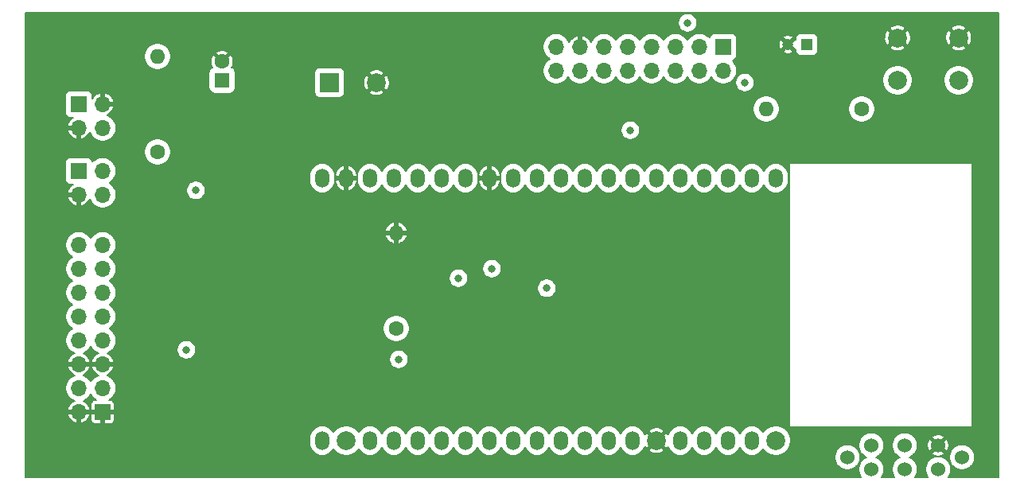
<source format=gbr>
G04 #@! TF.GenerationSoftware,KiCad,Pcbnew,(5.1.5)-3*
G04 #@! TF.CreationDate,2020-01-27T11:44:28-05:00*
G04 #@! TF.ProjectId,Main Board,4d61696e-2042-46f6-9172-642e6b696361,rev?*
G04 #@! TF.SameCoordinates,Original*
G04 #@! TF.FileFunction,Copper,L3,Inr*
G04 #@! TF.FilePolarity,Positive*
%FSLAX46Y46*%
G04 Gerber Fmt 4.6, Leading zero omitted, Abs format (unit mm)*
G04 Created by KiCad (PCBNEW (5.1.5)-3) date 2020-01-27 11:44:28*
%MOMM*%
%LPD*%
G04 APERTURE LIST*
%ADD10C,2.000000*%
%ADD11O,1.500000X2.000000*%
%ADD12C,1.524000*%
%ADD13O,1.700000X1.700000*%
%ADD14R,1.700000X1.700000*%
%ADD15R,1.200000X1.200000*%
%ADD16C,1.200000*%
%ADD17R,2.000000X2.000000*%
%ADD18R,1.600000X1.600000*%
%ADD19C,1.600000*%
%ADD20O,1.600000X1.600000*%
%ADD21C,0.800000*%
%ADD22C,0.200000*%
G04 APERTURE END LIST*
D10*
X154178000Y-86868000D03*
D11*
X154178000Y-58928000D03*
X151638000Y-86868000D03*
X151638000Y-58928000D03*
X149098000Y-86868000D03*
X149098000Y-58928000D03*
X146558000Y-86868000D03*
X146558000Y-58928000D03*
X144018000Y-86868000D03*
X144018000Y-58928000D03*
D10*
X141478000Y-86868000D03*
D11*
X141478000Y-58928000D03*
X138938000Y-86868000D03*
X138938000Y-58928000D03*
X136398000Y-86868000D03*
X136398000Y-58928000D03*
X133858000Y-86868000D03*
X133858000Y-58928000D03*
X131318000Y-86868000D03*
X131318000Y-58928000D03*
X128778000Y-86868000D03*
X128778000Y-58928000D03*
X126238000Y-86868000D03*
X126238000Y-58928000D03*
X123698000Y-86868000D03*
X123698000Y-58928000D03*
X121158000Y-86868000D03*
X121158000Y-58928000D03*
X118618000Y-86868000D03*
X118618000Y-58928000D03*
X116078000Y-86868000D03*
X116078000Y-58928000D03*
X113538000Y-86868000D03*
X113538000Y-58928000D03*
X110998000Y-86868000D03*
X110998000Y-58928000D03*
D10*
X108458000Y-86868000D03*
D11*
X108458000Y-58928000D03*
X105918000Y-86868000D03*
X105918000Y-58928000D03*
D12*
X164338000Y-89916000D03*
X167894000Y-89916000D03*
X171450000Y-89916000D03*
X164338000Y-87376000D03*
X171450000Y-87376000D03*
X167894000Y-87376000D03*
X161798000Y-88646000D03*
X173990000Y-88646000D03*
D13*
X130810000Y-47498000D03*
X130810000Y-44958000D03*
X133350000Y-47498000D03*
X133350000Y-44958000D03*
X135890000Y-47498000D03*
X135890000Y-44958000D03*
X138430000Y-47498000D03*
X138430000Y-44958000D03*
X140970000Y-47498000D03*
X140970000Y-44958000D03*
X143510000Y-47498000D03*
X143510000Y-44958000D03*
X146050000Y-47498000D03*
X146050000Y-44958000D03*
X148590000Y-47498000D03*
D14*
X148590000Y-44958000D03*
X82550000Y-83820000D03*
D13*
X80010000Y-83820000D03*
X82550000Y-81280000D03*
X80010000Y-81280000D03*
X82550000Y-78740000D03*
X80010000Y-78740000D03*
X82550000Y-76200000D03*
X80010000Y-76200000D03*
X82550000Y-73660000D03*
X80010000Y-73660000D03*
X82550000Y-71120000D03*
X80010000Y-71120000D03*
X82550000Y-68580000D03*
X80010000Y-68580000D03*
X82550000Y-66040000D03*
X80010000Y-66040000D03*
D15*
X157480000Y-44704000D03*
D16*
X155480000Y-44704000D03*
D17*
X106680000Y-48768000D03*
D10*
X111680000Y-48768000D03*
D18*
X95250000Y-48514000D03*
D19*
X95250000Y-46514000D03*
D14*
X80010000Y-51054000D03*
D13*
X82550000Y-51054000D03*
X80010000Y-53594000D03*
X82550000Y-53594000D03*
X82550000Y-60706000D03*
X80010000Y-60706000D03*
X82550000Y-58166000D03*
D14*
X80010000Y-58166000D03*
D19*
X163322000Y-51562000D03*
D20*
X153162000Y-51562000D03*
X88392000Y-45974000D03*
D19*
X88392000Y-56134000D03*
X113792000Y-74930000D03*
D20*
X113792000Y-64770000D03*
D10*
X167132000Y-44014000D03*
X167132000Y-48514000D03*
X173632000Y-44014000D03*
X173632000Y-48514000D03*
D21*
X120396000Y-69596012D03*
X129793996Y-70648990D03*
X123952000Y-68580000D03*
X114046000Y-78232000D03*
X92456000Y-60234990D03*
X150876000Y-48768000D03*
X144780000Y-42418000D03*
X91440000Y-77216000D03*
X138684000Y-53848000D03*
D22*
G36*
X177904001Y-90782000D02*
G01*
X172519043Y-90782000D01*
X172664078Y-90564938D01*
X172767352Y-90315614D01*
X172820000Y-90050933D01*
X172820000Y-89781067D01*
X172767352Y-89516386D01*
X172664078Y-89267062D01*
X172514149Y-89042676D01*
X172323324Y-88851851D01*
X172098938Y-88701922D01*
X171849614Y-88598648D01*
X171584933Y-88546000D01*
X171315067Y-88546000D01*
X171050386Y-88598648D01*
X170801062Y-88701922D01*
X170576676Y-88851851D01*
X170385851Y-89042676D01*
X170235922Y-89267062D01*
X170132648Y-89516386D01*
X170080000Y-89781067D01*
X170080000Y-90050933D01*
X170132648Y-90315614D01*
X170235922Y-90564938D01*
X170380957Y-90782000D01*
X168963043Y-90782000D01*
X169108078Y-90564938D01*
X169211352Y-90315614D01*
X169264000Y-90050933D01*
X169264000Y-89781067D01*
X169211352Y-89516386D01*
X169108078Y-89267062D01*
X168958149Y-89042676D01*
X168767324Y-88851851D01*
X168542938Y-88701922D01*
X168407931Y-88646000D01*
X168542938Y-88590078D01*
X168767324Y-88440149D01*
X168958149Y-88249324D01*
X168971394Y-88229501D01*
X170808632Y-88229501D01*
X170890728Y-88400967D01*
X171101435Y-88490381D01*
X171325538Y-88536970D01*
X171554423Y-88538944D01*
X171701171Y-88511067D01*
X172620000Y-88511067D01*
X172620000Y-88780933D01*
X172672648Y-89045614D01*
X172775922Y-89294938D01*
X172925851Y-89519324D01*
X173116676Y-89710149D01*
X173341062Y-89860078D01*
X173590386Y-89963352D01*
X173855067Y-90016000D01*
X174124933Y-90016000D01*
X174389614Y-89963352D01*
X174638938Y-89860078D01*
X174863324Y-89710149D01*
X175054149Y-89519324D01*
X175204078Y-89294938D01*
X175307352Y-89045614D01*
X175360000Y-88780933D01*
X175360000Y-88511067D01*
X175307352Y-88246386D01*
X175204078Y-87997062D01*
X175054149Y-87772676D01*
X174863324Y-87581851D01*
X174638938Y-87431922D01*
X174389614Y-87328648D01*
X174124933Y-87276000D01*
X173855067Y-87276000D01*
X173590386Y-87328648D01*
X173341062Y-87431922D01*
X173116676Y-87581851D01*
X172925851Y-87772676D01*
X172775922Y-87997062D01*
X172672648Y-88246386D01*
X172620000Y-88511067D01*
X171701171Y-88511067D01*
X171779296Y-88496226D01*
X171991514Y-88410459D01*
X172009272Y-88400967D01*
X172091368Y-88229501D01*
X171450000Y-87588132D01*
X170808632Y-88229501D01*
X168971394Y-88229501D01*
X169108078Y-88024938D01*
X169211352Y-87775614D01*
X169264000Y-87510933D01*
X169264000Y-87480423D01*
X170287056Y-87480423D01*
X170329774Y-87705296D01*
X170415541Y-87917514D01*
X170425033Y-87935272D01*
X170596499Y-88017368D01*
X171237868Y-87376000D01*
X171662132Y-87376000D01*
X172303501Y-88017368D01*
X172474967Y-87935272D01*
X172564381Y-87724565D01*
X172610970Y-87500462D01*
X172612944Y-87271577D01*
X172570226Y-87046704D01*
X172484459Y-86834486D01*
X172474967Y-86816728D01*
X172303501Y-86734632D01*
X171662132Y-87376000D01*
X171237868Y-87376000D01*
X170596499Y-86734632D01*
X170425033Y-86816728D01*
X170335619Y-87027435D01*
X170289030Y-87251538D01*
X170287056Y-87480423D01*
X169264000Y-87480423D01*
X169264000Y-87241067D01*
X169211352Y-86976386D01*
X169108078Y-86727062D01*
X168971395Y-86522499D01*
X170808632Y-86522499D01*
X171450000Y-87163868D01*
X172091368Y-86522499D01*
X172009272Y-86351033D01*
X171798565Y-86261619D01*
X171574462Y-86215030D01*
X171345577Y-86213056D01*
X171120704Y-86255774D01*
X170908486Y-86341541D01*
X170890728Y-86351033D01*
X170808632Y-86522499D01*
X168971395Y-86522499D01*
X168958149Y-86502676D01*
X168767324Y-86311851D01*
X168542938Y-86161922D01*
X168293614Y-86058648D01*
X168028933Y-86006000D01*
X167759067Y-86006000D01*
X167494386Y-86058648D01*
X167245062Y-86161922D01*
X167020676Y-86311851D01*
X166829851Y-86502676D01*
X166679922Y-86727062D01*
X166576648Y-86976386D01*
X166524000Y-87241067D01*
X166524000Y-87510933D01*
X166576648Y-87775614D01*
X166679922Y-88024938D01*
X166829851Y-88249324D01*
X167020676Y-88440149D01*
X167245062Y-88590078D01*
X167380069Y-88646000D01*
X167245062Y-88701922D01*
X167020676Y-88851851D01*
X166829851Y-89042676D01*
X166679922Y-89267062D01*
X166576648Y-89516386D01*
X166524000Y-89781067D01*
X166524000Y-90050933D01*
X166576648Y-90315614D01*
X166679922Y-90564938D01*
X166824957Y-90782000D01*
X165407043Y-90782000D01*
X165552078Y-90564938D01*
X165655352Y-90315614D01*
X165708000Y-90050933D01*
X165708000Y-89781067D01*
X165655352Y-89516386D01*
X165552078Y-89267062D01*
X165402149Y-89042676D01*
X165211324Y-88851851D01*
X164986938Y-88701922D01*
X164851931Y-88646000D01*
X164986938Y-88590078D01*
X165211324Y-88440149D01*
X165402149Y-88249324D01*
X165552078Y-88024938D01*
X165655352Y-87775614D01*
X165708000Y-87510933D01*
X165708000Y-87241067D01*
X165655352Y-86976386D01*
X165552078Y-86727062D01*
X165402149Y-86502676D01*
X165211324Y-86311851D01*
X164986938Y-86161922D01*
X164737614Y-86058648D01*
X164472933Y-86006000D01*
X164203067Y-86006000D01*
X163938386Y-86058648D01*
X163689062Y-86161922D01*
X163464676Y-86311851D01*
X163273851Y-86502676D01*
X163123922Y-86727062D01*
X163020648Y-86976386D01*
X162968000Y-87241067D01*
X162968000Y-87510933D01*
X163020648Y-87775614D01*
X163123922Y-88024938D01*
X163273851Y-88249324D01*
X163464676Y-88440149D01*
X163689062Y-88590078D01*
X163824069Y-88646000D01*
X163689062Y-88701922D01*
X163464676Y-88851851D01*
X163273851Y-89042676D01*
X163123922Y-89267062D01*
X163020648Y-89516386D01*
X162968000Y-89781067D01*
X162968000Y-90050933D01*
X163020648Y-90315614D01*
X163123922Y-90564938D01*
X163268957Y-90782000D01*
X74318000Y-90782000D01*
X74318000Y-88511067D01*
X160428000Y-88511067D01*
X160428000Y-88780933D01*
X160480648Y-89045614D01*
X160583922Y-89294938D01*
X160733851Y-89519324D01*
X160924676Y-89710149D01*
X161149062Y-89860078D01*
X161398386Y-89963352D01*
X161663067Y-90016000D01*
X161932933Y-90016000D01*
X162197614Y-89963352D01*
X162446938Y-89860078D01*
X162671324Y-89710149D01*
X162862149Y-89519324D01*
X163012078Y-89294938D01*
X163115352Y-89045614D01*
X163168000Y-88780933D01*
X163168000Y-88511067D01*
X163115352Y-88246386D01*
X163012078Y-87997062D01*
X162862149Y-87772676D01*
X162671324Y-87581851D01*
X162446938Y-87431922D01*
X162197614Y-87328648D01*
X161932933Y-87276000D01*
X161663067Y-87276000D01*
X161398386Y-87328648D01*
X161149062Y-87431922D01*
X160924676Y-87581851D01*
X160733851Y-87772676D01*
X160583922Y-87997062D01*
X160480648Y-88246386D01*
X160428000Y-88511067D01*
X74318000Y-88511067D01*
X74318000Y-86551295D01*
X104560000Y-86551295D01*
X104560000Y-87184706D01*
X104579650Y-87384214D01*
X104657302Y-87640198D01*
X104783402Y-87876114D01*
X104953104Y-88082897D01*
X105159887Y-88252598D01*
X105395803Y-88378698D01*
X105651787Y-88456350D01*
X105918000Y-88482570D01*
X106184214Y-88456350D01*
X106440198Y-88378698D01*
X106676114Y-88252598D01*
X106882897Y-88082897D01*
X107052598Y-87876114D01*
X107117075Y-87755486D01*
X107208985Y-87893040D01*
X107432960Y-88117015D01*
X107696327Y-88292991D01*
X107988964Y-88414205D01*
X108299626Y-88476000D01*
X108616374Y-88476000D01*
X108927036Y-88414205D01*
X109219673Y-88292991D01*
X109483040Y-88117015D01*
X109707015Y-87893040D01*
X109798925Y-87755487D01*
X109863402Y-87876114D01*
X110033104Y-88082897D01*
X110239887Y-88252598D01*
X110475803Y-88378698D01*
X110731787Y-88456350D01*
X110998000Y-88482570D01*
X111264214Y-88456350D01*
X111520198Y-88378698D01*
X111756114Y-88252598D01*
X111962897Y-88082897D01*
X112132598Y-87876114D01*
X112258698Y-87640197D01*
X112268000Y-87609533D01*
X112277302Y-87640198D01*
X112403402Y-87876114D01*
X112573104Y-88082897D01*
X112779887Y-88252598D01*
X113015803Y-88378698D01*
X113271787Y-88456350D01*
X113538000Y-88482570D01*
X113804214Y-88456350D01*
X114060198Y-88378698D01*
X114296114Y-88252598D01*
X114502897Y-88082897D01*
X114672598Y-87876114D01*
X114798698Y-87640197D01*
X114808000Y-87609533D01*
X114817302Y-87640198D01*
X114943402Y-87876114D01*
X115113104Y-88082897D01*
X115319887Y-88252598D01*
X115555803Y-88378698D01*
X115811787Y-88456350D01*
X116078000Y-88482570D01*
X116344214Y-88456350D01*
X116600198Y-88378698D01*
X116836114Y-88252598D01*
X117042897Y-88082897D01*
X117212598Y-87876114D01*
X117338698Y-87640197D01*
X117348000Y-87609533D01*
X117357302Y-87640198D01*
X117483402Y-87876114D01*
X117653104Y-88082897D01*
X117859887Y-88252598D01*
X118095803Y-88378698D01*
X118351787Y-88456350D01*
X118618000Y-88482570D01*
X118884214Y-88456350D01*
X119140198Y-88378698D01*
X119376114Y-88252598D01*
X119582897Y-88082897D01*
X119752598Y-87876114D01*
X119878698Y-87640197D01*
X119888000Y-87609533D01*
X119897302Y-87640198D01*
X120023402Y-87876114D01*
X120193104Y-88082897D01*
X120399887Y-88252598D01*
X120635803Y-88378698D01*
X120891787Y-88456350D01*
X121158000Y-88482570D01*
X121424214Y-88456350D01*
X121680198Y-88378698D01*
X121916114Y-88252598D01*
X122122897Y-88082897D01*
X122292598Y-87876114D01*
X122418698Y-87640197D01*
X122428000Y-87609533D01*
X122437302Y-87640198D01*
X122563402Y-87876114D01*
X122733104Y-88082897D01*
X122939887Y-88252598D01*
X123175803Y-88378698D01*
X123431787Y-88456350D01*
X123698000Y-88482570D01*
X123964214Y-88456350D01*
X124220198Y-88378698D01*
X124456114Y-88252598D01*
X124662897Y-88082897D01*
X124832598Y-87876114D01*
X124958698Y-87640197D01*
X124968000Y-87609533D01*
X124977302Y-87640198D01*
X125103402Y-87876114D01*
X125273104Y-88082897D01*
X125479887Y-88252598D01*
X125715803Y-88378698D01*
X125971787Y-88456350D01*
X126238000Y-88482570D01*
X126504214Y-88456350D01*
X126760198Y-88378698D01*
X126996114Y-88252598D01*
X127202897Y-88082897D01*
X127372598Y-87876114D01*
X127498698Y-87640197D01*
X127508000Y-87609533D01*
X127517302Y-87640198D01*
X127643402Y-87876114D01*
X127813104Y-88082897D01*
X128019887Y-88252598D01*
X128255803Y-88378698D01*
X128511787Y-88456350D01*
X128778000Y-88482570D01*
X129044214Y-88456350D01*
X129300198Y-88378698D01*
X129536114Y-88252598D01*
X129742897Y-88082897D01*
X129912598Y-87876114D01*
X130038698Y-87640197D01*
X130048000Y-87609533D01*
X130057302Y-87640198D01*
X130183402Y-87876114D01*
X130353104Y-88082897D01*
X130559887Y-88252598D01*
X130795803Y-88378698D01*
X131051787Y-88456350D01*
X131318000Y-88482570D01*
X131584214Y-88456350D01*
X131840198Y-88378698D01*
X132076114Y-88252598D01*
X132282897Y-88082897D01*
X132452598Y-87876114D01*
X132578698Y-87640197D01*
X132588000Y-87609533D01*
X132597302Y-87640198D01*
X132723402Y-87876114D01*
X132893104Y-88082897D01*
X133099887Y-88252598D01*
X133335803Y-88378698D01*
X133591787Y-88456350D01*
X133858000Y-88482570D01*
X134124214Y-88456350D01*
X134380198Y-88378698D01*
X134616114Y-88252598D01*
X134822897Y-88082897D01*
X134992598Y-87876114D01*
X135118698Y-87640197D01*
X135128000Y-87609533D01*
X135137302Y-87640198D01*
X135263402Y-87876114D01*
X135433104Y-88082897D01*
X135639887Y-88252598D01*
X135875803Y-88378698D01*
X136131787Y-88456350D01*
X136398000Y-88482570D01*
X136664214Y-88456350D01*
X136920198Y-88378698D01*
X137156114Y-88252598D01*
X137362897Y-88082897D01*
X137532598Y-87876114D01*
X137658698Y-87640197D01*
X137668000Y-87609533D01*
X137677302Y-87640198D01*
X137803402Y-87876114D01*
X137973104Y-88082897D01*
X138179887Y-88252598D01*
X138415803Y-88378698D01*
X138671787Y-88456350D01*
X138938000Y-88482570D01*
X139204214Y-88456350D01*
X139460198Y-88378698D01*
X139696114Y-88252598D01*
X139902897Y-88082897D01*
X140059571Y-87891987D01*
X140666145Y-87891987D01*
X140777186Y-88087784D01*
X141028620Y-88201068D01*
X141297324Y-88263124D01*
X141572971Y-88271565D01*
X141844968Y-88226069D01*
X142102862Y-88128382D01*
X142178814Y-88087784D01*
X142289855Y-87891987D01*
X141478000Y-87080132D01*
X140666145Y-87891987D01*
X140059571Y-87891987D01*
X140072598Y-87876114D01*
X140198698Y-87640197D01*
X140234060Y-87523623D01*
X140258216Y-87568814D01*
X140454013Y-87679855D01*
X141265868Y-86868000D01*
X141690132Y-86868000D01*
X142501987Y-87679855D01*
X142697784Y-87568814D01*
X142720413Y-87518590D01*
X142757302Y-87640198D01*
X142883402Y-87876114D01*
X143053104Y-88082897D01*
X143259887Y-88252598D01*
X143495803Y-88378698D01*
X143751787Y-88456350D01*
X144018000Y-88482570D01*
X144284214Y-88456350D01*
X144540198Y-88378698D01*
X144776114Y-88252598D01*
X144982897Y-88082897D01*
X145152598Y-87876114D01*
X145278698Y-87640197D01*
X145288000Y-87609533D01*
X145297302Y-87640198D01*
X145423402Y-87876114D01*
X145593104Y-88082897D01*
X145799887Y-88252598D01*
X146035803Y-88378698D01*
X146291787Y-88456350D01*
X146558000Y-88482570D01*
X146824214Y-88456350D01*
X147080198Y-88378698D01*
X147316114Y-88252598D01*
X147522897Y-88082897D01*
X147692598Y-87876114D01*
X147818698Y-87640197D01*
X147828000Y-87609533D01*
X147837302Y-87640198D01*
X147963402Y-87876114D01*
X148133104Y-88082897D01*
X148339887Y-88252598D01*
X148575803Y-88378698D01*
X148831787Y-88456350D01*
X149098000Y-88482570D01*
X149364214Y-88456350D01*
X149620198Y-88378698D01*
X149856114Y-88252598D01*
X150062897Y-88082897D01*
X150232598Y-87876114D01*
X150358698Y-87640197D01*
X150368000Y-87609533D01*
X150377302Y-87640198D01*
X150503402Y-87876114D01*
X150673104Y-88082897D01*
X150879887Y-88252598D01*
X151115803Y-88378698D01*
X151371787Y-88456350D01*
X151638000Y-88482570D01*
X151904214Y-88456350D01*
X152160198Y-88378698D01*
X152396114Y-88252598D01*
X152602897Y-88082897D01*
X152772598Y-87876114D01*
X152837075Y-87755486D01*
X152928985Y-87893040D01*
X153152960Y-88117015D01*
X153416327Y-88292991D01*
X153708964Y-88414205D01*
X154019626Y-88476000D01*
X154336374Y-88476000D01*
X154647036Y-88414205D01*
X154939673Y-88292991D01*
X155203040Y-88117015D01*
X155427015Y-87893040D01*
X155602991Y-87629673D01*
X155724205Y-87337036D01*
X155786000Y-87026374D01*
X155786000Y-86709626D01*
X155724205Y-86398964D01*
X155602991Y-86106327D01*
X155427015Y-85842960D01*
X155203040Y-85618985D01*
X154939673Y-85443009D01*
X154647036Y-85321795D01*
X154336374Y-85260000D01*
X154019626Y-85260000D01*
X153708964Y-85321795D01*
X153416327Y-85443009D01*
X153152960Y-85618985D01*
X152928985Y-85842960D01*
X152837075Y-85980513D01*
X152772598Y-85859886D01*
X152602896Y-85653103D01*
X152396113Y-85483402D01*
X152160197Y-85357302D01*
X151904213Y-85279650D01*
X151638000Y-85253430D01*
X151371786Y-85279650D01*
X151115802Y-85357302D01*
X150879886Y-85483402D01*
X150673103Y-85653104D01*
X150503402Y-85859887D01*
X150377302Y-86095803D01*
X150368000Y-86126467D01*
X150358698Y-86095802D01*
X150232598Y-85859886D01*
X150062896Y-85653103D01*
X149856113Y-85483402D01*
X149620197Y-85357302D01*
X149364213Y-85279650D01*
X149098000Y-85253430D01*
X148831786Y-85279650D01*
X148575802Y-85357302D01*
X148339886Y-85483402D01*
X148133103Y-85653104D01*
X147963402Y-85859887D01*
X147837302Y-86095803D01*
X147828000Y-86126467D01*
X147818698Y-86095802D01*
X147692598Y-85859886D01*
X147522896Y-85653103D01*
X147316113Y-85483402D01*
X147080197Y-85357302D01*
X146824213Y-85279650D01*
X146558000Y-85253430D01*
X146291786Y-85279650D01*
X146035802Y-85357302D01*
X145799886Y-85483402D01*
X145593103Y-85653104D01*
X145423402Y-85859887D01*
X145297302Y-86095803D01*
X145288000Y-86126467D01*
X145278698Y-86095802D01*
X145152598Y-85859886D01*
X144982896Y-85653103D01*
X144776113Y-85483402D01*
X144540197Y-85357302D01*
X144284213Y-85279650D01*
X144018000Y-85253430D01*
X143751786Y-85279650D01*
X143495802Y-85357302D01*
X143259886Y-85483402D01*
X143053103Y-85653104D01*
X142883402Y-85859887D01*
X142757302Y-86095803D01*
X142721940Y-86212377D01*
X142697784Y-86167186D01*
X142501987Y-86056145D01*
X141690132Y-86868000D01*
X141265868Y-86868000D01*
X140454013Y-86056145D01*
X140258216Y-86167186D01*
X140235587Y-86217410D01*
X140198698Y-86095802D01*
X140072598Y-85859886D01*
X140059572Y-85844013D01*
X140666145Y-85844013D01*
X141478000Y-86655868D01*
X142289855Y-85844013D01*
X142178814Y-85648216D01*
X141927380Y-85534932D01*
X141658676Y-85472876D01*
X141383029Y-85464435D01*
X141111032Y-85509931D01*
X140853138Y-85607618D01*
X140777186Y-85648216D01*
X140666145Y-85844013D01*
X140059572Y-85844013D01*
X139902896Y-85653103D01*
X139696113Y-85483402D01*
X139460197Y-85357302D01*
X139204213Y-85279650D01*
X138938000Y-85253430D01*
X138671786Y-85279650D01*
X138415802Y-85357302D01*
X138179886Y-85483402D01*
X137973103Y-85653104D01*
X137803402Y-85859887D01*
X137677302Y-86095803D01*
X137668000Y-86126467D01*
X137658698Y-86095802D01*
X137532598Y-85859886D01*
X137362896Y-85653103D01*
X137156113Y-85483402D01*
X136920197Y-85357302D01*
X136664213Y-85279650D01*
X136398000Y-85253430D01*
X136131786Y-85279650D01*
X135875802Y-85357302D01*
X135639886Y-85483402D01*
X135433103Y-85653104D01*
X135263402Y-85859887D01*
X135137302Y-86095803D01*
X135128000Y-86126467D01*
X135118698Y-86095802D01*
X134992598Y-85859886D01*
X134822896Y-85653103D01*
X134616113Y-85483402D01*
X134380197Y-85357302D01*
X134124213Y-85279650D01*
X133858000Y-85253430D01*
X133591786Y-85279650D01*
X133335802Y-85357302D01*
X133099886Y-85483402D01*
X132893103Y-85653104D01*
X132723402Y-85859887D01*
X132597302Y-86095803D01*
X132588000Y-86126467D01*
X132578698Y-86095802D01*
X132452598Y-85859886D01*
X132282896Y-85653103D01*
X132076113Y-85483402D01*
X131840197Y-85357302D01*
X131584213Y-85279650D01*
X131318000Y-85253430D01*
X131051786Y-85279650D01*
X130795802Y-85357302D01*
X130559886Y-85483402D01*
X130353103Y-85653104D01*
X130183402Y-85859887D01*
X130057302Y-86095803D01*
X130048000Y-86126467D01*
X130038698Y-86095802D01*
X129912598Y-85859886D01*
X129742896Y-85653103D01*
X129536113Y-85483402D01*
X129300197Y-85357302D01*
X129044213Y-85279650D01*
X128778000Y-85253430D01*
X128511786Y-85279650D01*
X128255802Y-85357302D01*
X128019886Y-85483402D01*
X127813103Y-85653104D01*
X127643402Y-85859887D01*
X127517302Y-86095803D01*
X127508000Y-86126467D01*
X127498698Y-86095802D01*
X127372598Y-85859886D01*
X127202896Y-85653103D01*
X126996113Y-85483402D01*
X126760197Y-85357302D01*
X126504213Y-85279650D01*
X126238000Y-85253430D01*
X125971786Y-85279650D01*
X125715802Y-85357302D01*
X125479886Y-85483402D01*
X125273103Y-85653104D01*
X125103402Y-85859887D01*
X124977302Y-86095803D01*
X124968000Y-86126467D01*
X124958698Y-86095802D01*
X124832598Y-85859886D01*
X124662896Y-85653103D01*
X124456113Y-85483402D01*
X124220197Y-85357302D01*
X123964213Y-85279650D01*
X123698000Y-85253430D01*
X123431786Y-85279650D01*
X123175802Y-85357302D01*
X122939886Y-85483402D01*
X122733103Y-85653104D01*
X122563402Y-85859887D01*
X122437302Y-86095803D01*
X122428000Y-86126467D01*
X122418698Y-86095802D01*
X122292598Y-85859886D01*
X122122896Y-85653103D01*
X121916113Y-85483402D01*
X121680197Y-85357302D01*
X121424213Y-85279650D01*
X121158000Y-85253430D01*
X120891786Y-85279650D01*
X120635802Y-85357302D01*
X120399886Y-85483402D01*
X120193103Y-85653104D01*
X120023402Y-85859887D01*
X119897302Y-86095803D01*
X119888000Y-86126467D01*
X119878698Y-86095802D01*
X119752598Y-85859886D01*
X119582896Y-85653103D01*
X119376113Y-85483402D01*
X119140197Y-85357302D01*
X118884213Y-85279650D01*
X118618000Y-85253430D01*
X118351786Y-85279650D01*
X118095802Y-85357302D01*
X117859886Y-85483402D01*
X117653103Y-85653104D01*
X117483402Y-85859887D01*
X117357302Y-86095803D01*
X117348000Y-86126467D01*
X117338698Y-86095802D01*
X117212598Y-85859886D01*
X117042896Y-85653103D01*
X116836113Y-85483402D01*
X116600197Y-85357302D01*
X116344213Y-85279650D01*
X116078000Y-85253430D01*
X115811786Y-85279650D01*
X115555802Y-85357302D01*
X115319886Y-85483402D01*
X115113103Y-85653104D01*
X114943402Y-85859887D01*
X114817302Y-86095803D01*
X114808000Y-86126467D01*
X114798698Y-86095802D01*
X114672598Y-85859886D01*
X114502896Y-85653103D01*
X114296113Y-85483402D01*
X114060197Y-85357302D01*
X113804213Y-85279650D01*
X113538000Y-85253430D01*
X113271786Y-85279650D01*
X113015802Y-85357302D01*
X112779886Y-85483402D01*
X112573103Y-85653104D01*
X112403402Y-85859887D01*
X112277302Y-86095803D01*
X112268000Y-86126467D01*
X112258698Y-86095802D01*
X112132598Y-85859886D01*
X111962896Y-85653103D01*
X111756113Y-85483402D01*
X111520197Y-85357302D01*
X111264213Y-85279650D01*
X110998000Y-85253430D01*
X110731786Y-85279650D01*
X110475802Y-85357302D01*
X110239886Y-85483402D01*
X110033103Y-85653104D01*
X109863402Y-85859887D01*
X109798925Y-85980514D01*
X109707015Y-85842960D01*
X109483040Y-85618985D01*
X109219673Y-85443009D01*
X108927036Y-85321795D01*
X108616374Y-85260000D01*
X108299626Y-85260000D01*
X107988964Y-85321795D01*
X107696327Y-85443009D01*
X107432960Y-85618985D01*
X107208985Y-85842960D01*
X107117075Y-85980513D01*
X107052598Y-85859886D01*
X106882896Y-85653103D01*
X106676113Y-85483402D01*
X106440197Y-85357302D01*
X106184213Y-85279650D01*
X105918000Y-85253430D01*
X105651786Y-85279650D01*
X105395802Y-85357302D01*
X105159886Y-85483402D01*
X104953103Y-85653104D01*
X104783402Y-85859887D01*
X104657302Y-86095803D01*
X104579650Y-86351787D01*
X104560000Y-86551295D01*
X74318000Y-86551295D01*
X74318000Y-84162283D01*
X78807777Y-84162283D01*
X78820220Y-84203325D01*
X78917864Y-84428074D01*
X79057478Y-84629455D01*
X79233697Y-84799729D01*
X79439749Y-84932353D01*
X79667716Y-85022230D01*
X79860000Y-84960974D01*
X79860000Y-83970000D01*
X80160000Y-83970000D01*
X80160000Y-84960974D01*
X80352284Y-85022230D01*
X80580251Y-84932353D01*
X80786303Y-84799729D01*
X80920561Y-84670000D01*
X81298065Y-84670000D01*
X81305788Y-84748414D01*
X81328660Y-84823814D01*
X81365803Y-84893303D01*
X81415789Y-84954211D01*
X81476697Y-85004197D01*
X81546186Y-85041340D01*
X81621586Y-85064212D01*
X81700000Y-85071935D01*
X82300000Y-85070000D01*
X82400000Y-84970000D01*
X82400000Y-83970000D01*
X82700000Y-83970000D01*
X82700000Y-84970000D01*
X82800000Y-85070000D01*
X83400000Y-85071935D01*
X83478414Y-85064212D01*
X83553814Y-85041340D01*
X83623303Y-85004197D01*
X83684211Y-84954211D01*
X83734197Y-84893303D01*
X83771340Y-84823814D01*
X83794212Y-84748414D01*
X83801935Y-84670000D01*
X83800000Y-84070000D01*
X83700000Y-83970000D01*
X82700000Y-83970000D01*
X82400000Y-83970000D01*
X81400000Y-83970000D01*
X81300000Y-84070000D01*
X81298065Y-84670000D01*
X80920561Y-84670000D01*
X80962522Y-84629455D01*
X81102136Y-84428074D01*
X81199780Y-84203325D01*
X81212223Y-84162283D01*
X81150175Y-83970000D01*
X80160000Y-83970000D01*
X79860000Y-83970000D01*
X78869825Y-83970000D01*
X78807777Y-84162283D01*
X74318000Y-84162283D01*
X74318000Y-81136399D01*
X78552000Y-81136399D01*
X78552000Y-81423601D01*
X78608030Y-81705283D01*
X78717937Y-81970622D01*
X78877497Y-82209421D01*
X79080579Y-82412503D01*
X79319378Y-82572063D01*
X79545783Y-82665843D01*
X79439749Y-82707647D01*
X79233697Y-82840271D01*
X79057478Y-83010545D01*
X78917864Y-83211926D01*
X78820220Y-83436675D01*
X78807777Y-83477717D01*
X78869825Y-83670000D01*
X79860000Y-83670000D01*
X79860000Y-83650000D01*
X80160000Y-83650000D01*
X80160000Y-83670000D01*
X81150175Y-83670000D01*
X81212223Y-83477717D01*
X81199780Y-83436675D01*
X81102136Y-83211926D01*
X80962522Y-83010545D01*
X80786303Y-82840271D01*
X80580251Y-82707647D01*
X80474217Y-82665843D01*
X80700622Y-82572063D01*
X80939421Y-82412503D01*
X81142503Y-82209421D01*
X81280000Y-82003642D01*
X81417497Y-82209421D01*
X81620579Y-82412503D01*
X81854139Y-82568562D01*
X81700000Y-82568065D01*
X81621586Y-82575788D01*
X81546186Y-82598660D01*
X81476697Y-82635803D01*
X81415789Y-82685789D01*
X81365803Y-82746697D01*
X81328660Y-82816186D01*
X81305788Y-82891586D01*
X81298065Y-82970000D01*
X81300000Y-83570000D01*
X81400000Y-83670000D01*
X82400000Y-83670000D01*
X82400000Y-83650000D01*
X82700000Y-83650000D01*
X82700000Y-83670000D01*
X83700000Y-83670000D01*
X83800000Y-83570000D01*
X83801935Y-82970000D01*
X83794212Y-82891586D01*
X83771340Y-82816186D01*
X83734197Y-82746697D01*
X83684211Y-82685789D01*
X83623303Y-82635803D01*
X83553814Y-82598660D01*
X83478414Y-82575788D01*
X83400000Y-82568065D01*
X83245861Y-82568562D01*
X83479421Y-82412503D01*
X83682503Y-82209421D01*
X83842063Y-81970622D01*
X83951970Y-81705283D01*
X84008000Y-81423601D01*
X84008000Y-81136399D01*
X83951970Y-80854717D01*
X83842063Y-80589378D01*
X83682503Y-80350579D01*
X83479421Y-80147497D01*
X83240622Y-79987937D01*
X83014217Y-79894157D01*
X83120251Y-79852353D01*
X83326303Y-79719729D01*
X83502522Y-79549455D01*
X83642136Y-79348074D01*
X83739780Y-79123325D01*
X83752223Y-79082283D01*
X83690175Y-78890000D01*
X82700000Y-78890000D01*
X82700000Y-78910000D01*
X82400000Y-78910000D01*
X82400000Y-78890000D01*
X81409825Y-78890000D01*
X81347777Y-79082283D01*
X81360220Y-79123325D01*
X81457864Y-79348074D01*
X81597478Y-79549455D01*
X81773697Y-79719729D01*
X81979749Y-79852353D01*
X82085783Y-79894157D01*
X81859378Y-79987937D01*
X81620579Y-80147497D01*
X81417497Y-80350579D01*
X81280000Y-80556358D01*
X81142503Y-80350579D01*
X80939421Y-80147497D01*
X80700622Y-79987937D01*
X80474217Y-79894157D01*
X80580251Y-79852353D01*
X80786303Y-79719729D01*
X80962522Y-79549455D01*
X81102136Y-79348074D01*
X81199780Y-79123325D01*
X81212223Y-79082283D01*
X81150175Y-78890000D01*
X80160000Y-78890000D01*
X80160000Y-78910000D01*
X79860000Y-78910000D01*
X79860000Y-78890000D01*
X78869825Y-78890000D01*
X78807777Y-79082283D01*
X78820220Y-79123325D01*
X78917864Y-79348074D01*
X79057478Y-79549455D01*
X79233697Y-79719729D01*
X79439749Y-79852353D01*
X79545783Y-79894157D01*
X79319378Y-79987937D01*
X79080579Y-80147497D01*
X78877497Y-80350579D01*
X78717937Y-80589378D01*
X78608030Y-80854717D01*
X78552000Y-81136399D01*
X74318000Y-81136399D01*
X74318000Y-65896399D01*
X78552000Y-65896399D01*
X78552000Y-66183601D01*
X78608030Y-66465283D01*
X78717937Y-66730622D01*
X78877497Y-66969421D01*
X79080579Y-67172503D01*
X79286358Y-67310000D01*
X79080579Y-67447497D01*
X78877497Y-67650579D01*
X78717937Y-67889378D01*
X78608030Y-68154717D01*
X78552000Y-68436399D01*
X78552000Y-68723601D01*
X78608030Y-69005283D01*
X78717937Y-69270622D01*
X78877497Y-69509421D01*
X79080579Y-69712503D01*
X79286358Y-69850000D01*
X79080579Y-69987497D01*
X78877497Y-70190579D01*
X78717937Y-70429378D01*
X78608030Y-70694717D01*
X78552000Y-70976399D01*
X78552000Y-71263601D01*
X78608030Y-71545283D01*
X78717937Y-71810622D01*
X78877497Y-72049421D01*
X79080579Y-72252503D01*
X79286358Y-72390000D01*
X79080579Y-72527497D01*
X78877497Y-72730579D01*
X78717937Y-72969378D01*
X78608030Y-73234717D01*
X78552000Y-73516399D01*
X78552000Y-73803601D01*
X78608030Y-74085283D01*
X78717937Y-74350622D01*
X78877497Y-74589421D01*
X79080579Y-74792503D01*
X79286358Y-74930000D01*
X79080579Y-75067497D01*
X78877497Y-75270579D01*
X78717937Y-75509378D01*
X78608030Y-75774717D01*
X78552000Y-76056399D01*
X78552000Y-76343601D01*
X78608030Y-76625283D01*
X78717937Y-76890622D01*
X78877497Y-77129421D01*
X79080579Y-77332503D01*
X79319378Y-77492063D01*
X79545783Y-77585843D01*
X79439749Y-77627647D01*
X79233697Y-77760271D01*
X79057478Y-77930545D01*
X78917864Y-78131926D01*
X78820220Y-78356675D01*
X78807777Y-78397717D01*
X78869825Y-78590000D01*
X79860000Y-78590000D01*
X79860000Y-78570000D01*
X80160000Y-78570000D01*
X80160000Y-78590000D01*
X81150175Y-78590000D01*
X81212223Y-78397717D01*
X81199780Y-78356675D01*
X81102136Y-78131926D01*
X80962522Y-77930545D01*
X80786303Y-77760271D01*
X80580251Y-77627647D01*
X80474217Y-77585843D01*
X80700622Y-77492063D01*
X80939421Y-77332503D01*
X81142503Y-77129421D01*
X81280000Y-76923642D01*
X81417497Y-77129421D01*
X81620579Y-77332503D01*
X81859378Y-77492063D01*
X82085783Y-77585843D01*
X81979749Y-77627647D01*
X81773697Y-77760271D01*
X81597478Y-77930545D01*
X81457864Y-78131926D01*
X81360220Y-78356675D01*
X81347777Y-78397717D01*
X81409825Y-78590000D01*
X82400000Y-78590000D01*
X82400000Y-78570000D01*
X82700000Y-78570000D01*
X82700000Y-78590000D01*
X83690175Y-78590000D01*
X83752223Y-78397717D01*
X83739780Y-78356675D01*
X83642136Y-78131926D01*
X83502522Y-77930545D01*
X83326303Y-77760271D01*
X83120251Y-77627647D01*
X83014217Y-77585843D01*
X83240622Y-77492063D01*
X83479421Y-77332503D01*
X83682503Y-77129421D01*
X83690988Y-77116721D01*
X90432000Y-77116721D01*
X90432000Y-77315279D01*
X90470737Y-77510023D01*
X90546722Y-77693467D01*
X90657035Y-77858562D01*
X90797438Y-77998965D01*
X90962533Y-78109278D01*
X91145977Y-78185263D01*
X91340721Y-78224000D01*
X91539279Y-78224000D01*
X91734023Y-78185263D01*
X91860870Y-78132721D01*
X113038000Y-78132721D01*
X113038000Y-78331279D01*
X113076737Y-78526023D01*
X113152722Y-78709467D01*
X113263035Y-78874562D01*
X113403438Y-79014965D01*
X113568533Y-79125278D01*
X113751977Y-79201263D01*
X113946721Y-79240000D01*
X114145279Y-79240000D01*
X114340023Y-79201263D01*
X114523467Y-79125278D01*
X114688562Y-79014965D01*
X114828965Y-78874562D01*
X114939278Y-78709467D01*
X115015263Y-78526023D01*
X115054000Y-78331279D01*
X115054000Y-78132721D01*
X115015263Y-77937977D01*
X114939278Y-77754533D01*
X114828965Y-77589438D01*
X114688562Y-77449035D01*
X114523467Y-77338722D01*
X114340023Y-77262737D01*
X114145279Y-77224000D01*
X113946721Y-77224000D01*
X113751977Y-77262737D01*
X113568533Y-77338722D01*
X113403438Y-77449035D01*
X113263035Y-77589438D01*
X113152722Y-77754533D01*
X113076737Y-77937977D01*
X113038000Y-78132721D01*
X91860870Y-78132721D01*
X91917467Y-78109278D01*
X92082562Y-77998965D01*
X92222965Y-77858562D01*
X92333278Y-77693467D01*
X92409263Y-77510023D01*
X92448000Y-77315279D01*
X92448000Y-77116721D01*
X92409263Y-76921977D01*
X92333278Y-76738533D01*
X92222965Y-76573438D01*
X92082562Y-76433035D01*
X91917467Y-76322722D01*
X91734023Y-76246737D01*
X91539279Y-76208000D01*
X91340721Y-76208000D01*
X91145977Y-76246737D01*
X90962533Y-76322722D01*
X90797438Y-76433035D01*
X90657035Y-76573438D01*
X90546722Y-76738533D01*
X90470737Y-76921977D01*
X90432000Y-77116721D01*
X83690988Y-77116721D01*
X83842063Y-76890622D01*
X83951970Y-76625283D01*
X84008000Y-76343601D01*
X84008000Y-76056399D01*
X83951970Y-75774717D01*
X83842063Y-75509378D01*
X83682503Y-75270579D01*
X83479421Y-75067497D01*
X83273642Y-74930000D01*
X83479421Y-74792503D01*
X83480600Y-74791324D01*
X112384000Y-74791324D01*
X112384000Y-75068676D01*
X112438108Y-75340699D01*
X112544246Y-75596938D01*
X112698335Y-75827548D01*
X112894452Y-76023665D01*
X113125062Y-76177754D01*
X113381301Y-76283892D01*
X113653324Y-76338000D01*
X113930676Y-76338000D01*
X114202699Y-76283892D01*
X114458938Y-76177754D01*
X114689548Y-76023665D01*
X114885665Y-75827548D01*
X115039754Y-75596938D01*
X115145892Y-75340699D01*
X115200000Y-75068676D01*
X115200000Y-74791324D01*
X115145892Y-74519301D01*
X115039754Y-74263062D01*
X114885665Y-74032452D01*
X114689548Y-73836335D01*
X114458938Y-73682246D01*
X114202699Y-73576108D01*
X113930676Y-73522000D01*
X113653324Y-73522000D01*
X113381301Y-73576108D01*
X113125062Y-73682246D01*
X112894452Y-73836335D01*
X112698335Y-74032452D01*
X112544246Y-74263062D01*
X112438108Y-74519301D01*
X112384000Y-74791324D01*
X83480600Y-74791324D01*
X83682503Y-74589421D01*
X83842063Y-74350622D01*
X83951970Y-74085283D01*
X84008000Y-73803601D01*
X84008000Y-73516399D01*
X83951970Y-73234717D01*
X83842063Y-72969378D01*
X83682503Y-72730579D01*
X83479421Y-72527497D01*
X83273642Y-72390000D01*
X83479421Y-72252503D01*
X83682503Y-72049421D01*
X83842063Y-71810622D01*
X83951970Y-71545283D01*
X84008000Y-71263601D01*
X84008000Y-70976399D01*
X83951970Y-70694717D01*
X83842063Y-70429378D01*
X83682503Y-70190579D01*
X83479421Y-69987497D01*
X83273642Y-69850000D01*
X83479421Y-69712503D01*
X83682503Y-69509421D01*
X83690980Y-69496733D01*
X119388000Y-69496733D01*
X119388000Y-69695291D01*
X119426737Y-69890035D01*
X119502722Y-70073479D01*
X119613035Y-70238574D01*
X119753438Y-70378977D01*
X119918533Y-70489290D01*
X120101977Y-70565275D01*
X120296721Y-70604012D01*
X120495279Y-70604012D01*
X120690023Y-70565275D01*
X120727597Y-70549711D01*
X128785996Y-70549711D01*
X128785996Y-70748269D01*
X128824733Y-70943013D01*
X128900718Y-71126457D01*
X129011031Y-71291552D01*
X129151434Y-71431955D01*
X129316529Y-71542268D01*
X129499973Y-71618253D01*
X129694717Y-71656990D01*
X129893275Y-71656990D01*
X130088019Y-71618253D01*
X130271463Y-71542268D01*
X130436558Y-71431955D01*
X130576961Y-71291552D01*
X130687274Y-71126457D01*
X130763259Y-70943013D01*
X130801996Y-70748269D01*
X130801996Y-70549711D01*
X130763259Y-70354967D01*
X130687274Y-70171523D01*
X130576961Y-70006428D01*
X130436558Y-69866025D01*
X130271463Y-69755712D01*
X130088019Y-69679727D01*
X129893275Y-69640990D01*
X129694717Y-69640990D01*
X129499973Y-69679727D01*
X129316529Y-69755712D01*
X129151434Y-69866025D01*
X129011031Y-70006428D01*
X128900718Y-70171523D01*
X128824733Y-70354967D01*
X128785996Y-70549711D01*
X120727597Y-70549711D01*
X120873467Y-70489290D01*
X121038562Y-70378977D01*
X121178965Y-70238574D01*
X121289278Y-70073479D01*
X121365263Y-69890035D01*
X121404000Y-69695291D01*
X121404000Y-69496733D01*
X121365263Y-69301989D01*
X121289278Y-69118545D01*
X121178965Y-68953450D01*
X121038562Y-68813047D01*
X120873467Y-68702734D01*
X120690023Y-68626749D01*
X120495279Y-68588012D01*
X120296721Y-68588012D01*
X120101977Y-68626749D01*
X119918533Y-68702734D01*
X119753438Y-68813047D01*
X119613035Y-68953450D01*
X119502722Y-69118545D01*
X119426737Y-69301989D01*
X119388000Y-69496733D01*
X83690980Y-69496733D01*
X83842063Y-69270622D01*
X83951970Y-69005283D01*
X84008000Y-68723601D01*
X84008000Y-68480721D01*
X122944000Y-68480721D01*
X122944000Y-68679279D01*
X122982737Y-68874023D01*
X123058722Y-69057467D01*
X123169035Y-69222562D01*
X123309438Y-69362965D01*
X123474533Y-69473278D01*
X123657977Y-69549263D01*
X123852721Y-69588000D01*
X124051279Y-69588000D01*
X124246023Y-69549263D01*
X124429467Y-69473278D01*
X124594562Y-69362965D01*
X124734965Y-69222562D01*
X124845278Y-69057467D01*
X124921263Y-68874023D01*
X124960000Y-68679279D01*
X124960000Y-68480721D01*
X124921263Y-68285977D01*
X124845278Y-68102533D01*
X124734965Y-67937438D01*
X124594562Y-67797035D01*
X124429467Y-67686722D01*
X124246023Y-67610737D01*
X124051279Y-67572000D01*
X123852721Y-67572000D01*
X123657977Y-67610737D01*
X123474533Y-67686722D01*
X123309438Y-67797035D01*
X123169035Y-67937438D01*
X123058722Y-68102533D01*
X122982737Y-68285977D01*
X122944000Y-68480721D01*
X84008000Y-68480721D01*
X84008000Y-68436399D01*
X83951970Y-68154717D01*
X83842063Y-67889378D01*
X83682503Y-67650579D01*
X83479421Y-67447497D01*
X83273642Y-67310000D01*
X83479421Y-67172503D01*
X83682503Y-66969421D01*
X83842063Y-66730622D01*
X83951970Y-66465283D01*
X84008000Y-66183601D01*
X84008000Y-65896399D01*
X83951970Y-65614717D01*
X83842063Y-65349378D01*
X83682503Y-65110579D01*
X83676327Y-65104403D01*
X112639528Y-65104403D01*
X112726911Y-65322814D01*
X112855225Y-65519980D01*
X113019539Y-65688325D01*
X113213538Y-65821379D01*
X113429767Y-65914029D01*
X113457598Y-65922465D01*
X113642000Y-65859725D01*
X113642000Y-64920000D01*
X113942000Y-64920000D01*
X113942000Y-65859725D01*
X114126402Y-65922465D01*
X114154233Y-65914029D01*
X114370462Y-65821379D01*
X114564461Y-65688325D01*
X114728775Y-65519980D01*
X114857089Y-65322814D01*
X114944472Y-65104403D01*
X114882595Y-64920000D01*
X113942000Y-64920000D01*
X113642000Y-64920000D01*
X112701405Y-64920000D01*
X112639528Y-65104403D01*
X83676327Y-65104403D01*
X83479421Y-64907497D01*
X83240622Y-64747937D01*
X82975283Y-64638030D01*
X82693601Y-64582000D01*
X82406399Y-64582000D01*
X82124717Y-64638030D01*
X81859378Y-64747937D01*
X81620579Y-64907497D01*
X81417497Y-65110579D01*
X81280000Y-65316358D01*
X81142503Y-65110579D01*
X80939421Y-64907497D01*
X80700622Y-64747937D01*
X80435283Y-64638030D01*
X80153601Y-64582000D01*
X79866399Y-64582000D01*
X79584717Y-64638030D01*
X79319378Y-64747937D01*
X79080579Y-64907497D01*
X78877497Y-65110579D01*
X78717937Y-65349378D01*
X78608030Y-65614717D01*
X78552000Y-65896399D01*
X74318000Y-65896399D01*
X74318000Y-64435597D01*
X112639528Y-64435597D01*
X112701405Y-64620000D01*
X113642000Y-64620000D01*
X113642000Y-63680275D01*
X113942000Y-63680275D01*
X113942000Y-64620000D01*
X114882595Y-64620000D01*
X114944472Y-64435597D01*
X114857089Y-64217186D01*
X114728775Y-64020020D01*
X114564461Y-63851675D01*
X114370462Y-63718621D01*
X114154233Y-63625971D01*
X114126402Y-63617535D01*
X113942000Y-63680275D01*
X113642000Y-63680275D01*
X113457598Y-63617535D01*
X113429767Y-63625971D01*
X113213538Y-63718621D01*
X113019539Y-63851675D01*
X112855225Y-64020020D01*
X112726911Y-64217186D01*
X112639528Y-64435597D01*
X74318000Y-64435597D01*
X74318000Y-61048283D01*
X78807777Y-61048283D01*
X78820220Y-61089325D01*
X78917864Y-61314074D01*
X79057478Y-61515455D01*
X79233697Y-61685729D01*
X79439749Y-61818353D01*
X79667716Y-61908230D01*
X79860000Y-61846974D01*
X79860000Y-60856000D01*
X78869825Y-60856000D01*
X78807777Y-61048283D01*
X74318000Y-61048283D01*
X74318000Y-57316000D01*
X78549059Y-57316000D01*
X78549059Y-59016000D01*
X78560798Y-59135189D01*
X78595564Y-59249797D01*
X78652021Y-59355421D01*
X78727999Y-59448001D01*
X78820579Y-59523979D01*
X78926203Y-59580436D01*
X79040811Y-59615202D01*
X79160000Y-59626941D01*
X79388022Y-59626941D01*
X79233697Y-59726271D01*
X79057478Y-59896545D01*
X78917864Y-60097926D01*
X78820220Y-60322675D01*
X78807777Y-60363717D01*
X78869825Y-60556000D01*
X79860000Y-60556000D01*
X79860000Y-60536000D01*
X80160000Y-60536000D01*
X80160000Y-60556000D01*
X80180000Y-60556000D01*
X80180000Y-60856000D01*
X80160000Y-60856000D01*
X80160000Y-61846974D01*
X80352284Y-61908230D01*
X80580251Y-61818353D01*
X80786303Y-61685729D01*
X80962522Y-61515455D01*
X81102136Y-61314074D01*
X81164391Y-61170781D01*
X81257937Y-61396622D01*
X81417497Y-61635421D01*
X81620579Y-61838503D01*
X81859378Y-61998063D01*
X82124717Y-62107970D01*
X82406399Y-62164000D01*
X82693601Y-62164000D01*
X82975283Y-62107970D01*
X83240622Y-61998063D01*
X83479421Y-61838503D01*
X83682503Y-61635421D01*
X83842063Y-61396622D01*
X83951970Y-61131283D01*
X84008000Y-60849601D01*
X84008000Y-60562399D01*
X83951970Y-60280717D01*
X83891907Y-60135711D01*
X91448000Y-60135711D01*
X91448000Y-60334269D01*
X91486737Y-60529013D01*
X91562722Y-60712457D01*
X91673035Y-60877552D01*
X91813438Y-61017955D01*
X91978533Y-61128268D01*
X92161977Y-61204253D01*
X92356721Y-61242990D01*
X92555279Y-61242990D01*
X92750023Y-61204253D01*
X92933467Y-61128268D01*
X93098562Y-61017955D01*
X93238965Y-60877552D01*
X93349278Y-60712457D01*
X93425263Y-60529013D01*
X93464000Y-60334269D01*
X93464000Y-60135711D01*
X93425263Y-59940967D01*
X93349278Y-59757523D01*
X93238965Y-59592428D01*
X93098562Y-59452025D01*
X92933467Y-59341712D01*
X92750023Y-59265727D01*
X92555279Y-59226990D01*
X92356721Y-59226990D01*
X92161977Y-59265727D01*
X91978533Y-59341712D01*
X91813438Y-59452025D01*
X91673035Y-59592428D01*
X91562722Y-59757523D01*
X91486737Y-59940967D01*
X91448000Y-60135711D01*
X83891907Y-60135711D01*
X83842063Y-60015378D01*
X83682503Y-59776579D01*
X83479421Y-59573497D01*
X83273642Y-59436000D01*
X83479421Y-59298503D01*
X83682503Y-59095421D01*
X83842063Y-58856622D01*
X83943680Y-58611295D01*
X104560000Y-58611295D01*
X104560000Y-59244706D01*
X104579650Y-59444214D01*
X104657302Y-59700198D01*
X104783402Y-59936114D01*
X104953104Y-60142897D01*
X105159887Y-60312598D01*
X105395803Y-60438698D01*
X105651787Y-60516350D01*
X105918000Y-60542570D01*
X106184214Y-60516350D01*
X106440198Y-60438698D01*
X106676114Y-60312598D01*
X106882897Y-60142897D01*
X107052598Y-59936114D01*
X107178698Y-59700197D01*
X107256350Y-59444213D01*
X107274479Y-59260147D01*
X107300097Y-59260147D01*
X107338372Y-59484464D01*
X107419673Y-59697004D01*
X107540877Y-59889599D01*
X107697325Y-60054848D01*
X107883006Y-60186400D01*
X108090783Y-60279200D01*
X108131484Y-60280672D01*
X108308000Y-60217230D01*
X108308000Y-59078000D01*
X108608000Y-59078000D01*
X108608000Y-60217230D01*
X108784516Y-60280672D01*
X108825217Y-60279200D01*
X109032994Y-60186400D01*
X109218675Y-60054848D01*
X109375123Y-59889599D01*
X109496327Y-59697004D01*
X109577628Y-59484464D01*
X109615903Y-59260147D01*
X109514498Y-59078000D01*
X108608000Y-59078000D01*
X108308000Y-59078000D01*
X107401502Y-59078000D01*
X107300097Y-59260147D01*
X107274479Y-59260147D01*
X107276000Y-59244705D01*
X107276000Y-58611294D01*
X107274480Y-58595853D01*
X107300097Y-58595853D01*
X107401502Y-58778000D01*
X108308000Y-58778000D01*
X108308000Y-57638770D01*
X108608000Y-57638770D01*
X108608000Y-58778000D01*
X109514498Y-58778000D01*
X109607306Y-58611295D01*
X109640000Y-58611295D01*
X109640000Y-59244706D01*
X109659650Y-59444214D01*
X109737302Y-59700198D01*
X109863402Y-59936114D01*
X110033104Y-60142897D01*
X110239887Y-60312598D01*
X110475803Y-60438698D01*
X110731787Y-60516350D01*
X110998000Y-60542570D01*
X111264214Y-60516350D01*
X111520198Y-60438698D01*
X111756114Y-60312598D01*
X111962897Y-60142897D01*
X112132598Y-59936114D01*
X112258698Y-59700197D01*
X112268000Y-59669533D01*
X112277302Y-59700198D01*
X112403402Y-59936114D01*
X112573104Y-60142897D01*
X112779887Y-60312598D01*
X113015803Y-60438698D01*
X113271787Y-60516350D01*
X113538000Y-60542570D01*
X113804214Y-60516350D01*
X114060198Y-60438698D01*
X114296114Y-60312598D01*
X114502897Y-60142897D01*
X114672598Y-59936114D01*
X114798698Y-59700197D01*
X114808000Y-59669533D01*
X114817302Y-59700198D01*
X114943402Y-59936114D01*
X115113104Y-60142897D01*
X115319887Y-60312598D01*
X115555803Y-60438698D01*
X115811787Y-60516350D01*
X116078000Y-60542570D01*
X116344214Y-60516350D01*
X116600198Y-60438698D01*
X116836114Y-60312598D01*
X117042897Y-60142897D01*
X117212598Y-59936114D01*
X117338698Y-59700197D01*
X117348000Y-59669533D01*
X117357302Y-59700198D01*
X117483402Y-59936114D01*
X117653104Y-60142897D01*
X117859887Y-60312598D01*
X118095803Y-60438698D01*
X118351787Y-60516350D01*
X118618000Y-60542570D01*
X118884214Y-60516350D01*
X119140198Y-60438698D01*
X119376114Y-60312598D01*
X119582897Y-60142897D01*
X119752598Y-59936114D01*
X119878698Y-59700197D01*
X119888000Y-59669533D01*
X119897302Y-59700198D01*
X120023402Y-59936114D01*
X120193104Y-60142897D01*
X120399887Y-60312598D01*
X120635803Y-60438698D01*
X120891787Y-60516350D01*
X121158000Y-60542570D01*
X121424214Y-60516350D01*
X121680198Y-60438698D01*
X121916114Y-60312598D01*
X122122897Y-60142897D01*
X122292598Y-59936114D01*
X122418698Y-59700197D01*
X122496350Y-59444213D01*
X122514479Y-59260147D01*
X122540097Y-59260147D01*
X122578372Y-59484464D01*
X122659673Y-59697004D01*
X122780877Y-59889599D01*
X122937325Y-60054848D01*
X123123006Y-60186400D01*
X123330783Y-60279200D01*
X123371484Y-60280672D01*
X123548000Y-60217230D01*
X123548000Y-59078000D01*
X123848000Y-59078000D01*
X123848000Y-60217230D01*
X124024516Y-60280672D01*
X124065217Y-60279200D01*
X124272994Y-60186400D01*
X124458675Y-60054848D01*
X124615123Y-59889599D01*
X124736327Y-59697004D01*
X124817628Y-59484464D01*
X124855903Y-59260147D01*
X124754498Y-59078000D01*
X123848000Y-59078000D01*
X123548000Y-59078000D01*
X122641502Y-59078000D01*
X122540097Y-59260147D01*
X122514479Y-59260147D01*
X122516000Y-59244705D01*
X122516000Y-58611294D01*
X122514480Y-58595853D01*
X122540097Y-58595853D01*
X122641502Y-58778000D01*
X123548000Y-58778000D01*
X123548000Y-57638770D01*
X123848000Y-57638770D01*
X123848000Y-58778000D01*
X124754498Y-58778000D01*
X124847306Y-58611295D01*
X124880000Y-58611295D01*
X124880000Y-59244706D01*
X124899650Y-59444214D01*
X124977302Y-59700198D01*
X125103402Y-59936114D01*
X125273104Y-60142897D01*
X125479887Y-60312598D01*
X125715803Y-60438698D01*
X125971787Y-60516350D01*
X126238000Y-60542570D01*
X126504214Y-60516350D01*
X126760198Y-60438698D01*
X126996114Y-60312598D01*
X127202897Y-60142897D01*
X127372598Y-59936114D01*
X127498698Y-59700197D01*
X127508000Y-59669533D01*
X127517302Y-59700198D01*
X127643402Y-59936114D01*
X127813104Y-60142897D01*
X128019887Y-60312598D01*
X128255803Y-60438698D01*
X128511787Y-60516350D01*
X128778000Y-60542570D01*
X129044214Y-60516350D01*
X129300198Y-60438698D01*
X129536114Y-60312598D01*
X129742897Y-60142897D01*
X129912598Y-59936114D01*
X130038698Y-59700197D01*
X130048000Y-59669533D01*
X130057302Y-59700198D01*
X130183402Y-59936114D01*
X130353104Y-60142897D01*
X130559887Y-60312598D01*
X130795803Y-60438698D01*
X131051787Y-60516350D01*
X131318000Y-60542570D01*
X131584214Y-60516350D01*
X131840198Y-60438698D01*
X132076114Y-60312598D01*
X132282897Y-60142897D01*
X132452598Y-59936114D01*
X132578698Y-59700197D01*
X132588000Y-59669533D01*
X132597302Y-59700198D01*
X132723402Y-59936114D01*
X132893104Y-60142897D01*
X133099887Y-60312598D01*
X133335803Y-60438698D01*
X133591787Y-60516350D01*
X133858000Y-60542570D01*
X134124214Y-60516350D01*
X134380198Y-60438698D01*
X134616114Y-60312598D01*
X134822897Y-60142897D01*
X134992598Y-59936114D01*
X135118698Y-59700197D01*
X135128000Y-59669533D01*
X135137302Y-59700198D01*
X135263402Y-59936114D01*
X135433104Y-60142897D01*
X135639887Y-60312598D01*
X135875803Y-60438698D01*
X136131787Y-60516350D01*
X136398000Y-60542570D01*
X136664214Y-60516350D01*
X136920198Y-60438698D01*
X137156114Y-60312598D01*
X137362897Y-60142897D01*
X137532598Y-59936114D01*
X137658698Y-59700197D01*
X137668000Y-59669533D01*
X137677302Y-59700198D01*
X137803402Y-59936114D01*
X137973104Y-60142897D01*
X138179887Y-60312598D01*
X138415803Y-60438698D01*
X138671787Y-60516350D01*
X138938000Y-60542570D01*
X139204214Y-60516350D01*
X139460198Y-60438698D01*
X139696114Y-60312598D01*
X139902897Y-60142897D01*
X140072598Y-59936114D01*
X140198698Y-59700197D01*
X140208000Y-59669533D01*
X140217302Y-59700198D01*
X140343402Y-59936114D01*
X140513104Y-60142897D01*
X140719887Y-60312598D01*
X140955803Y-60438698D01*
X141211787Y-60516350D01*
X141478000Y-60542570D01*
X141744214Y-60516350D01*
X142000198Y-60438698D01*
X142236114Y-60312598D01*
X142442897Y-60142897D01*
X142612598Y-59936114D01*
X142738698Y-59700197D01*
X142748000Y-59669533D01*
X142757302Y-59700198D01*
X142883402Y-59936114D01*
X143053104Y-60142897D01*
X143259887Y-60312598D01*
X143495803Y-60438698D01*
X143751787Y-60516350D01*
X144018000Y-60542570D01*
X144284214Y-60516350D01*
X144540198Y-60438698D01*
X144776114Y-60312598D01*
X144982897Y-60142897D01*
X145152598Y-59936114D01*
X145278698Y-59700197D01*
X145288000Y-59669533D01*
X145297302Y-59700198D01*
X145423402Y-59936114D01*
X145593104Y-60142897D01*
X145799887Y-60312598D01*
X146035803Y-60438698D01*
X146291787Y-60516350D01*
X146558000Y-60542570D01*
X146824214Y-60516350D01*
X147080198Y-60438698D01*
X147316114Y-60312598D01*
X147522897Y-60142897D01*
X147692598Y-59936114D01*
X147818698Y-59700197D01*
X147828000Y-59669533D01*
X147837302Y-59700198D01*
X147963402Y-59936114D01*
X148133104Y-60142897D01*
X148339887Y-60312598D01*
X148575803Y-60438698D01*
X148831787Y-60516350D01*
X149098000Y-60542570D01*
X149364214Y-60516350D01*
X149620198Y-60438698D01*
X149856114Y-60312598D01*
X150062897Y-60142897D01*
X150232598Y-59936114D01*
X150358698Y-59700197D01*
X150368000Y-59669533D01*
X150377302Y-59700198D01*
X150503402Y-59936114D01*
X150673104Y-60142897D01*
X150879887Y-60312598D01*
X151115803Y-60438698D01*
X151371787Y-60516350D01*
X151638000Y-60542570D01*
X151904214Y-60516350D01*
X152160198Y-60438698D01*
X152396114Y-60312598D01*
X152602897Y-60142897D01*
X152772598Y-59936114D01*
X152898698Y-59700197D01*
X152908000Y-59669533D01*
X152917302Y-59700198D01*
X153043402Y-59936114D01*
X153213104Y-60142897D01*
X153419887Y-60312598D01*
X153655803Y-60438698D01*
X153911787Y-60516350D01*
X154178000Y-60542570D01*
X154444214Y-60516350D01*
X154700198Y-60438698D01*
X154936114Y-60312598D01*
X155142897Y-60142897D01*
X155312598Y-59936114D01*
X155438698Y-59700197D01*
X155516350Y-59444213D01*
X155536000Y-59244705D01*
X155536000Y-58611294D01*
X155516350Y-58411786D01*
X155438698Y-58155802D01*
X155312598Y-57919886D01*
X155142896Y-57713103D01*
X154936113Y-57543402D01*
X154700197Y-57417302D01*
X154656347Y-57404000D01*
X155602000Y-57404000D01*
X155602000Y-85344000D01*
X155603921Y-85363509D01*
X155609612Y-85382268D01*
X155618853Y-85399557D01*
X155631289Y-85414711D01*
X155646443Y-85427147D01*
X155663732Y-85436388D01*
X155682491Y-85442079D01*
X155702000Y-85444000D01*
X175006000Y-85444000D01*
X175025509Y-85442079D01*
X175044268Y-85436388D01*
X175061557Y-85427147D01*
X175076711Y-85414711D01*
X175089147Y-85399557D01*
X175098388Y-85382268D01*
X175104079Y-85363509D01*
X175106000Y-85344000D01*
X175106000Y-57404000D01*
X175104079Y-57384491D01*
X175098388Y-57365732D01*
X175089147Y-57348443D01*
X175076711Y-57333289D01*
X175061557Y-57320853D01*
X175044268Y-57311612D01*
X175025509Y-57305921D01*
X175006000Y-57304000D01*
X155702000Y-57304000D01*
X155682491Y-57305921D01*
X155663732Y-57311612D01*
X155646443Y-57320853D01*
X155631289Y-57333289D01*
X155618853Y-57348443D01*
X155609612Y-57365732D01*
X155603921Y-57384491D01*
X155602000Y-57404000D01*
X154656347Y-57404000D01*
X154444213Y-57339650D01*
X154178000Y-57313430D01*
X153911786Y-57339650D01*
X153655802Y-57417302D01*
X153419886Y-57543402D01*
X153213103Y-57713104D01*
X153043402Y-57919887D01*
X152917302Y-58155803D01*
X152908000Y-58186467D01*
X152898698Y-58155802D01*
X152772598Y-57919886D01*
X152602896Y-57713103D01*
X152396113Y-57543402D01*
X152160197Y-57417302D01*
X151904213Y-57339650D01*
X151638000Y-57313430D01*
X151371786Y-57339650D01*
X151115802Y-57417302D01*
X150879886Y-57543402D01*
X150673103Y-57713104D01*
X150503402Y-57919887D01*
X150377302Y-58155803D01*
X150368000Y-58186467D01*
X150358698Y-58155802D01*
X150232598Y-57919886D01*
X150062896Y-57713103D01*
X149856113Y-57543402D01*
X149620197Y-57417302D01*
X149364213Y-57339650D01*
X149098000Y-57313430D01*
X148831786Y-57339650D01*
X148575802Y-57417302D01*
X148339886Y-57543402D01*
X148133103Y-57713104D01*
X147963402Y-57919887D01*
X147837302Y-58155803D01*
X147828000Y-58186467D01*
X147818698Y-58155802D01*
X147692598Y-57919886D01*
X147522896Y-57713103D01*
X147316113Y-57543402D01*
X147080197Y-57417302D01*
X146824213Y-57339650D01*
X146558000Y-57313430D01*
X146291786Y-57339650D01*
X146035802Y-57417302D01*
X145799886Y-57543402D01*
X145593103Y-57713104D01*
X145423402Y-57919887D01*
X145297302Y-58155803D01*
X145288000Y-58186467D01*
X145278698Y-58155802D01*
X145152598Y-57919886D01*
X144982896Y-57713103D01*
X144776113Y-57543402D01*
X144540197Y-57417302D01*
X144284213Y-57339650D01*
X144018000Y-57313430D01*
X143751786Y-57339650D01*
X143495802Y-57417302D01*
X143259886Y-57543402D01*
X143053103Y-57713104D01*
X142883402Y-57919887D01*
X142757302Y-58155803D01*
X142748000Y-58186467D01*
X142738698Y-58155802D01*
X142612598Y-57919886D01*
X142442896Y-57713103D01*
X142236113Y-57543402D01*
X142000197Y-57417302D01*
X141744213Y-57339650D01*
X141478000Y-57313430D01*
X141211786Y-57339650D01*
X140955802Y-57417302D01*
X140719886Y-57543402D01*
X140513103Y-57713104D01*
X140343402Y-57919887D01*
X140217302Y-58155803D01*
X140208000Y-58186467D01*
X140198698Y-58155802D01*
X140072598Y-57919886D01*
X139902896Y-57713103D01*
X139696113Y-57543402D01*
X139460197Y-57417302D01*
X139204213Y-57339650D01*
X138938000Y-57313430D01*
X138671786Y-57339650D01*
X138415802Y-57417302D01*
X138179886Y-57543402D01*
X137973103Y-57713104D01*
X137803402Y-57919887D01*
X137677302Y-58155803D01*
X137668000Y-58186467D01*
X137658698Y-58155802D01*
X137532598Y-57919886D01*
X137362896Y-57713103D01*
X137156113Y-57543402D01*
X136920197Y-57417302D01*
X136664213Y-57339650D01*
X136398000Y-57313430D01*
X136131786Y-57339650D01*
X135875802Y-57417302D01*
X135639886Y-57543402D01*
X135433103Y-57713104D01*
X135263402Y-57919887D01*
X135137302Y-58155803D01*
X135128000Y-58186467D01*
X135118698Y-58155802D01*
X134992598Y-57919886D01*
X134822896Y-57713103D01*
X134616113Y-57543402D01*
X134380197Y-57417302D01*
X134124213Y-57339650D01*
X133858000Y-57313430D01*
X133591786Y-57339650D01*
X133335802Y-57417302D01*
X133099886Y-57543402D01*
X132893103Y-57713104D01*
X132723402Y-57919887D01*
X132597302Y-58155803D01*
X132588000Y-58186467D01*
X132578698Y-58155802D01*
X132452598Y-57919886D01*
X132282896Y-57713103D01*
X132076113Y-57543402D01*
X131840197Y-57417302D01*
X131584213Y-57339650D01*
X131318000Y-57313430D01*
X131051786Y-57339650D01*
X130795802Y-57417302D01*
X130559886Y-57543402D01*
X130353103Y-57713104D01*
X130183402Y-57919887D01*
X130057302Y-58155803D01*
X130048000Y-58186467D01*
X130038698Y-58155802D01*
X129912598Y-57919886D01*
X129742896Y-57713103D01*
X129536113Y-57543402D01*
X129300197Y-57417302D01*
X129044213Y-57339650D01*
X128778000Y-57313430D01*
X128511786Y-57339650D01*
X128255802Y-57417302D01*
X128019886Y-57543402D01*
X127813103Y-57713104D01*
X127643402Y-57919887D01*
X127517302Y-58155803D01*
X127508000Y-58186467D01*
X127498698Y-58155802D01*
X127372598Y-57919886D01*
X127202896Y-57713103D01*
X126996113Y-57543402D01*
X126760197Y-57417302D01*
X126504213Y-57339650D01*
X126238000Y-57313430D01*
X125971786Y-57339650D01*
X125715802Y-57417302D01*
X125479886Y-57543402D01*
X125273103Y-57713104D01*
X125103402Y-57919887D01*
X124977302Y-58155803D01*
X124899650Y-58411787D01*
X124880000Y-58611295D01*
X124847306Y-58611295D01*
X124855903Y-58595853D01*
X124817628Y-58371536D01*
X124736327Y-58158996D01*
X124615123Y-57966401D01*
X124458675Y-57801152D01*
X124272994Y-57669600D01*
X124065217Y-57576800D01*
X124024516Y-57575328D01*
X123848000Y-57638770D01*
X123548000Y-57638770D01*
X123371484Y-57575328D01*
X123330783Y-57576800D01*
X123123006Y-57669600D01*
X122937325Y-57801152D01*
X122780877Y-57966401D01*
X122659673Y-58158996D01*
X122578372Y-58371536D01*
X122540097Y-58595853D01*
X122514480Y-58595853D01*
X122496350Y-58411786D01*
X122418698Y-58155802D01*
X122292598Y-57919886D01*
X122122896Y-57713103D01*
X121916113Y-57543402D01*
X121680197Y-57417302D01*
X121424213Y-57339650D01*
X121158000Y-57313430D01*
X120891786Y-57339650D01*
X120635802Y-57417302D01*
X120399886Y-57543402D01*
X120193103Y-57713104D01*
X120023402Y-57919887D01*
X119897302Y-58155803D01*
X119888000Y-58186467D01*
X119878698Y-58155802D01*
X119752598Y-57919886D01*
X119582896Y-57713103D01*
X119376113Y-57543402D01*
X119140197Y-57417302D01*
X118884213Y-57339650D01*
X118618000Y-57313430D01*
X118351786Y-57339650D01*
X118095802Y-57417302D01*
X117859886Y-57543402D01*
X117653103Y-57713104D01*
X117483402Y-57919887D01*
X117357302Y-58155803D01*
X117348000Y-58186467D01*
X117338698Y-58155802D01*
X117212598Y-57919886D01*
X117042896Y-57713103D01*
X116836113Y-57543402D01*
X116600197Y-57417302D01*
X116344213Y-57339650D01*
X116078000Y-57313430D01*
X115811786Y-57339650D01*
X115555802Y-57417302D01*
X115319886Y-57543402D01*
X115113103Y-57713104D01*
X114943402Y-57919887D01*
X114817302Y-58155803D01*
X114808000Y-58186467D01*
X114798698Y-58155802D01*
X114672598Y-57919886D01*
X114502896Y-57713103D01*
X114296113Y-57543402D01*
X114060197Y-57417302D01*
X113804213Y-57339650D01*
X113538000Y-57313430D01*
X113271786Y-57339650D01*
X113015802Y-57417302D01*
X112779886Y-57543402D01*
X112573103Y-57713104D01*
X112403402Y-57919887D01*
X112277302Y-58155803D01*
X112268000Y-58186467D01*
X112258698Y-58155802D01*
X112132598Y-57919886D01*
X111962896Y-57713103D01*
X111756113Y-57543402D01*
X111520197Y-57417302D01*
X111264213Y-57339650D01*
X110998000Y-57313430D01*
X110731786Y-57339650D01*
X110475802Y-57417302D01*
X110239886Y-57543402D01*
X110033103Y-57713104D01*
X109863402Y-57919887D01*
X109737302Y-58155803D01*
X109659650Y-58411787D01*
X109640000Y-58611295D01*
X109607306Y-58611295D01*
X109615903Y-58595853D01*
X109577628Y-58371536D01*
X109496327Y-58158996D01*
X109375123Y-57966401D01*
X109218675Y-57801152D01*
X109032994Y-57669600D01*
X108825217Y-57576800D01*
X108784516Y-57575328D01*
X108608000Y-57638770D01*
X108308000Y-57638770D01*
X108131484Y-57575328D01*
X108090783Y-57576800D01*
X107883006Y-57669600D01*
X107697325Y-57801152D01*
X107540877Y-57966401D01*
X107419673Y-58158996D01*
X107338372Y-58371536D01*
X107300097Y-58595853D01*
X107274480Y-58595853D01*
X107256350Y-58411786D01*
X107178698Y-58155802D01*
X107052598Y-57919886D01*
X106882896Y-57713103D01*
X106676113Y-57543402D01*
X106440197Y-57417302D01*
X106184213Y-57339650D01*
X105918000Y-57313430D01*
X105651786Y-57339650D01*
X105395802Y-57417302D01*
X105159886Y-57543402D01*
X104953103Y-57713104D01*
X104783402Y-57919887D01*
X104657302Y-58155803D01*
X104579650Y-58411787D01*
X104560000Y-58611295D01*
X83943680Y-58611295D01*
X83951970Y-58591283D01*
X84008000Y-58309601D01*
X84008000Y-58022399D01*
X83951970Y-57740717D01*
X83842063Y-57475378D01*
X83682503Y-57236579D01*
X83479421Y-57033497D01*
X83240622Y-56873937D01*
X82975283Y-56764030D01*
X82693601Y-56708000D01*
X82406399Y-56708000D01*
X82124717Y-56764030D01*
X81859378Y-56873937D01*
X81620579Y-57033497D01*
X81458751Y-57195325D01*
X81424436Y-57082203D01*
X81367979Y-56976579D01*
X81292001Y-56883999D01*
X81199421Y-56808021D01*
X81093797Y-56751564D01*
X80979189Y-56716798D01*
X80860000Y-56705059D01*
X79160000Y-56705059D01*
X79040811Y-56716798D01*
X78926203Y-56751564D01*
X78820579Y-56808021D01*
X78727999Y-56883999D01*
X78652021Y-56976579D01*
X78595564Y-57082203D01*
X78560798Y-57196811D01*
X78549059Y-57316000D01*
X74318000Y-57316000D01*
X74318000Y-55995324D01*
X86984000Y-55995324D01*
X86984000Y-56272676D01*
X87038108Y-56544699D01*
X87144246Y-56800938D01*
X87298335Y-57031548D01*
X87494452Y-57227665D01*
X87725062Y-57381754D01*
X87981301Y-57487892D01*
X88253324Y-57542000D01*
X88530676Y-57542000D01*
X88802699Y-57487892D01*
X89058938Y-57381754D01*
X89289548Y-57227665D01*
X89485665Y-57031548D01*
X89639754Y-56800938D01*
X89745892Y-56544699D01*
X89800000Y-56272676D01*
X89800000Y-55995324D01*
X89745892Y-55723301D01*
X89639754Y-55467062D01*
X89485665Y-55236452D01*
X89289548Y-55040335D01*
X89058938Y-54886246D01*
X88802699Y-54780108D01*
X88530676Y-54726000D01*
X88253324Y-54726000D01*
X87981301Y-54780108D01*
X87725062Y-54886246D01*
X87494452Y-55040335D01*
X87298335Y-55236452D01*
X87144246Y-55467062D01*
X87038108Y-55723301D01*
X86984000Y-55995324D01*
X74318000Y-55995324D01*
X74318000Y-53936283D01*
X78807777Y-53936283D01*
X78820220Y-53977325D01*
X78917864Y-54202074D01*
X79057478Y-54403455D01*
X79233697Y-54573729D01*
X79439749Y-54706353D01*
X79667716Y-54796230D01*
X79860000Y-54734974D01*
X79860000Y-53744000D01*
X78869825Y-53744000D01*
X78807777Y-53936283D01*
X74318000Y-53936283D01*
X74318000Y-50204000D01*
X78549059Y-50204000D01*
X78549059Y-51904000D01*
X78560798Y-52023189D01*
X78595564Y-52137797D01*
X78652021Y-52243421D01*
X78727999Y-52336001D01*
X78820579Y-52411979D01*
X78926203Y-52468436D01*
X79040811Y-52503202D01*
X79160000Y-52514941D01*
X79388022Y-52514941D01*
X79233697Y-52614271D01*
X79057478Y-52784545D01*
X78917864Y-52985926D01*
X78820220Y-53210675D01*
X78807777Y-53251717D01*
X78869825Y-53444000D01*
X79860000Y-53444000D01*
X79860000Y-53424000D01*
X80160000Y-53424000D01*
X80160000Y-53444000D01*
X80180000Y-53444000D01*
X80180000Y-53744000D01*
X80160000Y-53744000D01*
X80160000Y-54734974D01*
X80352284Y-54796230D01*
X80580251Y-54706353D01*
X80786303Y-54573729D01*
X80962522Y-54403455D01*
X81102136Y-54202074D01*
X81164391Y-54058781D01*
X81257937Y-54284622D01*
X81417497Y-54523421D01*
X81620579Y-54726503D01*
X81859378Y-54886063D01*
X82124717Y-54995970D01*
X82406399Y-55052000D01*
X82693601Y-55052000D01*
X82975283Y-54995970D01*
X83240622Y-54886063D01*
X83479421Y-54726503D01*
X83682503Y-54523421D01*
X83842063Y-54284622D01*
X83951970Y-54019283D01*
X84005788Y-53748721D01*
X137676000Y-53748721D01*
X137676000Y-53947279D01*
X137714737Y-54142023D01*
X137790722Y-54325467D01*
X137901035Y-54490562D01*
X138041438Y-54630965D01*
X138206533Y-54741278D01*
X138389977Y-54817263D01*
X138584721Y-54856000D01*
X138783279Y-54856000D01*
X138978023Y-54817263D01*
X139161467Y-54741278D01*
X139326562Y-54630965D01*
X139466965Y-54490562D01*
X139577278Y-54325467D01*
X139653263Y-54142023D01*
X139692000Y-53947279D01*
X139692000Y-53748721D01*
X139653263Y-53553977D01*
X139577278Y-53370533D01*
X139466965Y-53205438D01*
X139326562Y-53065035D01*
X139161467Y-52954722D01*
X138978023Y-52878737D01*
X138783279Y-52840000D01*
X138584721Y-52840000D01*
X138389977Y-52878737D01*
X138206533Y-52954722D01*
X138041438Y-53065035D01*
X137901035Y-53205438D01*
X137790722Y-53370533D01*
X137714737Y-53553977D01*
X137676000Y-53748721D01*
X84005788Y-53748721D01*
X84008000Y-53737601D01*
X84008000Y-53450399D01*
X83951970Y-53168717D01*
X83842063Y-52903378D01*
X83682503Y-52664579D01*
X83479421Y-52461497D01*
X83240622Y-52301937D01*
X83014217Y-52208157D01*
X83120251Y-52166353D01*
X83326303Y-52033729D01*
X83502522Y-51863455D01*
X83642136Y-51662074D01*
X83739780Y-51437325D01*
X83744024Y-51423324D01*
X151754000Y-51423324D01*
X151754000Y-51700676D01*
X151808108Y-51972699D01*
X151914246Y-52228938D01*
X152068335Y-52459548D01*
X152264452Y-52655665D01*
X152495062Y-52809754D01*
X152751301Y-52915892D01*
X153023324Y-52970000D01*
X153300676Y-52970000D01*
X153572699Y-52915892D01*
X153828938Y-52809754D01*
X154059548Y-52655665D01*
X154255665Y-52459548D01*
X154409754Y-52228938D01*
X154515892Y-51972699D01*
X154570000Y-51700676D01*
X154570000Y-51423324D01*
X161914000Y-51423324D01*
X161914000Y-51700676D01*
X161968108Y-51972699D01*
X162074246Y-52228938D01*
X162228335Y-52459548D01*
X162424452Y-52655665D01*
X162655062Y-52809754D01*
X162911301Y-52915892D01*
X163183324Y-52970000D01*
X163460676Y-52970000D01*
X163732699Y-52915892D01*
X163988938Y-52809754D01*
X164219548Y-52655665D01*
X164415665Y-52459548D01*
X164569754Y-52228938D01*
X164675892Y-51972699D01*
X164730000Y-51700676D01*
X164730000Y-51423324D01*
X164675892Y-51151301D01*
X164569754Y-50895062D01*
X164415665Y-50664452D01*
X164219548Y-50468335D01*
X163988938Y-50314246D01*
X163732699Y-50208108D01*
X163460676Y-50154000D01*
X163183324Y-50154000D01*
X162911301Y-50208108D01*
X162655062Y-50314246D01*
X162424452Y-50468335D01*
X162228335Y-50664452D01*
X162074246Y-50895062D01*
X161968108Y-51151301D01*
X161914000Y-51423324D01*
X154570000Y-51423324D01*
X154515892Y-51151301D01*
X154409754Y-50895062D01*
X154255665Y-50664452D01*
X154059548Y-50468335D01*
X153828938Y-50314246D01*
X153572699Y-50208108D01*
X153300676Y-50154000D01*
X153023324Y-50154000D01*
X152751301Y-50208108D01*
X152495062Y-50314246D01*
X152264452Y-50468335D01*
X152068335Y-50664452D01*
X151914246Y-50895062D01*
X151808108Y-51151301D01*
X151754000Y-51423324D01*
X83744024Y-51423324D01*
X83752223Y-51396283D01*
X83690175Y-51204000D01*
X82700000Y-51204000D01*
X82700000Y-51224000D01*
X82400000Y-51224000D01*
X82400000Y-51204000D01*
X82380000Y-51204000D01*
X82380000Y-50904000D01*
X82400000Y-50904000D01*
X82400000Y-49913026D01*
X82700000Y-49913026D01*
X82700000Y-50904000D01*
X83690175Y-50904000D01*
X83752223Y-50711717D01*
X83739780Y-50670675D01*
X83642136Y-50445926D01*
X83502522Y-50244545D01*
X83326303Y-50074271D01*
X83120251Y-49941647D01*
X82892284Y-49851770D01*
X82700000Y-49913026D01*
X82400000Y-49913026D01*
X82207716Y-49851770D01*
X81979749Y-49941647D01*
X81773697Y-50074271D01*
X81597478Y-50244545D01*
X81470941Y-50427064D01*
X81470941Y-50204000D01*
X81459202Y-50084811D01*
X81424436Y-49970203D01*
X81367979Y-49864579D01*
X81292001Y-49771999D01*
X81199421Y-49696021D01*
X81093797Y-49639564D01*
X80979189Y-49604798D01*
X80860000Y-49593059D01*
X79160000Y-49593059D01*
X79040811Y-49604798D01*
X78926203Y-49639564D01*
X78820579Y-49696021D01*
X78727999Y-49771999D01*
X78652021Y-49864579D01*
X78595564Y-49970203D01*
X78560798Y-50084811D01*
X78549059Y-50204000D01*
X74318000Y-50204000D01*
X74318000Y-47714000D01*
X93839059Y-47714000D01*
X93839059Y-49314000D01*
X93850798Y-49433189D01*
X93885564Y-49547797D01*
X93942021Y-49653421D01*
X94017999Y-49746001D01*
X94110579Y-49821979D01*
X94216203Y-49878436D01*
X94330811Y-49913202D01*
X94450000Y-49924941D01*
X96050000Y-49924941D01*
X96169189Y-49913202D01*
X96283797Y-49878436D01*
X96389421Y-49821979D01*
X96482001Y-49746001D01*
X96557979Y-49653421D01*
X96614436Y-49547797D01*
X96649202Y-49433189D01*
X96660941Y-49314000D01*
X96660941Y-47768000D01*
X105069059Y-47768000D01*
X105069059Y-49768000D01*
X105080798Y-49887189D01*
X105115564Y-50001797D01*
X105172021Y-50107421D01*
X105247999Y-50200001D01*
X105340579Y-50275979D01*
X105446203Y-50332436D01*
X105560811Y-50367202D01*
X105680000Y-50378941D01*
X107680000Y-50378941D01*
X107799189Y-50367202D01*
X107913797Y-50332436D01*
X108019421Y-50275979D01*
X108112001Y-50200001D01*
X108187979Y-50107421D01*
X108244436Y-50001797D01*
X108279202Y-49887189D01*
X108288578Y-49791987D01*
X110868145Y-49791987D01*
X110979186Y-49987784D01*
X111230620Y-50101068D01*
X111499324Y-50163124D01*
X111774971Y-50171565D01*
X112046968Y-50126069D01*
X112304862Y-50028382D01*
X112380814Y-49987784D01*
X112491855Y-49791987D01*
X111680000Y-48980132D01*
X110868145Y-49791987D01*
X108288578Y-49791987D01*
X108290941Y-49768000D01*
X108290941Y-48862971D01*
X110276435Y-48862971D01*
X110321931Y-49134968D01*
X110419618Y-49392862D01*
X110460216Y-49468814D01*
X110656013Y-49579855D01*
X111467868Y-48768000D01*
X111892132Y-48768000D01*
X112703987Y-49579855D01*
X112899784Y-49468814D01*
X113013068Y-49217380D01*
X113075124Y-48948676D01*
X113083565Y-48673029D01*
X113038069Y-48401032D01*
X112940382Y-48143138D01*
X112899784Y-48067186D01*
X112703987Y-47956145D01*
X111892132Y-48768000D01*
X111467868Y-48768000D01*
X110656013Y-47956145D01*
X110460216Y-48067186D01*
X110346932Y-48318620D01*
X110284876Y-48587324D01*
X110276435Y-48862971D01*
X108290941Y-48862971D01*
X108290941Y-47768000D01*
X108288579Y-47744013D01*
X110868145Y-47744013D01*
X111680000Y-48555868D01*
X112491855Y-47744013D01*
X112380814Y-47548216D01*
X112129380Y-47434932D01*
X111860676Y-47372876D01*
X111585029Y-47364435D01*
X111313032Y-47409931D01*
X111055138Y-47507618D01*
X110979186Y-47548216D01*
X110868145Y-47744013D01*
X108288579Y-47744013D01*
X108279202Y-47648811D01*
X108244436Y-47534203D01*
X108187979Y-47428579D01*
X108112001Y-47335999D01*
X108019421Y-47260021D01*
X107913797Y-47203564D01*
X107799189Y-47168798D01*
X107680000Y-47157059D01*
X105680000Y-47157059D01*
X105560811Y-47168798D01*
X105446203Y-47203564D01*
X105340579Y-47260021D01*
X105247999Y-47335999D01*
X105172021Y-47428579D01*
X105115564Y-47534203D01*
X105080798Y-47648811D01*
X105069059Y-47768000D01*
X96660941Y-47768000D01*
X96660941Y-47714000D01*
X96649202Y-47594811D01*
X96614436Y-47480203D01*
X96557979Y-47374579D01*
X96482001Y-47281999D01*
X96389421Y-47206021D01*
X96283797Y-47149564D01*
X96230374Y-47133358D01*
X96306109Y-47095897D01*
X96399338Y-46878680D01*
X96448399Y-46647448D01*
X96451407Y-46411088D01*
X96408244Y-46178682D01*
X96320572Y-45959163D01*
X96306109Y-45932103D01*
X96130762Y-45845370D01*
X95462132Y-46514000D01*
X95476275Y-46528143D01*
X95264143Y-46740275D01*
X95250000Y-46726132D01*
X95235858Y-46740275D01*
X95023726Y-46528143D01*
X95037868Y-46514000D01*
X94369238Y-45845370D01*
X94193891Y-45932103D01*
X94100662Y-46149320D01*
X94051601Y-46380552D01*
X94048593Y-46616912D01*
X94091756Y-46849318D01*
X94179428Y-47068837D01*
X94193891Y-47095897D01*
X94269626Y-47133358D01*
X94216203Y-47149564D01*
X94110579Y-47206021D01*
X94017999Y-47281999D01*
X93942021Y-47374579D01*
X93885564Y-47480203D01*
X93850798Y-47594811D01*
X93839059Y-47714000D01*
X74318000Y-47714000D01*
X74318000Y-45835324D01*
X86984000Y-45835324D01*
X86984000Y-46112676D01*
X87038108Y-46384699D01*
X87144246Y-46640938D01*
X87298335Y-46871548D01*
X87494452Y-47067665D01*
X87725062Y-47221754D01*
X87981301Y-47327892D01*
X88253324Y-47382000D01*
X88530676Y-47382000D01*
X88802699Y-47327892D01*
X89058938Y-47221754D01*
X89289548Y-47067665D01*
X89485665Y-46871548D01*
X89639754Y-46640938D01*
X89745892Y-46384699D01*
X89800000Y-46112676D01*
X89800000Y-45835324D01*
X89759804Y-45633238D01*
X94581370Y-45633238D01*
X95250000Y-46301868D01*
X95918630Y-45633238D01*
X95831897Y-45457891D01*
X95614680Y-45364662D01*
X95383448Y-45315601D01*
X95147088Y-45312593D01*
X94914682Y-45355756D01*
X94695163Y-45443428D01*
X94668103Y-45457891D01*
X94581370Y-45633238D01*
X89759804Y-45633238D01*
X89745892Y-45563301D01*
X89639754Y-45307062D01*
X89485665Y-45076452D01*
X89289548Y-44880335D01*
X89190869Y-44814399D01*
X129352000Y-44814399D01*
X129352000Y-45101601D01*
X129408030Y-45383283D01*
X129517937Y-45648622D01*
X129677497Y-45887421D01*
X129880579Y-46090503D01*
X130086358Y-46228000D01*
X129880579Y-46365497D01*
X129677497Y-46568579D01*
X129517937Y-46807378D01*
X129408030Y-47072717D01*
X129352000Y-47354399D01*
X129352000Y-47641601D01*
X129408030Y-47923283D01*
X129517937Y-48188622D01*
X129677497Y-48427421D01*
X129880579Y-48630503D01*
X130119378Y-48790063D01*
X130384717Y-48899970D01*
X130666399Y-48956000D01*
X130953601Y-48956000D01*
X131235283Y-48899970D01*
X131500622Y-48790063D01*
X131739421Y-48630503D01*
X131942503Y-48427421D01*
X132080000Y-48221642D01*
X132217497Y-48427421D01*
X132420579Y-48630503D01*
X132659378Y-48790063D01*
X132924717Y-48899970D01*
X133206399Y-48956000D01*
X133493601Y-48956000D01*
X133775283Y-48899970D01*
X134040622Y-48790063D01*
X134279421Y-48630503D01*
X134482503Y-48427421D01*
X134620000Y-48221642D01*
X134757497Y-48427421D01*
X134960579Y-48630503D01*
X135199378Y-48790063D01*
X135464717Y-48899970D01*
X135746399Y-48956000D01*
X136033601Y-48956000D01*
X136315283Y-48899970D01*
X136580622Y-48790063D01*
X136819421Y-48630503D01*
X137022503Y-48427421D01*
X137160000Y-48221642D01*
X137297497Y-48427421D01*
X137500579Y-48630503D01*
X137739378Y-48790063D01*
X138004717Y-48899970D01*
X138286399Y-48956000D01*
X138573601Y-48956000D01*
X138855283Y-48899970D01*
X139120622Y-48790063D01*
X139359421Y-48630503D01*
X139562503Y-48427421D01*
X139700000Y-48221642D01*
X139837497Y-48427421D01*
X140040579Y-48630503D01*
X140279378Y-48790063D01*
X140544717Y-48899970D01*
X140826399Y-48956000D01*
X141113601Y-48956000D01*
X141395283Y-48899970D01*
X141660622Y-48790063D01*
X141899421Y-48630503D01*
X142102503Y-48427421D01*
X142240000Y-48221642D01*
X142377497Y-48427421D01*
X142580579Y-48630503D01*
X142819378Y-48790063D01*
X143084717Y-48899970D01*
X143366399Y-48956000D01*
X143653601Y-48956000D01*
X143935283Y-48899970D01*
X144200622Y-48790063D01*
X144439421Y-48630503D01*
X144642503Y-48427421D01*
X144780000Y-48221642D01*
X144917497Y-48427421D01*
X145120579Y-48630503D01*
X145359378Y-48790063D01*
X145624717Y-48899970D01*
X145906399Y-48956000D01*
X146193601Y-48956000D01*
X146475283Y-48899970D01*
X146740622Y-48790063D01*
X146979421Y-48630503D01*
X147182503Y-48427421D01*
X147320000Y-48221642D01*
X147457497Y-48427421D01*
X147660579Y-48630503D01*
X147899378Y-48790063D01*
X148164717Y-48899970D01*
X148446399Y-48956000D01*
X148733601Y-48956000D01*
X149015283Y-48899970D01*
X149280622Y-48790063D01*
X149462223Y-48668721D01*
X149868000Y-48668721D01*
X149868000Y-48867279D01*
X149906737Y-49062023D01*
X149982722Y-49245467D01*
X150093035Y-49410562D01*
X150233438Y-49550965D01*
X150398533Y-49661278D01*
X150581977Y-49737263D01*
X150776721Y-49776000D01*
X150975279Y-49776000D01*
X151170023Y-49737263D01*
X151353467Y-49661278D01*
X151518562Y-49550965D01*
X151658965Y-49410562D01*
X151769278Y-49245467D01*
X151845263Y-49062023D01*
X151884000Y-48867279D01*
X151884000Y-48668721D01*
X151845263Y-48473977D01*
X151796241Y-48355626D01*
X165524000Y-48355626D01*
X165524000Y-48672374D01*
X165585795Y-48983036D01*
X165707009Y-49275673D01*
X165882985Y-49539040D01*
X166106960Y-49763015D01*
X166370327Y-49938991D01*
X166662964Y-50060205D01*
X166973626Y-50122000D01*
X167290374Y-50122000D01*
X167601036Y-50060205D01*
X167893673Y-49938991D01*
X168157040Y-49763015D01*
X168381015Y-49539040D01*
X168556991Y-49275673D01*
X168678205Y-48983036D01*
X168740000Y-48672374D01*
X168740000Y-48355626D01*
X172024000Y-48355626D01*
X172024000Y-48672374D01*
X172085795Y-48983036D01*
X172207009Y-49275673D01*
X172382985Y-49539040D01*
X172606960Y-49763015D01*
X172870327Y-49938991D01*
X173162964Y-50060205D01*
X173473626Y-50122000D01*
X173790374Y-50122000D01*
X174101036Y-50060205D01*
X174393673Y-49938991D01*
X174657040Y-49763015D01*
X174881015Y-49539040D01*
X175056991Y-49275673D01*
X175178205Y-48983036D01*
X175240000Y-48672374D01*
X175240000Y-48355626D01*
X175178205Y-48044964D01*
X175056991Y-47752327D01*
X174881015Y-47488960D01*
X174657040Y-47264985D01*
X174393673Y-47089009D01*
X174101036Y-46967795D01*
X173790374Y-46906000D01*
X173473626Y-46906000D01*
X173162964Y-46967795D01*
X172870327Y-47089009D01*
X172606960Y-47264985D01*
X172382985Y-47488960D01*
X172207009Y-47752327D01*
X172085795Y-48044964D01*
X172024000Y-48355626D01*
X168740000Y-48355626D01*
X168678205Y-48044964D01*
X168556991Y-47752327D01*
X168381015Y-47488960D01*
X168157040Y-47264985D01*
X167893673Y-47089009D01*
X167601036Y-46967795D01*
X167290374Y-46906000D01*
X166973626Y-46906000D01*
X166662964Y-46967795D01*
X166370327Y-47089009D01*
X166106960Y-47264985D01*
X165882985Y-47488960D01*
X165707009Y-47752327D01*
X165585795Y-48044964D01*
X165524000Y-48355626D01*
X151796241Y-48355626D01*
X151769278Y-48290533D01*
X151658965Y-48125438D01*
X151518562Y-47985035D01*
X151353467Y-47874722D01*
X151170023Y-47798737D01*
X150975279Y-47760000D01*
X150776721Y-47760000D01*
X150581977Y-47798737D01*
X150398533Y-47874722D01*
X150233438Y-47985035D01*
X150093035Y-48125438D01*
X149982722Y-48290533D01*
X149906737Y-48473977D01*
X149868000Y-48668721D01*
X149462223Y-48668721D01*
X149519421Y-48630503D01*
X149722503Y-48427421D01*
X149882063Y-48188622D01*
X149991970Y-47923283D01*
X150048000Y-47641601D01*
X150048000Y-47354399D01*
X149991970Y-47072717D01*
X149882063Y-46807378D01*
X149722503Y-46568579D01*
X149560675Y-46406751D01*
X149673797Y-46372436D01*
X149779421Y-46315979D01*
X149872001Y-46240001D01*
X149947979Y-46147421D01*
X150004436Y-46041797D01*
X150039202Y-45927189D01*
X150050941Y-45808000D01*
X150050941Y-45441031D01*
X154955101Y-45441031D01*
X155017341Y-45595990D01*
X155200249Y-45669111D01*
X155393908Y-45705143D01*
X155590876Y-45702702D01*
X155783583Y-45661881D01*
X155942659Y-45595990D01*
X156004899Y-45441031D01*
X155480000Y-44916132D01*
X154955101Y-45441031D01*
X150050941Y-45441031D01*
X150050941Y-44617908D01*
X154478857Y-44617908D01*
X154481298Y-44814876D01*
X154522119Y-45007583D01*
X154588010Y-45166659D01*
X154742969Y-45228899D01*
X155267868Y-44704000D01*
X155692132Y-44704000D01*
X156217031Y-45228899D01*
X156269059Y-45208002D01*
X156269059Y-45304000D01*
X156280798Y-45423189D01*
X156315564Y-45537797D01*
X156372021Y-45643421D01*
X156447999Y-45736001D01*
X156540579Y-45811979D01*
X156646203Y-45868436D01*
X156760811Y-45903202D01*
X156880000Y-45914941D01*
X158080000Y-45914941D01*
X158199189Y-45903202D01*
X158313797Y-45868436D01*
X158419421Y-45811979D01*
X158512001Y-45736001D01*
X158587979Y-45643421D01*
X158644436Y-45537797D01*
X158679202Y-45423189D01*
X158690941Y-45304000D01*
X158690941Y-45037987D01*
X166320145Y-45037987D01*
X166431186Y-45233784D01*
X166682620Y-45347068D01*
X166951324Y-45409124D01*
X167226971Y-45417565D01*
X167498968Y-45372069D01*
X167756862Y-45274382D01*
X167832814Y-45233784D01*
X167943855Y-45037987D01*
X172820145Y-45037987D01*
X172931186Y-45233784D01*
X173182620Y-45347068D01*
X173451324Y-45409124D01*
X173726971Y-45417565D01*
X173998968Y-45372069D01*
X174256862Y-45274382D01*
X174332814Y-45233784D01*
X174443855Y-45037987D01*
X173632000Y-44226132D01*
X172820145Y-45037987D01*
X167943855Y-45037987D01*
X167132000Y-44226132D01*
X166320145Y-45037987D01*
X158690941Y-45037987D01*
X158690941Y-44108971D01*
X165728435Y-44108971D01*
X165773931Y-44380968D01*
X165871618Y-44638862D01*
X165912216Y-44714814D01*
X166108013Y-44825855D01*
X166919868Y-44014000D01*
X167344132Y-44014000D01*
X168155987Y-44825855D01*
X168351784Y-44714814D01*
X168465068Y-44463380D01*
X168527124Y-44194676D01*
X168529748Y-44108971D01*
X172228435Y-44108971D01*
X172273931Y-44380968D01*
X172371618Y-44638862D01*
X172412216Y-44714814D01*
X172608013Y-44825855D01*
X173419868Y-44014000D01*
X173844132Y-44014000D01*
X174655987Y-44825855D01*
X174851784Y-44714814D01*
X174965068Y-44463380D01*
X175027124Y-44194676D01*
X175035565Y-43919029D01*
X174990069Y-43647032D01*
X174892382Y-43389138D01*
X174851784Y-43313186D01*
X174655987Y-43202145D01*
X173844132Y-44014000D01*
X173419868Y-44014000D01*
X172608013Y-43202145D01*
X172412216Y-43313186D01*
X172298932Y-43564620D01*
X172236876Y-43833324D01*
X172228435Y-44108971D01*
X168529748Y-44108971D01*
X168535565Y-43919029D01*
X168490069Y-43647032D01*
X168392382Y-43389138D01*
X168351784Y-43313186D01*
X168155987Y-43202145D01*
X167344132Y-44014000D01*
X166919868Y-44014000D01*
X166108013Y-43202145D01*
X165912216Y-43313186D01*
X165798932Y-43564620D01*
X165736876Y-43833324D01*
X165728435Y-44108971D01*
X158690941Y-44108971D01*
X158690941Y-44104000D01*
X158679202Y-43984811D01*
X158644436Y-43870203D01*
X158587979Y-43764579D01*
X158512001Y-43671999D01*
X158419421Y-43596021D01*
X158313797Y-43539564D01*
X158199189Y-43504798D01*
X158080000Y-43493059D01*
X156880000Y-43493059D01*
X156760811Y-43504798D01*
X156646203Y-43539564D01*
X156540579Y-43596021D01*
X156447999Y-43671999D01*
X156372021Y-43764579D01*
X156315564Y-43870203D01*
X156280798Y-43984811D01*
X156269059Y-44104000D01*
X156269059Y-44199998D01*
X156217031Y-44179101D01*
X155692132Y-44704000D01*
X155267868Y-44704000D01*
X154742969Y-44179101D01*
X154588010Y-44241341D01*
X154514889Y-44424249D01*
X154478857Y-44617908D01*
X150050941Y-44617908D01*
X150050941Y-44108000D01*
X150039202Y-43988811D01*
X150032577Y-43966969D01*
X154955101Y-43966969D01*
X155480000Y-44491868D01*
X156004899Y-43966969D01*
X155942659Y-43812010D01*
X155759751Y-43738889D01*
X155566092Y-43702857D01*
X155369124Y-43705298D01*
X155176417Y-43746119D01*
X155017341Y-43812010D01*
X154955101Y-43966969D01*
X150032577Y-43966969D01*
X150004436Y-43874203D01*
X149947979Y-43768579D01*
X149872001Y-43675999D01*
X149779421Y-43600021D01*
X149673797Y-43543564D01*
X149559189Y-43508798D01*
X149440000Y-43497059D01*
X147740000Y-43497059D01*
X147620811Y-43508798D01*
X147506203Y-43543564D01*
X147400579Y-43600021D01*
X147307999Y-43675999D01*
X147232021Y-43768579D01*
X147175564Y-43874203D01*
X147141249Y-43987325D01*
X146979421Y-43825497D01*
X146740622Y-43665937D01*
X146475283Y-43556030D01*
X146193601Y-43500000D01*
X145906399Y-43500000D01*
X145624717Y-43556030D01*
X145359378Y-43665937D01*
X145120579Y-43825497D01*
X144917497Y-44028579D01*
X144780000Y-44234358D01*
X144642503Y-44028579D01*
X144439421Y-43825497D01*
X144200622Y-43665937D01*
X143935283Y-43556030D01*
X143653601Y-43500000D01*
X143366399Y-43500000D01*
X143084717Y-43556030D01*
X142819378Y-43665937D01*
X142580579Y-43825497D01*
X142377497Y-44028579D01*
X142240000Y-44234358D01*
X142102503Y-44028579D01*
X141899421Y-43825497D01*
X141660622Y-43665937D01*
X141395283Y-43556030D01*
X141113601Y-43500000D01*
X140826399Y-43500000D01*
X140544717Y-43556030D01*
X140279378Y-43665937D01*
X140040579Y-43825497D01*
X139837497Y-44028579D01*
X139700000Y-44234358D01*
X139562503Y-44028579D01*
X139359421Y-43825497D01*
X139120622Y-43665937D01*
X138855283Y-43556030D01*
X138573601Y-43500000D01*
X138286399Y-43500000D01*
X138004717Y-43556030D01*
X137739378Y-43665937D01*
X137500579Y-43825497D01*
X137297497Y-44028579D01*
X137160000Y-44234358D01*
X137022503Y-44028579D01*
X136819421Y-43825497D01*
X136580622Y-43665937D01*
X136315283Y-43556030D01*
X136033601Y-43500000D01*
X135746399Y-43500000D01*
X135464717Y-43556030D01*
X135199378Y-43665937D01*
X134960579Y-43825497D01*
X134757497Y-44028579D01*
X134597937Y-44267378D01*
X134504157Y-44493783D01*
X134462353Y-44387749D01*
X134329729Y-44181697D01*
X134159455Y-44005478D01*
X133958074Y-43865864D01*
X133733325Y-43768220D01*
X133692283Y-43755777D01*
X133500000Y-43817825D01*
X133500000Y-44808000D01*
X133520000Y-44808000D01*
X133520000Y-45108000D01*
X133500000Y-45108000D01*
X133500000Y-45128000D01*
X133200000Y-45128000D01*
X133200000Y-45108000D01*
X133180000Y-45108000D01*
X133180000Y-44808000D01*
X133200000Y-44808000D01*
X133200000Y-43817825D01*
X133007717Y-43755777D01*
X132966675Y-43768220D01*
X132741926Y-43865864D01*
X132540545Y-44005478D01*
X132370271Y-44181697D01*
X132237647Y-44387749D01*
X132195843Y-44493783D01*
X132102063Y-44267378D01*
X131942503Y-44028579D01*
X131739421Y-43825497D01*
X131500622Y-43665937D01*
X131235283Y-43556030D01*
X130953601Y-43500000D01*
X130666399Y-43500000D01*
X130384717Y-43556030D01*
X130119378Y-43665937D01*
X129880579Y-43825497D01*
X129677497Y-44028579D01*
X129517937Y-44267378D01*
X129408030Y-44532717D01*
X129352000Y-44814399D01*
X89190869Y-44814399D01*
X89058938Y-44726246D01*
X88802699Y-44620108D01*
X88530676Y-44566000D01*
X88253324Y-44566000D01*
X87981301Y-44620108D01*
X87725062Y-44726246D01*
X87494452Y-44880335D01*
X87298335Y-45076452D01*
X87144246Y-45307062D01*
X87038108Y-45563301D01*
X86984000Y-45835324D01*
X74318000Y-45835324D01*
X74318000Y-42318721D01*
X143772000Y-42318721D01*
X143772000Y-42517279D01*
X143810737Y-42712023D01*
X143886722Y-42895467D01*
X143997035Y-43060562D01*
X144137438Y-43200965D01*
X144302533Y-43311278D01*
X144485977Y-43387263D01*
X144680721Y-43426000D01*
X144879279Y-43426000D01*
X145074023Y-43387263D01*
X145257467Y-43311278D01*
X145422562Y-43200965D01*
X145562965Y-43060562D01*
X145610104Y-42990013D01*
X166320145Y-42990013D01*
X167132000Y-43801868D01*
X167943855Y-42990013D01*
X172820145Y-42990013D01*
X173632000Y-43801868D01*
X174443855Y-42990013D01*
X174332814Y-42794216D01*
X174081380Y-42680932D01*
X173812676Y-42618876D01*
X173537029Y-42610435D01*
X173265032Y-42655931D01*
X173007138Y-42753618D01*
X172931186Y-42794216D01*
X172820145Y-42990013D01*
X167943855Y-42990013D01*
X167832814Y-42794216D01*
X167581380Y-42680932D01*
X167312676Y-42618876D01*
X167037029Y-42610435D01*
X166765032Y-42655931D01*
X166507138Y-42753618D01*
X166431186Y-42794216D01*
X166320145Y-42990013D01*
X145610104Y-42990013D01*
X145673278Y-42895467D01*
X145749263Y-42712023D01*
X145788000Y-42517279D01*
X145788000Y-42318721D01*
X145749263Y-42123977D01*
X145673278Y-41940533D01*
X145562965Y-41775438D01*
X145422562Y-41635035D01*
X145257467Y-41524722D01*
X145074023Y-41448737D01*
X144879279Y-41410000D01*
X144680721Y-41410000D01*
X144485977Y-41448737D01*
X144302533Y-41524722D01*
X144137438Y-41635035D01*
X143997035Y-41775438D01*
X143886722Y-41940533D01*
X143810737Y-42123977D01*
X143772000Y-42318721D01*
X74318000Y-42318721D01*
X74318000Y-41298000D01*
X177904000Y-41298000D01*
X177904001Y-90782000D01*
G37*
X177904001Y-90782000D02*
X172519043Y-90782000D01*
X172664078Y-90564938D01*
X172767352Y-90315614D01*
X172820000Y-90050933D01*
X172820000Y-89781067D01*
X172767352Y-89516386D01*
X172664078Y-89267062D01*
X172514149Y-89042676D01*
X172323324Y-88851851D01*
X172098938Y-88701922D01*
X171849614Y-88598648D01*
X171584933Y-88546000D01*
X171315067Y-88546000D01*
X171050386Y-88598648D01*
X170801062Y-88701922D01*
X170576676Y-88851851D01*
X170385851Y-89042676D01*
X170235922Y-89267062D01*
X170132648Y-89516386D01*
X170080000Y-89781067D01*
X170080000Y-90050933D01*
X170132648Y-90315614D01*
X170235922Y-90564938D01*
X170380957Y-90782000D01*
X168963043Y-90782000D01*
X169108078Y-90564938D01*
X169211352Y-90315614D01*
X169264000Y-90050933D01*
X169264000Y-89781067D01*
X169211352Y-89516386D01*
X169108078Y-89267062D01*
X168958149Y-89042676D01*
X168767324Y-88851851D01*
X168542938Y-88701922D01*
X168407931Y-88646000D01*
X168542938Y-88590078D01*
X168767324Y-88440149D01*
X168958149Y-88249324D01*
X168971394Y-88229501D01*
X170808632Y-88229501D01*
X170890728Y-88400967D01*
X171101435Y-88490381D01*
X171325538Y-88536970D01*
X171554423Y-88538944D01*
X171701171Y-88511067D01*
X172620000Y-88511067D01*
X172620000Y-88780933D01*
X172672648Y-89045614D01*
X172775922Y-89294938D01*
X172925851Y-89519324D01*
X173116676Y-89710149D01*
X173341062Y-89860078D01*
X173590386Y-89963352D01*
X173855067Y-90016000D01*
X174124933Y-90016000D01*
X174389614Y-89963352D01*
X174638938Y-89860078D01*
X174863324Y-89710149D01*
X175054149Y-89519324D01*
X175204078Y-89294938D01*
X175307352Y-89045614D01*
X175360000Y-88780933D01*
X175360000Y-88511067D01*
X175307352Y-88246386D01*
X175204078Y-87997062D01*
X175054149Y-87772676D01*
X174863324Y-87581851D01*
X174638938Y-87431922D01*
X174389614Y-87328648D01*
X174124933Y-87276000D01*
X173855067Y-87276000D01*
X173590386Y-87328648D01*
X173341062Y-87431922D01*
X173116676Y-87581851D01*
X172925851Y-87772676D01*
X172775922Y-87997062D01*
X172672648Y-88246386D01*
X172620000Y-88511067D01*
X171701171Y-88511067D01*
X171779296Y-88496226D01*
X171991514Y-88410459D01*
X172009272Y-88400967D01*
X172091368Y-88229501D01*
X171450000Y-87588132D01*
X170808632Y-88229501D01*
X168971394Y-88229501D01*
X169108078Y-88024938D01*
X169211352Y-87775614D01*
X169264000Y-87510933D01*
X169264000Y-87480423D01*
X170287056Y-87480423D01*
X170329774Y-87705296D01*
X170415541Y-87917514D01*
X170425033Y-87935272D01*
X170596499Y-88017368D01*
X171237868Y-87376000D01*
X171662132Y-87376000D01*
X172303501Y-88017368D01*
X172474967Y-87935272D01*
X172564381Y-87724565D01*
X172610970Y-87500462D01*
X172612944Y-87271577D01*
X172570226Y-87046704D01*
X172484459Y-86834486D01*
X172474967Y-86816728D01*
X172303501Y-86734632D01*
X171662132Y-87376000D01*
X171237868Y-87376000D01*
X170596499Y-86734632D01*
X170425033Y-86816728D01*
X170335619Y-87027435D01*
X170289030Y-87251538D01*
X170287056Y-87480423D01*
X169264000Y-87480423D01*
X169264000Y-87241067D01*
X169211352Y-86976386D01*
X169108078Y-86727062D01*
X168971395Y-86522499D01*
X170808632Y-86522499D01*
X171450000Y-87163868D01*
X172091368Y-86522499D01*
X172009272Y-86351033D01*
X171798565Y-86261619D01*
X171574462Y-86215030D01*
X171345577Y-86213056D01*
X171120704Y-86255774D01*
X170908486Y-86341541D01*
X170890728Y-86351033D01*
X170808632Y-86522499D01*
X168971395Y-86522499D01*
X168958149Y-86502676D01*
X168767324Y-86311851D01*
X168542938Y-86161922D01*
X168293614Y-86058648D01*
X168028933Y-86006000D01*
X167759067Y-86006000D01*
X167494386Y-86058648D01*
X167245062Y-86161922D01*
X167020676Y-86311851D01*
X166829851Y-86502676D01*
X166679922Y-86727062D01*
X166576648Y-86976386D01*
X166524000Y-87241067D01*
X166524000Y-87510933D01*
X166576648Y-87775614D01*
X166679922Y-88024938D01*
X166829851Y-88249324D01*
X167020676Y-88440149D01*
X167245062Y-88590078D01*
X167380069Y-88646000D01*
X167245062Y-88701922D01*
X167020676Y-88851851D01*
X166829851Y-89042676D01*
X166679922Y-89267062D01*
X166576648Y-89516386D01*
X166524000Y-89781067D01*
X166524000Y-90050933D01*
X166576648Y-90315614D01*
X166679922Y-90564938D01*
X166824957Y-90782000D01*
X165407043Y-90782000D01*
X165552078Y-90564938D01*
X165655352Y-90315614D01*
X165708000Y-90050933D01*
X165708000Y-89781067D01*
X165655352Y-89516386D01*
X165552078Y-89267062D01*
X165402149Y-89042676D01*
X165211324Y-88851851D01*
X164986938Y-88701922D01*
X164851931Y-88646000D01*
X164986938Y-88590078D01*
X165211324Y-88440149D01*
X165402149Y-88249324D01*
X165552078Y-88024938D01*
X165655352Y-87775614D01*
X165708000Y-87510933D01*
X165708000Y-87241067D01*
X165655352Y-86976386D01*
X165552078Y-86727062D01*
X165402149Y-86502676D01*
X165211324Y-86311851D01*
X164986938Y-86161922D01*
X164737614Y-86058648D01*
X164472933Y-86006000D01*
X164203067Y-86006000D01*
X163938386Y-86058648D01*
X163689062Y-86161922D01*
X163464676Y-86311851D01*
X163273851Y-86502676D01*
X163123922Y-86727062D01*
X163020648Y-86976386D01*
X162968000Y-87241067D01*
X162968000Y-87510933D01*
X163020648Y-87775614D01*
X163123922Y-88024938D01*
X163273851Y-88249324D01*
X163464676Y-88440149D01*
X163689062Y-88590078D01*
X163824069Y-88646000D01*
X163689062Y-88701922D01*
X163464676Y-88851851D01*
X163273851Y-89042676D01*
X163123922Y-89267062D01*
X163020648Y-89516386D01*
X162968000Y-89781067D01*
X162968000Y-90050933D01*
X163020648Y-90315614D01*
X163123922Y-90564938D01*
X163268957Y-90782000D01*
X74318000Y-90782000D01*
X74318000Y-88511067D01*
X160428000Y-88511067D01*
X160428000Y-88780933D01*
X160480648Y-89045614D01*
X160583922Y-89294938D01*
X160733851Y-89519324D01*
X160924676Y-89710149D01*
X161149062Y-89860078D01*
X161398386Y-89963352D01*
X161663067Y-90016000D01*
X161932933Y-90016000D01*
X162197614Y-89963352D01*
X162446938Y-89860078D01*
X162671324Y-89710149D01*
X162862149Y-89519324D01*
X163012078Y-89294938D01*
X163115352Y-89045614D01*
X163168000Y-88780933D01*
X163168000Y-88511067D01*
X163115352Y-88246386D01*
X163012078Y-87997062D01*
X162862149Y-87772676D01*
X162671324Y-87581851D01*
X162446938Y-87431922D01*
X162197614Y-87328648D01*
X161932933Y-87276000D01*
X161663067Y-87276000D01*
X161398386Y-87328648D01*
X161149062Y-87431922D01*
X160924676Y-87581851D01*
X160733851Y-87772676D01*
X160583922Y-87997062D01*
X160480648Y-88246386D01*
X160428000Y-88511067D01*
X74318000Y-88511067D01*
X74318000Y-86551295D01*
X104560000Y-86551295D01*
X104560000Y-87184706D01*
X104579650Y-87384214D01*
X104657302Y-87640198D01*
X104783402Y-87876114D01*
X104953104Y-88082897D01*
X105159887Y-88252598D01*
X105395803Y-88378698D01*
X105651787Y-88456350D01*
X105918000Y-88482570D01*
X106184214Y-88456350D01*
X106440198Y-88378698D01*
X106676114Y-88252598D01*
X106882897Y-88082897D01*
X107052598Y-87876114D01*
X107117075Y-87755486D01*
X107208985Y-87893040D01*
X107432960Y-88117015D01*
X107696327Y-88292991D01*
X107988964Y-88414205D01*
X108299626Y-88476000D01*
X108616374Y-88476000D01*
X108927036Y-88414205D01*
X109219673Y-88292991D01*
X109483040Y-88117015D01*
X109707015Y-87893040D01*
X109798925Y-87755487D01*
X109863402Y-87876114D01*
X110033104Y-88082897D01*
X110239887Y-88252598D01*
X110475803Y-88378698D01*
X110731787Y-88456350D01*
X110998000Y-88482570D01*
X111264214Y-88456350D01*
X111520198Y-88378698D01*
X111756114Y-88252598D01*
X111962897Y-88082897D01*
X112132598Y-87876114D01*
X112258698Y-87640197D01*
X112268000Y-87609533D01*
X112277302Y-87640198D01*
X112403402Y-87876114D01*
X112573104Y-88082897D01*
X112779887Y-88252598D01*
X113015803Y-88378698D01*
X113271787Y-88456350D01*
X113538000Y-88482570D01*
X113804214Y-88456350D01*
X114060198Y-88378698D01*
X114296114Y-88252598D01*
X114502897Y-88082897D01*
X114672598Y-87876114D01*
X114798698Y-87640197D01*
X114808000Y-87609533D01*
X114817302Y-87640198D01*
X114943402Y-87876114D01*
X115113104Y-88082897D01*
X115319887Y-88252598D01*
X115555803Y-88378698D01*
X115811787Y-88456350D01*
X116078000Y-88482570D01*
X116344214Y-88456350D01*
X116600198Y-88378698D01*
X116836114Y-88252598D01*
X117042897Y-88082897D01*
X117212598Y-87876114D01*
X117338698Y-87640197D01*
X117348000Y-87609533D01*
X117357302Y-87640198D01*
X117483402Y-87876114D01*
X117653104Y-88082897D01*
X117859887Y-88252598D01*
X118095803Y-88378698D01*
X118351787Y-88456350D01*
X118618000Y-88482570D01*
X118884214Y-88456350D01*
X119140198Y-88378698D01*
X119376114Y-88252598D01*
X119582897Y-88082897D01*
X119752598Y-87876114D01*
X119878698Y-87640197D01*
X119888000Y-87609533D01*
X119897302Y-87640198D01*
X120023402Y-87876114D01*
X120193104Y-88082897D01*
X120399887Y-88252598D01*
X120635803Y-88378698D01*
X120891787Y-88456350D01*
X121158000Y-88482570D01*
X121424214Y-88456350D01*
X121680198Y-88378698D01*
X121916114Y-88252598D01*
X122122897Y-88082897D01*
X122292598Y-87876114D01*
X122418698Y-87640197D01*
X122428000Y-87609533D01*
X122437302Y-87640198D01*
X122563402Y-87876114D01*
X122733104Y-88082897D01*
X122939887Y-88252598D01*
X123175803Y-88378698D01*
X123431787Y-88456350D01*
X123698000Y-88482570D01*
X123964214Y-88456350D01*
X124220198Y-88378698D01*
X124456114Y-88252598D01*
X124662897Y-88082897D01*
X124832598Y-87876114D01*
X124958698Y-87640197D01*
X124968000Y-87609533D01*
X124977302Y-87640198D01*
X125103402Y-87876114D01*
X125273104Y-88082897D01*
X125479887Y-88252598D01*
X125715803Y-88378698D01*
X125971787Y-88456350D01*
X126238000Y-88482570D01*
X126504214Y-88456350D01*
X126760198Y-88378698D01*
X126996114Y-88252598D01*
X127202897Y-88082897D01*
X127372598Y-87876114D01*
X127498698Y-87640197D01*
X127508000Y-87609533D01*
X127517302Y-87640198D01*
X127643402Y-87876114D01*
X127813104Y-88082897D01*
X128019887Y-88252598D01*
X128255803Y-88378698D01*
X128511787Y-88456350D01*
X128778000Y-88482570D01*
X129044214Y-88456350D01*
X129300198Y-88378698D01*
X129536114Y-88252598D01*
X129742897Y-88082897D01*
X129912598Y-87876114D01*
X130038698Y-87640197D01*
X130048000Y-87609533D01*
X130057302Y-87640198D01*
X130183402Y-87876114D01*
X130353104Y-88082897D01*
X130559887Y-88252598D01*
X130795803Y-88378698D01*
X131051787Y-88456350D01*
X131318000Y-88482570D01*
X131584214Y-88456350D01*
X131840198Y-88378698D01*
X132076114Y-88252598D01*
X132282897Y-88082897D01*
X132452598Y-87876114D01*
X132578698Y-87640197D01*
X132588000Y-87609533D01*
X132597302Y-87640198D01*
X132723402Y-87876114D01*
X132893104Y-88082897D01*
X133099887Y-88252598D01*
X133335803Y-88378698D01*
X133591787Y-88456350D01*
X133858000Y-88482570D01*
X134124214Y-88456350D01*
X134380198Y-88378698D01*
X134616114Y-88252598D01*
X134822897Y-88082897D01*
X134992598Y-87876114D01*
X135118698Y-87640197D01*
X135128000Y-87609533D01*
X135137302Y-87640198D01*
X135263402Y-87876114D01*
X135433104Y-88082897D01*
X135639887Y-88252598D01*
X135875803Y-88378698D01*
X136131787Y-88456350D01*
X136398000Y-88482570D01*
X136664214Y-88456350D01*
X136920198Y-88378698D01*
X137156114Y-88252598D01*
X137362897Y-88082897D01*
X137532598Y-87876114D01*
X137658698Y-87640197D01*
X137668000Y-87609533D01*
X137677302Y-87640198D01*
X137803402Y-87876114D01*
X137973104Y-88082897D01*
X138179887Y-88252598D01*
X138415803Y-88378698D01*
X138671787Y-88456350D01*
X138938000Y-88482570D01*
X139204214Y-88456350D01*
X139460198Y-88378698D01*
X139696114Y-88252598D01*
X139902897Y-88082897D01*
X140059571Y-87891987D01*
X140666145Y-87891987D01*
X140777186Y-88087784D01*
X141028620Y-88201068D01*
X141297324Y-88263124D01*
X141572971Y-88271565D01*
X141844968Y-88226069D01*
X142102862Y-88128382D01*
X142178814Y-88087784D01*
X142289855Y-87891987D01*
X141478000Y-87080132D01*
X140666145Y-87891987D01*
X140059571Y-87891987D01*
X140072598Y-87876114D01*
X140198698Y-87640197D01*
X140234060Y-87523623D01*
X140258216Y-87568814D01*
X140454013Y-87679855D01*
X141265868Y-86868000D01*
X141690132Y-86868000D01*
X142501987Y-87679855D01*
X142697784Y-87568814D01*
X142720413Y-87518590D01*
X142757302Y-87640198D01*
X142883402Y-87876114D01*
X143053104Y-88082897D01*
X143259887Y-88252598D01*
X143495803Y-88378698D01*
X143751787Y-88456350D01*
X144018000Y-88482570D01*
X144284214Y-88456350D01*
X144540198Y-88378698D01*
X144776114Y-88252598D01*
X144982897Y-88082897D01*
X145152598Y-87876114D01*
X145278698Y-87640197D01*
X145288000Y-87609533D01*
X145297302Y-87640198D01*
X145423402Y-87876114D01*
X145593104Y-88082897D01*
X145799887Y-88252598D01*
X146035803Y-88378698D01*
X146291787Y-88456350D01*
X146558000Y-88482570D01*
X146824214Y-88456350D01*
X147080198Y-88378698D01*
X147316114Y-88252598D01*
X147522897Y-88082897D01*
X147692598Y-87876114D01*
X147818698Y-87640197D01*
X147828000Y-87609533D01*
X147837302Y-87640198D01*
X147963402Y-87876114D01*
X148133104Y-88082897D01*
X148339887Y-88252598D01*
X148575803Y-88378698D01*
X148831787Y-88456350D01*
X149098000Y-88482570D01*
X149364214Y-88456350D01*
X149620198Y-88378698D01*
X149856114Y-88252598D01*
X150062897Y-88082897D01*
X150232598Y-87876114D01*
X150358698Y-87640197D01*
X150368000Y-87609533D01*
X150377302Y-87640198D01*
X150503402Y-87876114D01*
X150673104Y-88082897D01*
X150879887Y-88252598D01*
X151115803Y-88378698D01*
X151371787Y-88456350D01*
X151638000Y-88482570D01*
X151904214Y-88456350D01*
X152160198Y-88378698D01*
X152396114Y-88252598D01*
X152602897Y-88082897D01*
X152772598Y-87876114D01*
X152837075Y-87755486D01*
X152928985Y-87893040D01*
X153152960Y-88117015D01*
X153416327Y-88292991D01*
X153708964Y-88414205D01*
X154019626Y-88476000D01*
X154336374Y-88476000D01*
X154647036Y-88414205D01*
X154939673Y-88292991D01*
X155203040Y-88117015D01*
X155427015Y-87893040D01*
X155602991Y-87629673D01*
X155724205Y-87337036D01*
X155786000Y-87026374D01*
X155786000Y-86709626D01*
X155724205Y-86398964D01*
X155602991Y-86106327D01*
X155427015Y-85842960D01*
X155203040Y-85618985D01*
X154939673Y-85443009D01*
X154647036Y-85321795D01*
X154336374Y-85260000D01*
X154019626Y-85260000D01*
X153708964Y-85321795D01*
X153416327Y-85443009D01*
X153152960Y-85618985D01*
X152928985Y-85842960D01*
X152837075Y-85980513D01*
X152772598Y-85859886D01*
X152602896Y-85653103D01*
X152396113Y-85483402D01*
X152160197Y-85357302D01*
X151904213Y-85279650D01*
X151638000Y-85253430D01*
X151371786Y-85279650D01*
X151115802Y-85357302D01*
X150879886Y-85483402D01*
X150673103Y-85653104D01*
X150503402Y-85859887D01*
X150377302Y-86095803D01*
X150368000Y-86126467D01*
X150358698Y-86095802D01*
X150232598Y-85859886D01*
X150062896Y-85653103D01*
X149856113Y-85483402D01*
X149620197Y-85357302D01*
X149364213Y-85279650D01*
X149098000Y-85253430D01*
X148831786Y-85279650D01*
X148575802Y-85357302D01*
X148339886Y-85483402D01*
X148133103Y-85653104D01*
X147963402Y-85859887D01*
X147837302Y-86095803D01*
X147828000Y-86126467D01*
X147818698Y-86095802D01*
X147692598Y-85859886D01*
X147522896Y-85653103D01*
X147316113Y-85483402D01*
X147080197Y-85357302D01*
X146824213Y-85279650D01*
X146558000Y-85253430D01*
X146291786Y-85279650D01*
X146035802Y-85357302D01*
X145799886Y-85483402D01*
X145593103Y-85653104D01*
X145423402Y-85859887D01*
X145297302Y-86095803D01*
X145288000Y-86126467D01*
X145278698Y-86095802D01*
X145152598Y-85859886D01*
X144982896Y-85653103D01*
X144776113Y-85483402D01*
X144540197Y-85357302D01*
X144284213Y-85279650D01*
X144018000Y-85253430D01*
X143751786Y-85279650D01*
X143495802Y-85357302D01*
X143259886Y-85483402D01*
X143053103Y-85653104D01*
X142883402Y-85859887D01*
X142757302Y-86095803D01*
X142721940Y-86212377D01*
X142697784Y-86167186D01*
X142501987Y-86056145D01*
X141690132Y-86868000D01*
X141265868Y-86868000D01*
X140454013Y-86056145D01*
X140258216Y-86167186D01*
X140235587Y-86217410D01*
X140198698Y-86095802D01*
X140072598Y-85859886D01*
X140059572Y-85844013D01*
X140666145Y-85844013D01*
X141478000Y-86655868D01*
X142289855Y-85844013D01*
X142178814Y-85648216D01*
X141927380Y-85534932D01*
X141658676Y-85472876D01*
X141383029Y-85464435D01*
X141111032Y-85509931D01*
X140853138Y-85607618D01*
X140777186Y-85648216D01*
X140666145Y-85844013D01*
X140059572Y-85844013D01*
X139902896Y-85653103D01*
X139696113Y-85483402D01*
X139460197Y-85357302D01*
X139204213Y-85279650D01*
X138938000Y-85253430D01*
X138671786Y-85279650D01*
X138415802Y-85357302D01*
X138179886Y-85483402D01*
X137973103Y-85653104D01*
X137803402Y-85859887D01*
X137677302Y-86095803D01*
X137668000Y-86126467D01*
X137658698Y-86095802D01*
X137532598Y-85859886D01*
X137362896Y-85653103D01*
X137156113Y-85483402D01*
X136920197Y-85357302D01*
X136664213Y-85279650D01*
X136398000Y-85253430D01*
X136131786Y-85279650D01*
X135875802Y-85357302D01*
X135639886Y-85483402D01*
X135433103Y-85653104D01*
X135263402Y-85859887D01*
X135137302Y-86095803D01*
X135128000Y-86126467D01*
X135118698Y-86095802D01*
X134992598Y-85859886D01*
X134822896Y-85653103D01*
X134616113Y-85483402D01*
X134380197Y-85357302D01*
X134124213Y-85279650D01*
X133858000Y-85253430D01*
X133591786Y-85279650D01*
X133335802Y-85357302D01*
X133099886Y-85483402D01*
X132893103Y-85653104D01*
X132723402Y-85859887D01*
X132597302Y-86095803D01*
X132588000Y-86126467D01*
X132578698Y-86095802D01*
X132452598Y-85859886D01*
X132282896Y-85653103D01*
X132076113Y-85483402D01*
X131840197Y-85357302D01*
X131584213Y-85279650D01*
X131318000Y-85253430D01*
X131051786Y-85279650D01*
X130795802Y-85357302D01*
X130559886Y-85483402D01*
X130353103Y-85653104D01*
X130183402Y-85859887D01*
X130057302Y-86095803D01*
X130048000Y-86126467D01*
X130038698Y-86095802D01*
X129912598Y-85859886D01*
X129742896Y-85653103D01*
X129536113Y-85483402D01*
X129300197Y-85357302D01*
X129044213Y-85279650D01*
X128778000Y-85253430D01*
X128511786Y-85279650D01*
X128255802Y-85357302D01*
X128019886Y-85483402D01*
X127813103Y-85653104D01*
X127643402Y-85859887D01*
X127517302Y-86095803D01*
X127508000Y-86126467D01*
X127498698Y-86095802D01*
X127372598Y-85859886D01*
X127202896Y-85653103D01*
X126996113Y-85483402D01*
X126760197Y-85357302D01*
X126504213Y-85279650D01*
X126238000Y-85253430D01*
X125971786Y-85279650D01*
X125715802Y-85357302D01*
X125479886Y-85483402D01*
X125273103Y-85653104D01*
X125103402Y-85859887D01*
X124977302Y-86095803D01*
X124968000Y-86126467D01*
X124958698Y-86095802D01*
X124832598Y-85859886D01*
X124662896Y-85653103D01*
X124456113Y-85483402D01*
X124220197Y-85357302D01*
X123964213Y-85279650D01*
X123698000Y-85253430D01*
X123431786Y-85279650D01*
X123175802Y-85357302D01*
X122939886Y-85483402D01*
X122733103Y-85653104D01*
X122563402Y-85859887D01*
X122437302Y-86095803D01*
X122428000Y-86126467D01*
X122418698Y-86095802D01*
X122292598Y-85859886D01*
X122122896Y-85653103D01*
X121916113Y-85483402D01*
X121680197Y-85357302D01*
X121424213Y-85279650D01*
X121158000Y-85253430D01*
X120891786Y-85279650D01*
X120635802Y-85357302D01*
X120399886Y-85483402D01*
X120193103Y-85653104D01*
X120023402Y-85859887D01*
X119897302Y-86095803D01*
X119888000Y-86126467D01*
X119878698Y-86095802D01*
X119752598Y-85859886D01*
X119582896Y-85653103D01*
X119376113Y-85483402D01*
X119140197Y-85357302D01*
X118884213Y-85279650D01*
X118618000Y-85253430D01*
X118351786Y-85279650D01*
X118095802Y-85357302D01*
X117859886Y-85483402D01*
X117653103Y-85653104D01*
X117483402Y-85859887D01*
X117357302Y-86095803D01*
X117348000Y-86126467D01*
X117338698Y-86095802D01*
X117212598Y-85859886D01*
X117042896Y-85653103D01*
X116836113Y-85483402D01*
X116600197Y-85357302D01*
X116344213Y-85279650D01*
X116078000Y-85253430D01*
X115811786Y-85279650D01*
X115555802Y-85357302D01*
X115319886Y-85483402D01*
X115113103Y-85653104D01*
X114943402Y-85859887D01*
X114817302Y-86095803D01*
X114808000Y-86126467D01*
X114798698Y-86095802D01*
X114672598Y-85859886D01*
X114502896Y-85653103D01*
X114296113Y-85483402D01*
X114060197Y-85357302D01*
X113804213Y-85279650D01*
X113538000Y-85253430D01*
X113271786Y-85279650D01*
X113015802Y-85357302D01*
X112779886Y-85483402D01*
X112573103Y-85653104D01*
X112403402Y-85859887D01*
X112277302Y-86095803D01*
X112268000Y-86126467D01*
X112258698Y-86095802D01*
X112132598Y-85859886D01*
X111962896Y-85653103D01*
X111756113Y-85483402D01*
X111520197Y-85357302D01*
X111264213Y-85279650D01*
X110998000Y-85253430D01*
X110731786Y-85279650D01*
X110475802Y-85357302D01*
X110239886Y-85483402D01*
X110033103Y-85653104D01*
X109863402Y-85859887D01*
X109798925Y-85980514D01*
X109707015Y-85842960D01*
X109483040Y-85618985D01*
X109219673Y-85443009D01*
X108927036Y-85321795D01*
X108616374Y-85260000D01*
X108299626Y-85260000D01*
X107988964Y-85321795D01*
X107696327Y-85443009D01*
X107432960Y-85618985D01*
X107208985Y-85842960D01*
X107117075Y-85980513D01*
X107052598Y-85859886D01*
X106882896Y-85653103D01*
X106676113Y-85483402D01*
X106440197Y-85357302D01*
X106184213Y-85279650D01*
X105918000Y-85253430D01*
X105651786Y-85279650D01*
X105395802Y-85357302D01*
X105159886Y-85483402D01*
X104953103Y-85653104D01*
X104783402Y-85859887D01*
X104657302Y-86095803D01*
X104579650Y-86351787D01*
X104560000Y-86551295D01*
X74318000Y-86551295D01*
X74318000Y-84162283D01*
X78807777Y-84162283D01*
X78820220Y-84203325D01*
X78917864Y-84428074D01*
X79057478Y-84629455D01*
X79233697Y-84799729D01*
X79439749Y-84932353D01*
X79667716Y-85022230D01*
X79860000Y-84960974D01*
X79860000Y-83970000D01*
X80160000Y-83970000D01*
X80160000Y-84960974D01*
X80352284Y-85022230D01*
X80580251Y-84932353D01*
X80786303Y-84799729D01*
X80920561Y-84670000D01*
X81298065Y-84670000D01*
X81305788Y-84748414D01*
X81328660Y-84823814D01*
X81365803Y-84893303D01*
X81415789Y-84954211D01*
X81476697Y-85004197D01*
X81546186Y-85041340D01*
X81621586Y-85064212D01*
X81700000Y-85071935D01*
X82300000Y-85070000D01*
X82400000Y-84970000D01*
X82400000Y-83970000D01*
X82700000Y-83970000D01*
X82700000Y-84970000D01*
X82800000Y-85070000D01*
X83400000Y-85071935D01*
X83478414Y-85064212D01*
X83553814Y-85041340D01*
X83623303Y-85004197D01*
X83684211Y-84954211D01*
X83734197Y-84893303D01*
X83771340Y-84823814D01*
X83794212Y-84748414D01*
X83801935Y-84670000D01*
X83800000Y-84070000D01*
X83700000Y-83970000D01*
X82700000Y-83970000D01*
X82400000Y-83970000D01*
X81400000Y-83970000D01*
X81300000Y-84070000D01*
X81298065Y-84670000D01*
X80920561Y-84670000D01*
X80962522Y-84629455D01*
X81102136Y-84428074D01*
X81199780Y-84203325D01*
X81212223Y-84162283D01*
X81150175Y-83970000D01*
X80160000Y-83970000D01*
X79860000Y-83970000D01*
X78869825Y-83970000D01*
X78807777Y-84162283D01*
X74318000Y-84162283D01*
X74318000Y-81136399D01*
X78552000Y-81136399D01*
X78552000Y-81423601D01*
X78608030Y-81705283D01*
X78717937Y-81970622D01*
X78877497Y-82209421D01*
X79080579Y-82412503D01*
X79319378Y-82572063D01*
X79545783Y-82665843D01*
X79439749Y-82707647D01*
X79233697Y-82840271D01*
X79057478Y-83010545D01*
X78917864Y-83211926D01*
X78820220Y-83436675D01*
X78807777Y-83477717D01*
X78869825Y-83670000D01*
X79860000Y-83670000D01*
X79860000Y-83650000D01*
X80160000Y-83650000D01*
X80160000Y-83670000D01*
X81150175Y-83670000D01*
X81212223Y-83477717D01*
X81199780Y-83436675D01*
X81102136Y-83211926D01*
X80962522Y-83010545D01*
X80786303Y-82840271D01*
X80580251Y-82707647D01*
X80474217Y-82665843D01*
X80700622Y-82572063D01*
X80939421Y-82412503D01*
X81142503Y-82209421D01*
X81280000Y-82003642D01*
X81417497Y-82209421D01*
X81620579Y-82412503D01*
X81854139Y-82568562D01*
X81700000Y-82568065D01*
X81621586Y-82575788D01*
X81546186Y-82598660D01*
X81476697Y-82635803D01*
X81415789Y-82685789D01*
X81365803Y-82746697D01*
X81328660Y-82816186D01*
X81305788Y-82891586D01*
X81298065Y-82970000D01*
X81300000Y-83570000D01*
X81400000Y-83670000D01*
X82400000Y-83670000D01*
X82400000Y-83650000D01*
X82700000Y-83650000D01*
X82700000Y-83670000D01*
X83700000Y-83670000D01*
X83800000Y-83570000D01*
X83801935Y-82970000D01*
X83794212Y-82891586D01*
X83771340Y-82816186D01*
X83734197Y-82746697D01*
X83684211Y-82685789D01*
X83623303Y-82635803D01*
X83553814Y-82598660D01*
X83478414Y-82575788D01*
X83400000Y-82568065D01*
X83245861Y-82568562D01*
X83479421Y-82412503D01*
X83682503Y-82209421D01*
X83842063Y-81970622D01*
X83951970Y-81705283D01*
X84008000Y-81423601D01*
X84008000Y-81136399D01*
X83951970Y-80854717D01*
X83842063Y-80589378D01*
X83682503Y-80350579D01*
X83479421Y-80147497D01*
X83240622Y-79987937D01*
X83014217Y-79894157D01*
X83120251Y-79852353D01*
X83326303Y-79719729D01*
X83502522Y-79549455D01*
X83642136Y-79348074D01*
X83739780Y-79123325D01*
X83752223Y-79082283D01*
X83690175Y-78890000D01*
X82700000Y-78890000D01*
X82700000Y-78910000D01*
X82400000Y-78910000D01*
X82400000Y-78890000D01*
X81409825Y-78890000D01*
X81347777Y-79082283D01*
X81360220Y-79123325D01*
X81457864Y-79348074D01*
X81597478Y-79549455D01*
X81773697Y-79719729D01*
X81979749Y-79852353D01*
X82085783Y-79894157D01*
X81859378Y-79987937D01*
X81620579Y-80147497D01*
X81417497Y-80350579D01*
X81280000Y-80556358D01*
X81142503Y-80350579D01*
X80939421Y-80147497D01*
X80700622Y-79987937D01*
X80474217Y-79894157D01*
X80580251Y-79852353D01*
X80786303Y-79719729D01*
X80962522Y-79549455D01*
X81102136Y-79348074D01*
X81199780Y-79123325D01*
X81212223Y-79082283D01*
X81150175Y-78890000D01*
X80160000Y-78890000D01*
X80160000Y-78910000D01*
X79860000Y-78910000D01*
X79860000Y-78890000D01*
X78869825Y-78890000D01*
X78807777Y-79082283D01*
X78820220Y-79123325D01*
X78917864Y-79348074D01*
X79057478Y-79549455D01*
X79233697Y-79719729D01*
X79439749Y-79852353D01*
X79545783Y-79894157D01*
X79319378Y-79987937D01*
X79080579Y-80147497D01*
X78877497Y-80350579D01*
X78717937Y-80589378D01*
X78608030Y-80854717D01*
X78552000Y-81136399D01*
X74318000Y-81136399D01*
X74318000Y-65896399D01*
X78552000Y-65896399D01*
X78552000Y-66183601D01*
X78608030Y-66465283D01*
X78717937Y-66730622D01*
X78877497Y-66969421D01*
X79080579Y-67172503D01*
X79286358Y-67310000D01*
X79080579Y-67447497D01*
X78877497Y-67650579D01*
X78717937Y-67889378D01*
X78608030Y-68154717D01*
X78552000Y-68436399D01*
X78552000Y-68723601D01*
X78608030Y-69005283D01*
X78717937Y-69270622D01*
X78877497Y-69509421D01*
X79080579Y-69712503D01*
X79286358Y-69850000D01*
X79080579Y-69987497D01*
X78877497Y-70190579D01*
X78717937Y-70429378D01*
X78608030Y-70694717D01*
X78552000Y-70976399D01*
X78552000Y-71263601D01*
X78608030Y-71545283D01*
X78717937Y-71810622D01*
X78877497Y-72049421D01*
X79080579Y-72252503D01*
X79286358Y-72390000D01*
X79080579Y-72527497D01*
X78877497Y-72730579D01*
X78717937Y-72969378D01*
X78608030Y-73234717D01*
X78552000Y-73516399D01*
X78552000Y-73803601D01*
X78608030Y-74085283D01*
X78717937Y-74350622D01*
X78877497Y-74589421D01*
X79080579Y-74792503D01*
X79286358Y-74930000D01*
X79080579Y-75067497D01*
X78877497Y-75270579D01*
X78717937Y-75509378D01*
X78608030Y-75774717D01*
X78552000Y-76056399D01*
X78552000Y-76343601D01*
X78608030Y-76625283D01*
X78717937Y-76890622D01*
X78877497Y-77129421D01*
X79080579Y-77332503D01*
X79319378Y-77492063D01*
X79545783Y-77585843D01*
X79439749Y-77627647D01*
X79233697Y-77760271D01*
X79057478Y-77930545D01*
X78917864Y-78131926D01*
X78820220Y-78356675D01*
X78807777Y-78397717D01*
X78869825Y-78590000D01*
X79860000Y-78590000D01*
X79860000Y-78570000D01*
X80160000Y-78570000D01*
X80160000Y-78590000D01*
X81150175Y-78590000D01*
X81212223Y-78397717D01*
X81199780Y-78356675D01*
X81102136Y-78131926D01*
X80962522Y-77930545D01*
X80786303Y-77760271D01*
X80580251Y-77627647D01*
X80474217Y-77585843D01*
X80700622Y-77492063D01*
X80939421Y-77332503D01*
X81142503Y-77129421D01*
X81280000Y-76923642D01*
X81417497Y-77129421D01*
X81620579Y-77332503D01*
X81859378Y-77492063D01*
X82085783Y-77585843D01*
X81979749Y-77627647D01*
X81773697Y-77760271D01*
X81597478Y-77930545D01*
X81457864Y-78131926D01*
X81360220Y-78356675D01*
X81347777Y-78397717D01*
X81409825Y-78590000D01*
X82400000Y-78590000D01*
X82400000Y-78570000D01*
X82700000Y-78570000D01*
X82700000Y-78590000D01*
X83690175Y-78590000D01*
X83752223Y-78397717D01*
X83739780Y-78356675D01*
X83642136Y-78131926D01*
X83502522Y-77930545D01*
X83326303Y-77760271D01*
X83120251Y-77627647D01*
X83014217Y-77585843D01*
X83240622Y-77492063D01*
X83479421Y-77332503D01*
X83682503Y-77129421D01*
X83690988Y-77116721D01*
X90432000Y-77116721D01*
X90432000Y-77315279D01*
X90470737Y-77510023D01*
X90546722Y-77693467D01*
X90657035Y-77858562D01*
X90797438Y-77998965D01*
X90962533Y-78109278D01*
X91145977Y-78185263D01*
X91340721Y-78224000D01*
X91539279Y-78224000D01*
X91734023Y-78185263D01*
X91860870Y-78132721D01*
X113038000Y-78132721D01*
X113038000Y-78331279D01*
X113076737Y-78526023D01*
X113152722Y-78709467D01*
X113263035Y-78874562D01*
X113403438Y-79014965D01*
X113568533Y-79125278D01*
X113751977Y-79201263D01*
X113946721Y-79240000D01*
X114145279Y-79240000D01*
X114340023Y-79201263D01*
X114523467Y-79125278D01*
X114688562Y-79014965D01*
X114828965Y-78874562D01*
X114939278Y-78709467D01*
X115015263Y-78526023D01*
X115054000Y-78331279D01*
X115054000Y-78132721D01*
X115015263Y-77937977D01*
X114939278Y-77754533D01*
X114828965Y-77589438D01*
X114688562Y-77449035D01*
X114523467Y-77338722D01*
X114340023Y-77262737D01*
X114145279Y-77224000D01*
X113946721Y-77224000D01*
X113751977Y-77262737D01*
X113568533Y-77338722D01*
X113403438Y-77449035D01*
X113263035Y-77589438D01*
X113152722Y-77754533D01*
X113076737Y-77937977D01*
X113038000Y-78132721D01*
X91860870Y-78132721D01*
X91917467Y-78109278D01*
X92082562Y-77998965D01*
X92222965Y-77858562D01*
X92333278Y-77693467D01*
X92409263Y-77510023D01*
X92448000Y-77315279D01*
X92448000Y-77116721D01*
X92409263Y-76921977D01*
X92333278Y-76738533D01*
X92222965Y-76573438D01*
X92082562Y-76433035D01*
X91917467Y-76322722D01*
X91734023Y-76246737D01*
X91539279Y-76208000D01*
X91340721Y-76208000D01*
X91145977Y-76246737D01*
X90962533Y-76322722D01*
X90797438Y-76433035D01*
X90657035Y-76573438D01*
X90546722Y-76738533D01*
X90470737Y-76921977D01*
X90432000Y-77116721D01*
X83690988Y-77116721D01*
X83842063Y-76890622D01*
X83951970Y-76625283D01*
X84008000Y-76343601D01*
X84008000Y-76056399D01*
X83951970Y-75774717D01*
X83842063Y-75509378D01*
X83682503Y-75270579D01*
X83479421Y-75067497D01*
X83273642Y-74930000D01*
X83479421Y-74792503D01*
X83480600Y-74791324D01*
X112384000Y-74791324D01*
X112384000Y-75068676D01*
X112438108Y-75340699D01*
X112544246Y-75596938D01*
X112698335Y-75827548D01*
X112894452Y-76023665D01*
X113125062Y-76177754D01*
X113381301Y-76283892D01*
X113653324Y-76338000D01*
X113930676Y-76338000D01*
X114202699Y-76283892D01*
X114458938Y-76177754D01*
X114689548Y-76023665D01*
X114885665Y-75827548D01*
X115039754Y-75596938D01*
X115145892Y-75340699D01*
X115200000Y-75068676D01*
X115200000Y-74791324D01*
X115145892Y-74519301D01*
X115039754Y-74263062D01*
X114885665Y-74032452D01*
X114689548Y-73836335D01*
X114458938Y-73682246D01*
X114202699Y-73576108D01*
X113930676Y-73522000D01*
X113653324Y-73522000D01*
X113381301Y-73576108D01*
X113125062Y-73682246D01*
X112894452Y-73836335D01*
X112698335Y-74032452D01*
X112544246Y-74263062D01*
X112438108Y-74519301D01*
X112384000Y-74791324D01*
X83480600Y-74791324D01*
X83682503Y-74589421D01*
X83842063Y-74350622D01*
X83951970Y-74085283D01*
X84008000Y-73803601D01*
X84008000Y-73516399D01*
X83951970Y-73234717D01*
X83842063Y-72969378D01*
X83682503Y-72730579D01*
X83479421Y-72527497D01*
X83273642Y-72390000D01*
X83479421Y-72252503D01*
X83682503Y-72049421D01*
X83842063Y-71810622D01*
X83951970Y-71545283D01*
X84008000Y-71263601D01*
X84008000Y-70976399D01*
X83951970Y-70694717D01*
X83842063Y-70429378D01*
X83682503Y-70190579D01*
X83479421Y-69987497D01*
X83273642Y-69850000D01*
X83479421Y-69712503D01*
X83682503Y-69509421D01*
X83690980Y-69496733D01*
X119388000Y-69496733D01*
X119388000Y-69695291D01*
X119426737Y-69890035D01*
X119502722Y-70073479D01*
X119613035Y-70238574D01*
X119753438Y-70378977D01*
X119918533Y-70489290D01*
X120101977Y-70565275D01*
X120296721Y-70604012D01*
X120495279Y-70604012D01*
X120690023Y-70565275D01*
X120727597Y-70549711D01*
X128785996Y-70549711D01*
X128785996Y-70748269D01*
X128824733Y-70943013D01*
X128900718Y-71126457D01*
X129011031Y-71291552D01*
X129151434Y-71431955D01*
X129316529Y-71542268D01*
X129499973Y-71618253D01*
X129694717Y-71656990D01*
X129893275Y-71656990D01*
X130088019Y-71618253D01*
X130271463Y-71542268D01*
X130436558Y-71431955D01*
X130576961Y-71291552D01*
X130687274Y-71126457D01*
X130763259Y-70943013D01*
X130801996Y-70748269D01*
X130801996Y-70549711D01*
X130763259Y-70354967D01*
X130687274Y-70171523D01*
X130576961Y-70006428D01*
X130436558Y-69866025D01*
X130271463Y-69755712D01*
X130088019Y-69679727D01*
X129893275Y-69640990D01*
X129694717Y-69640990D01*
X129499973Y-69679727D01*
X129316529Y-69755712D01*
X129151434Y-69866025D01*
X129011031Y-70006428D01*
X128900718Y-70171523D01*
X128824733Y-70354967D01*
X128785996Y-70549711D01*
X120727597Y-70549711D01*
X120873467Y-70489290D01*
X121038562Y-70378977D01*
X121178965Y-70238574D01*
X121289278Y-70073479D01*
X121365263Y-69890035D01*
X121404000Y-69695291D01*
X121404000Y-69496733D01*
X121365263Y-69301989D01*
X121289278Y-69118545D01*
X121178965Y-68953450D01*
X121038562Y-68813047D01*
X120873467Y-68702734D01*
X120690023Y-68626749D01*
X120495279Y-68588012D01*
X120296721Y-68588012D01*
X120101977Y-68626749D01*
X119918533Y-68702734D01*
X119753438Y-68813047D01*
X119613035Y-68953450D01*
X119502722Y-69118545D01*
X119426737Y-69301989D01*
X119388000Y-69496733D01*
X83690980Y-69496733D01*
X83842063Y-69270622D01*
X83951970Y-69005283D01*
X84008000Y-68723601D01*
X84008000Y-68480721D01*
X122944000Y-68480721D01*
X122944000Y-68679279D01*
X122982737Y-68874023D01*
X123058722Y-69057467D01*
X123169035Y-69222562D01*
X123309438Y-69362965D01*
X123474533Y-69473278D01*
X123657977Y-69549263D01*
X123852721Y-69588000D01*
X124051279Y-69588000D01*
X124246023Y-69549263D01*
X124429467Y-69473278D01*
X124594562Y-69362965D01*
X124734965Y-69222562D01*
X124845278Y-69057467D01*
X124921263Y-68874023D01*
X124960000Y-68679279D01*
X124960000Y-68480721D01*
X124921263Y-68285977D01*
X124845278Y-68102533D01*
X124734965Y-67937438D01*
X124594562Y-67797035D01*
X124429467Y-67686722D01*
X124246023Y-67610737D01*
X124051279Y-67572000D01*
X123852721Y-67572000D01*
X123657977Y-67610737D01*
X123474533Y-67686722D01*
X123309438Y-67797035D01*
X123169035Y-67937438D01*
X123058722Y-68102533D01*
X122982737Y-68285977D01*
X122944000Y-68480721D01*
X84008000Y-68480721D01*
X84008000Y-68436399D01*
X83951970Y-68154717D01*
X83842063Y-67889378D01*
X83682503Y-67650579D01*
X83479421Y-67447497D01*
X83273642Y-67310000D01*
X83479421Y-67172503D01*
X83682503Y-66969421D01*
X83842063Y-66730622D01*
X83951970Y-66465283D01*
X84008000Y-66183601D01*
X84008000Y-65896399D01*
X83951970Y-65614717D01*
X83842063Y-65349378D01*
X83682503Y-65110579D01*
X83676327Y-65104403D01*
X112639528Y-65104403D01*
X112726911Y-65322814D01*
X112855225Y-65519980D01*
X113019539Y-65688325D01*
X113213538Y-65821379D01*
X113429767Y-65914029D01*
X113457598Y-65922465D01*
X113642000Y-65859725D01*
X113642000Y-64920000D01*
X113942000Y-64920000D01*
X113942000Y-65859725D01*
X114126402Y-65922465D01*
X114154233Y-65914029D01*
X114370462Y-65821379D01*
X114564461Y-65688325D01*
X114728775Y-65519980D01*
X114857089Y-65322814D01*
X114944472Y-65104403D01*
X114882595Y-64920000D01*
X113942000Y-64920000D01*
X113642000Y-64920000D01*
X112701405Y-64920000D01*
X112639528Y-65104403D01*
X83676327Y-65104403D01*
X83479421Y-64907497D01*
X83240622Y-64747937D01*
X82975283Y-64638030D01*
X82693601Y-64582000D01*
X82406399Y-64582000D01*
X82124717Y-64638030D01*
X81859378Y-64747937D01*
X81620579Y-64907497D01*
X81417497Y-65110579D01*
X81280000Y-65316358D01*
X81142503Y-65110579D01*
X80939421Y-64907497D01*
X80700622Y-64747937D01*
X80435283Y-64638030D01*
X80153601Y-64582000D01*
X79866399Y-64582000D01*
X79584717Y-64638030D01*
X79319378Y-64747937D01*
X79080579Y-64907497D01*
X78877497Y-65110579D01*
X78717937Y-65349378D01*
X78608030Y-65614717D01*
X78552000Y-65896399D01*
X74318000Y-65896399D01*
X74318000Y-64435597D01*
X112639528Y-64435597D01*
X112701405Y-64620000D01*
X113642000Y-64620000D01*
X113642000Y-63680275D01*
X113942000Y-63680275D01*
X113942000Y-64620000D01*
X114882595Y-64620000D01*
X114944472Y-64435597D01*
X114857089Y-64217186D01*
X114728775Y-64020020D01*
X114564461Y-63851675D01*
X114370462Y-63718621D01*
X114154233Y-63625971D01*
X114126402Y-63617535D01*
X113942000Y-63680275D01*
X113642000Y-63680275D01*
X113457598Y-63617535D01*
X113429767Y-63625971D01*
X113213538Y-63718621D01*
X113019539Y-63851675D01*
X112855225Y-64020020D01*
X112726911Y-64217186D01*
X112639528Y-64435597D01*
X74318000Y-64435597D01*
X74318000Y-61048283D01*
X78807777Y-61048283D01*
X78820220Y-61089325D01*
X78917864Y-61314074D01*
X79057478Y-61515455D01*
X79233697Y-61685729D01*
X79439749Y-61818353D01*
X79667716Y-61908230D01*
X79860000Y-61846974D01*
X79860000Y-60856000D01*
X78869825Y-60856000D01*
X78807777Y-61048283D01*
X74318000Y-61048283D01*
X74318000Y-57316000D01*
X78549059Y-57316000D01*
X78549059Y-59016000D01*
X78560798Y-59135189D01*
X78595564Y-59249797D01*
X78652021Y-59355421D01*
X78727999Y-59448001D01*
X78820579Y-59523979D01*
X78926203Y-59580436D01*
X79040811Y-59615202D01*
X79160000Y-59626941D01*
X79388022Y-59626941D01*
X79233697Y-59726271D01*
X79057478Y-59896545D01*
X78917864Y-60097926D01*
X78820220Y-60322675D01*
X78807777Y-60363717D01*
X78869825Y-60556000D01*
X79860000Y-60556000D01*
X79860000Y-60536000D01*
X80160000Y-60536000D01*
X80160000Y-60556000D01*
X80180000Y-60556000D01*
X80180000Y-60856000D01*
X80160000Y-60856000D01*
X80160000Y-61846974D01*
X80352284Y-61908230D01*
X80580251Y-61818353D01*
X80786303Y-61685729D01*
X80962522Y-61515455D01*
X81102136Y-61314074D01*
X81164391Y-61170781D01*
X81257937Y-61396622D01*
X81417497Y-61635421D01*
X81620579Y-61838503D01*
X81859378Y-61998063D01*
X82124717Y-62107970D01*
X82406399Y-62164000D01*
X82693601Y-62164000D01*
X82975283Y-62107970D01*
X83240622Y-61998063D01*
X83479421Y-61838503D01*
X83682503Y-61635421D01*
X83842063Y-61396622D01*
X83951970Y-61131283D01*
X84008000Y-60849601D01*
X84008000Y-60562399D01*
X83951970Y-60280717D01*
X83891907Y-60135711D01*
X91448000Y-60135711D01*
X91448000Y-60334269D01*
X91486737Y-60529013D01*
X91562722Y-60712457D01*
X91673035Y-60877552D01*
X91813438Y-61017955D01*
X91978533Y-61128268D01*
X92161977Y-61204253D01*
X92356721Y-61242990D01*
X92555279Y-61242990D01*
X92750023Y-61204253D01*
X92933467Y-61128268D01*
X93098562Y-61017955D01*
X93238965Y-60877552D01*
X93349278Y-60712457D01*
X93425263Y-60529013D01*
X93464000Y-60334269D01*
X93464000Y-60135711D01*
X93425263Y-59940967D01*
X93349278Y-59757523D01*
X93238965Y-59592428D01*
X93098562Y-59452025D01*
X92933467Y-59341712D01*
X92750023Y-59265727D01*
X92555279Y-59226990D01*
X92356721Y-59226990D01*
X92161977Y-59265727D01*
X91978533Y-59341712D01*
X91813438Y-59452025D01*
X91673035Y-59592428D01*
X91562722Y-59757523D01*
X91486737Y-59940967D01*
X91448000Y-60135711D01*
X83891907Y-60135711D01*
X83842063Y-60015378D01*
X83682503Y-59776579D01*
X83479421Y-59573497D01*
X83273642Y-59436000D01*
X83479421Y-59298503D01*
X83682503Y-59095421D01*
X83842063Y-58856622D01*
X83943680Y-58611295D01*
X104560000Y-58611295D01*
X104560000Y-59244706D01*
X104579650Y-59444214D01*
X104657302Y-59700198D01*
X104783402Y-59936114D01*
X104953104Y-60142897D01*
X105159887Y-60312598D01*
X105395803Y-60438698D01*
X105651787Y-60516350D01*
X105918000Y-60542570D01*
X106184214Y-60516350D01*
X106440198Y-60438698D01*
X106676114Y-60312598D01*
X106882897Y-60142897D01*
X107052598Y-59936114D01*
X107178698Y-59700197D01*
X107256350Y-59444213D01*
X107274479Y-59260147D01*
X107300097Y-59260147D01*
X107338372Y-59484464D01*
X107419673Y-59697004D01*
X107540877Y-59889599D01*
X107697325Y-60054848D01*
X107883006Y-60186400D01*
X108090783Y-60279200D01*
X108131484Y-60280672D01*
X108308000Y-60217230D01*
X108308000Y-59078000D01*
X108608000Y-59078000D01*
X108608000Y-60217230D01*
X108784516Y-60280672D01*
X108825217Y-60279200D01*
X109032994Y-60186400D01*
X109218675Y-60054848D01*
X109375123Y-59889599D01*
X109496327Y-59697004D01*
X109577628Y-59484464D01*
X109615903Y-59260147D01*
X109514498Y-59078000D01*
X108608000Y-59078000D01*
X108308000Y-59078000D01*
X107401502Y-59078000D01*
X107300097Y-59260147D01*
X107274479Y-59260147D01*
X107276000Y-59244705D01*
X107276000Y-58611294D01*
X107274480Y-58595853D01*
X107300097Y-58595853D01*
X107401502Y-58778000D01*
X108308000Y-58778000D01*
X108308000Y-57638770D01*
X108608000Y-57638770D01*
X108608000Y-58778000D01*
X109514498Y-58778000D01*
X109607306Y-58611295D01*
X109640000Y-58611295D01*
X109640000Y-59244706D01*
X109659650Y-59444214D01*
X109737302Y-59700198D01*
X109863402Y-59936114D01*
X110033104Y-60142897D01*
X110239887Y-60312598D01*
X110475803Y-60438698D01*
X110731787Y-60516350D01*
X110998000Y-60542570D01*
X111264214Y-60516350D01*
X111520198Y-60438698D01*
X111756114Y-60312598D01*
X111962897Y-60142897D01*
X112132598Y-59936114D01*
X112258698Y-59700197D01*
X112268000Y-59669533D01*
X112277302Y-59700198D01*
X112403402Y-59936114D01*
X112573104Y-60142897D01*
X112779887Y-60312598D01*
X113015803Y-60438698D01*
X113271787Y-60516350D01*
X113538000Y-60542570D01*
X113804214Y-60516350D01*
X114060198Y-60438698D01*
X114296114Y-60312598D01*
X114502897Y-60142897D01*
X114672598Y-59936114D01*
X114798698Y-59700197D01*
X114808000Y-59669533D01*
X114817302Y-59700198D01*
X114943402Y-59936114D01*
X115113104Y-60142897D01*
X115319887Y-60312598D01*
X115555803Y-60438698D01*
X115811787Y-60516350D01*
X116078000Y-60542570D01*
X116344214Y-60516350D01*
X116600198Y-60438698D01*
X116836114Y-60312598D01*
X117042897Y-60142897D01*
X117212598Y-59936114D01*
X117338698Y-59700197D01*
X117348000Y-59669533D01*
X117357302Y-59700198D01*
X117483402Y-59936114D01*
X117653104Y-60142897D01*
X117859887Y-60312598D01*
X118095803Y-60438698D01*
X118351787Y-60516350D01*
X118618000Y-60542570D01*
X118884214Y-60516350D01*
X119140198Y-60438698D01*
X119376114Y-60312598D01*
X119582897Y-60142897D01*
X119752598Y-59936114D01*
X119878698Y-59700197D01*
X119888000Y-59669533D01*
X119897302Y-59700198D01*
X120023402Y-59936114D01*
X120193104Y-60142897D01*
X120399887Y-60312598D01*
X120635803Y-60438698D01*
X120891787Y-60516350D01*
X121158000Y-60542570D01*
X121424214Y-60516350D01*
X121680198Y-60438698D01*
X121916114Y-60312598D01*
X122122897Y-60142897D01*
X122292598Y-59936114D01*
X122418698Y-59700197D01*
X122496350Y-59444213D01*
X122514479Y-59260147D01*
X122540097Y-59260147D01*
X122578372Y-59484464D01*
X122659673Y-59697004D01*
X122780877Y-59889599D01*
X122937325Y-60054848D01*
X123123006Y-60186400D01*
X123330783Y-60279200D01*
X123371484Y-60280672D01*
X123548000Y-60217230D01*
X123548000Y-59078000D01*
X123848000Y-59078000D01*
X123848000Y-60217230D01*
X124024516Y-60280672D01*
X124065217Y-60279200D01*
X124272994Y-60186400D01*
X124458675Y-60054848D01*
X124615123Y-59889599D01*
X124736327Y-59697004D01*
X124817628Y-59484464D01*
X124855903Y-59260147D01*
X124754498Y-59078000D01*
X123848000Y-59078000D01*
X123548000Y-59078000D01*
X122641502Y-59078000D01*
X122540097Y-59260147D01*
X122514479Y-59260147D01*
X122516000Y-59244705D01*
X122516000Y-58611294D01*
X122514480Y-58595853D01*
X122540097Y-58595853D01*
X122641502Y-58778000D01*
X123548000Y-58778000D01*
X123548000Y-57638770D01*
X123848000Y-57638770D01*
X123848000Y-58778000D01*
X124754498Y-58778000D01*
X124847306Y-58611295D01*
X124880000Y-58611295D01*
X124880000Y-59244706D01*
X124899650Y-59444214D01*
X124977302Y-59700198D01*
X125103402Y-59936114D01*
X125273104Y-60142897D01*
X125479887Y-60312598D01*
X125715803Y-60438698D01*
X125971787Y-60516350D01*
X126238000Y-60542570D01*
X126504214Y-60516350D01*
X126760198Y-60438698D01*
X126996114Y-60312598D01*
X127202897Y-60142897D01*
X127372598Y-59936114D01*
X127498698Y-59700197D01*
X127508000Y-59669533D01*
X127517302Y-59700198D01*
X127643402Y-59936114D01*
X127813104Y-60142897D01*
X128019887Y-60312598D01*
X128255803Y-60438698D01*
X128511787Y-60516350D01*
X128778000Y-60542570D01*
X129044214Y-60516350D01*
X129300198Y-60438698D01*
X129536114Y-60312598D01*
X129742897Y-60142897D01*
X129912598Y-59936114D01*
X130038698Y-59700197D01*
X130048000Y-59669533D01*
X130057302Y-59700198D01*
X130183402Y-59936114D01*
X130353104Y-60142897D01*
X130559887Y-60312598D01*
X130795803Y-60438698D01*
X131051787Y-60516350D01*
X131318000Y-60542570D01*
X131584214Y-60516350D01*
X131840198Y-60438698D01*
X132076114Y-60312598D01*
X132282897Y-60142897D01*
X132452598Y-59936114D01*
X132578698Y-59700197D01*
X132588000Y-59669533D01*
X132597302Y-59700198D01*
X132723402Y-59936114D01*
X132893104Y-60142897D01*
X133099887Y-60312598D01*
X133335803Y-60438698D01*
X133591787Y-60516350D01*
X133858000Y-60542570D01*
X134124214Y-60516350D01*
X134380198Y-60438698D01*
X134616114Y-60312598D01*
X134822897Y-60142897D01*
X134992598Y-59936114D01*
X135118698Y-59700197D01*
X135128000Y-59669533D01*
X135137302Y-59700198D01*
X135263402Y-59936114D01*
X135433104Y-60142897D01*
X135639887Y-60312598D01*
X135875803Y-60438698D01*
X136131787Y-60516350D01*
X136398000Y-60542570D01*
X136664214Y-60516350D01*
X136920198Y-60438698D01*
X137156114Y-60312598D01*
X137362897Y-60142897D01*
X137532598Y-59936114D01*
X137658698Y-59700197D01*
X137668000Y-59669533D01*
X137677302Y-59700198D01*
X137803402Y-59936114D01*
X137973104Y-60142897D01*
X138179887Y-60312598D01*
X138415803Y-60438698D01*
X138671787Y-60516350D01*
X138938000Y-60542570D01*
X139204214Y-60516350D01*
X139460198Y-60438698D01*
X139696114Y-60312598D01*
X139902897Y-60142897D01*
X140072598Y-59936114D01*
X140198698Y-59700197D01*
X140208000Y-59669533D01*
X140217302Y-59700198D01*
X140343402Y-59936114D01*
X140513104Y-60142897D01*
X140719887Y-60312598D01*
X140955803Y-60438698D01*
X141211787Y-60516350D01*
X141478000Y-60542570D01*
X141744214Y-60516350D01*
X142000198Y-60438698D01*
X142236114Y-60312598D01*
X142442897Y-60142897D01*
X142612598Y-59936114D01*
X142738698Y-59700197D01*
X142748000Y-59669533D01*
X142757302Y-59700198D01*
X142883402Y-59936114D01*
X143053104Y-60142897D01*
X143259887Y-60312598D01*
X143495803Y-60438698D01*
X143751787Y-60516350D01*
X144018000Y-60542570D01*
X144284214Y-60516350D01*
X144540198Y-60438698D01*
X144776114Y-60312598D01*
X144982897Y-60142897D01*
X145152598Y-59936114D01*
X145278698Y-59700197D01*
X145288000Y-59669533D01*
X145297302Y-59700198D01*
X145423402Y-59936114D01*
X145593104Y-60142897D01*
X145799887Y-60312598D01*
X146035803Y-60438698D01*
X146291787Y-60516350D01*
X146558000Y-60542570D01*
X146824214Y-60516350D01*
X147080198Y-60438698D01*
X147316114Y-60312598D01*
X147522897Y-60142897D01*
X147692598Y-59936114D01*
X147818698Y-59700197D01*
X147828000Y-59669533D01*
X147837302Y-59700198D01*
X147963402Y-59936114D01*
X148133104Y-60142897D01*
X148339887Y-60312598D01*
X148575803Y-60438698D01*
X148831787Y-60516350D01*
X149098000Y-60542570D01*
X149364214Y-60516350D01*
X149620198Y-60438698D01*
X149856114Y-60312598D01*
X150062897Y-60142897D01*
X150232598Y-59936114D01*
X150358698Y-59700197D01*
X150368000Y-59669533D01*
X150377302Y-59700198D01*
X150503402Y-59936114D01*
X150673104Y-60142897D01*
X150879887Y-60312598D01*
X151115803Y-60438698D01*
X151371787Y-60516350D01*
X151638000Y-60542570D01*
X151904214Y-60516350D01*
X152160198Y-60438698D01*
X152396114Y-60312598D01*
X152602897Y-60142897D01*
X152772598Y-59936114D01*
X152898698Y-59700197D01*
X152908000Y-59669533D01*
X152917302Y-59700198D01*
X153043402Y-59936114D01*
X153213104Y-60142897D01*
X153419887Y-60312598D01*
X153655803Y-60438698D01*
X153911787Y-60516350D01*
X154178000Y-60542570D01*
X154444214Y-60516350D01*
X154700198Y-60438698D01*
X154936114Y-60312598D01*
X155142897Y-60142897D01*
X155312598Y-59936114D01*
X155438698Y-59700197D01*
X155516350Y-59444213D01*
X155536000Y-59244705D01*
X155536000Y-58611294D01*
X155516350Y-58411786D01*
X155438698Y-58155802D01*
X155312598Y-57919886D01*
X155142896Y-57713103D01*
X154936113Y-57543402D01*
X154700197Y-57417302D01*
X154656347Y-57404000D01*
X155602000Y-57404000D01*
X155602000Y-85344000D01*
X155603921Y-85363509D01*
X155609612Y-85382268D01*
X155618853Y-85399557D01*
X155631289Y-85414711D01*
X155646443Y-85427147D01*
X155663732Y-85436388D01*
X155682491Y-85442079D01*
X155702000Y-85444000D01*
X175006000Y-85444000D01*
X175025509Y-85442079D01*
X175044268Y-85436388D01*
X175061557Y-85427147D01*
X175076711Y-85414711D01*
X175089147Y-85399557D01*
X175098388Y-85382268D01*
X175104079Y-85363509D01*
X175106000Y-85344000D01*
X175106000Y-57404000D01*
X175104079Y-57384491D01*
X175098388Y-57365732D01*
X175089147Y-57348443D01*
X175076711Y-57333289D01*
X175061557Y-57320853D01*
X175044268Y-57311612D01*
X175025509Y-57305921D01*
X175006000Y-57304000D01*
X155702000Y-57304000D01*
X155682491Y-57305921D01*
X155663732Y-57311612D01*
X155646443Y-57320853D01*
X155631289Y-57333289D01*
X155618853Y-57348443D01*
X155609612Y-57365732D01*
X155603921Y-57384491D01*
X155602000Y-57404000D01*
X154656347Y-57404000D01*
X154444213Y-57339650D01*
X154178000Y-57313430D01*
X153911786Y-57339650D01*
X153655802Y-57417302D01*
X153419886Y-57543402D01*
X153213103Y-57713104D01*
X153043402Y-57919887D01*
X152917302Y-58155803D01*
X152908000Y-58186467D01*
X152898698Y-58155802D01*
X152772598Y-57919886D01*
X152602896Y-57713103D01*
X152396113Y-57543402D01*
X152160197Y-57417302D01*
X151904213Y-57339650D01*
X151638000Y-57313430D01*
X151371786Y-57339650D01*
X151115802Y-57417302D01*
X150879886Y-57543402D01*
X150673103Y-57713104D01*
X150503402Y-57919887D01*
X150377302Y-58155803D01*
X150368000Y-58186467D01*
X150358698Y-58155802D01*
X150232598Y-57919886D01*
X150062896Y-57713103D01*
X149856113Y-57543402D01*
X149620197Y-57417302D01*
X149364213Y-57339650D01*
X149098000Y-57313430D01*
X148831786Y-57339650D01*
X148575802Y-57417302D01*
X148339886Y-57543402D01*
X148133103Y-57713104D01*
X147963402Y-57919887D01*
X147837302Y-58155803D01*
X147828000Y-58186467D01*
X147818698Y-58155802D01*
X147692598Y-57919886D01*
X147522896Y-57713103D01*
X147316113Y-57543402D01*
X147080197Y-57417302D01*
X146824213Y-57339650D01*
X146558000Y-57313430D01*
X146291786Y-57339650D01*
X146035802Y-57417302D01*
X145799886Y-57543402D01*
X145593103Y-57713104D01*
X145423402Y-57919887D01*
X145297302Y-58155803D01*
X145288000Y-58186467D01*
X145278698Y-58155802D01*
X145152598Y-57919886D01*
X144982896Y-57713103D01*
X144776113Y-57543402D01*
X144540197Y-57417302D01*
X144284213Y-57339650D01*
X144018000Y-57313430D01*
X143751786Y-57339650D01*
X143495802Y-57417302D01*
X143259886Y-57543402D01*
X143053103Y-57713104D01*
X142883402Y-57919887D01*
X142757302Y-58155803D01*
X142748000Y-58186467D01*
X142738698Y-58155802D01*
X142612598Y-57919886D01*
X142442896Y-57713103D01*
X142236113Y-57543402D01*
X142000197Y-57417302D01*
X141744213Y-57339650D01*
X141478000Y-57313430D01*
X141211786Y-57339650D01*
X140955802Y-57417302D01*
X140719886Y-57543402D01*
X140513103Y-57713104D01*
X140343402Y-57919887D01*
X140217302Y-58155803D01*
X140208000Y-58186467D01*
X140198698Y-58155802D01*
X140072598Y-57919886D01*
X139902896Y-57713103D01*
X139696113Y-57543402D01*
X139460197Y-57417302D01*
X139204213Y-57339650D01*
X138938000Y-57313430D01*
X138671786Y-57339650D01*
X138415802Y-57417302D01*
X138179886Y-57543402D01*
X137973103Y-57713104D01*
X137803402Y-57919887D01*
X137677302Y-58155803D01*
X137668000Y-58186467D01*
X137658698Y-58155802D01*
X137532598Y-57919886D01*
X137362896Y-57713103D01*
X137156113Y-57543402D01*
X136920197Y-57417302D01*
X136664213Y-57339650D01*
X136398000Y-57313430D01*
X136131786Y-57339650D01*
X135875802Y-57417302D01*
X135639886Y-57543402D01*
X135433103Y-57713104D01*
X135263402Y-57919887D01*
X135137302Y-58155803D01*
X135128000Y-58186467D01*
X135118698Y-58155802D01*
X134992598Y-57919886D01*
X134822896Y-57713103D01*
X134616113Y-57543402D01*
X134380197Y-57417302D01*
X134124213Y-57339650D01*
X133858000Y-57313430D01*
X133591786Y-57339650D01*
X133335802Y-57417302D01*
X133099886Y-57543402D01*
X132893103Y-57713104D01*
X132723402Y-57919887D01*
X132597302Y-58155803D01*
X132588000Y-58186467D01*
X132578698Y-58155802D01*
X132452598Y-57919886D01*
X132282896Y-57713103D01*
X132076113Y-57543402D01*
X131840197Y-57417302D01*
X131584213Y-57339650D01*
X131318000Y-57313430D01*
X131051786Y-57339650D01*
X130795802Y-57417302D01*
X130559886Y-57543402D01*
X130353103Y-57713104D01*
X130183402Y-57919887D01*
X130057302Y-58155803D01*
X130048000Y-58186467D01*
X130038698Y-58155802D01*
X129912598Y-57919886D01*
X129742896Y-57713103D01*
X129536113Y-57543402D01*
X129300197Y-57417302D01*
X129044213Y-57339650D01*
X128778000Y-57313430D01*
X128511786Y-57339650D01*
X128255802Y-57417302D01*
X128019886Y-57543402D01*
X127813103Y-57713104D01*
X127643402Y-57919887D01*
X127517302Y-58155803D01*
X127508000Y-58186467D01*
X127498698Y-58155802D01*
X127372598Y-57919886D01*
X127202896Y-57713103D01*
X126996113Y-57543402D01*
X126760197Y-57417302D01*
X126504213Y-57339650D01*
X126238000Y-57313430D01*
X125971786Y-57339650D01*
X125715802Y-57417302D01*
X125479886Y-57543402D01*
X125273103Y-57713104D01*
X125103402Y-57919887D01*
X124977302Y-58155803D01*
X124899650Y-58411787D01*
X124880000Y-58611295D01*
X124847306Y-58611295D01*
X124855903Y-58595853D01*
X124817628Y-58371536D01*
X124736327Y-58158996D01*
X124615123Y-57966401D01*
X124458675Y-57801152D01*
X124272994Y-57669600D01*
X124065217Y-57576800D01*
X124024516Y-57575328D01*
X123848000Y-57638770D01*
X123548000Y-57638770D01*
X123371484Y-57575328D01*
X123330783Y-57576800D01*
X123123006Y-57669600D01*
X122937325Y-57801152D01*
X122780877Y-57966401D01*
X122659673Y-58158996D01*
X122578372Y-58371536D01*
X122540097Y-58595853D01*
X122514480Y-58595853D01*
X122496350Y-58411786D01*
X122418698Y-58155802D01*
X122292598Y-57919886D01*
X122122896Y-57713103D01*
X121916113Y-57543402D01*
X121680197Y-57417302D01*
X121424213Y-57339650D01*
X121158000Y-57313430D01*
X120891786Y-57339650D01*
X120635802Y-57417302D01*
X120399886Y-57543402D01*
X120193103Y-57713104D01*
X120023402Y-57919887D01*
X119897302Y-58155803D01*
X119888000Y-58186467D01*
X119878698Y-58155802D01*
X119752598Y-57919886D01*
X119582896Y-57713103D01*
X119376113Y-57543402D01*
X119140197Y-57417302D01*
X118884213Y-57339650D01*
X118618000Y-57313430D01*
X118351786Y-57339650D01*
X118095802Y-57417302D01*
X117859886Y-57543402D01*
X117653103Y-57713104D01*
X117483402Y-57919887D01*
X117357302Y-58155803D01*
X117348000Y-58186467D01*
X117338698Y-58155802D01*
X117212598Y-57919886D01*
X117042896Y-57713103D01*
X116836113Y-57543402D01*
X116600197Y-57417302D01*
X116344213Y-57339650D01*
X116078000Y-57313430D01*
X115811786Y-57339650D01*
X115555802Y-57417302D01*
X115319886Y-57543402D01*
X115113103Y-57713104D01*
X114943402Y-57919887D01*
X114817302Y-58155803D01*
X114808000Y-58186467D01*
X114798698Y-58155802D01*
X114672598Y-57919886D01*
X114502896Y-57713103D01*
X114296113Y-57543402D01*
X114060197Y-57417302D01*
X113804213Y-57339650D01*
X113538000Y-57313430D01*
X113271786Y-57339650D01*
X113015802Y-57417302D01*
X112779886Y-57543402D01*
X112573103Y-57713104D01*
X112403402Y-57919887D01*
X112277302Y-58155803D01*
X112268000Y-58186467D01*
X112258698Y-58155802D01*
X112132598Y-57919886D01*
X111962896Y-57713103D01*
X111756113Y-57543402D01*
X111520197Y-57417302D01*
X111264213Y-57339650D01*
X110998000Y-57313430D01*
X110731786Y-57339650D01*
X110475802Y-57417302D01*
X110239886Y-57543402D01*
X110033103Y-57713104D01*
X109863402Y-57919887D01*
X109737302Y-58155803D01*
X109659650Y-58411787D01*
X109640000Y-58611295D01*
X109607306Y-58611295D01*
X109615903Y-58595853D01*
X109577628Y-58371536D01*
X109496327Y-58158996D01*
X109375123Y-57966401D01*
X109218675Y-57801152D01*
X109032994Y-57669600D01*
X108825217Y-57576800D01*
X108784516Y-57575328D01*
X108608000Y-57638770D01*
X108308000Y-57638770D01*
X108131484Y-57575328D01*
X108090783Y-57576800D01*
X107883006Y-57669600D01*
X107697325Y-57801152D01*
X107540877Y-57966401D01*
X107419673Y-58158996D01*
X107338372Y-58371536D01*
X107300097Y-58595853D01*
X107274480Y-58595853D01*
X107256350Y-58411786D01*
X107178698Y-58155802D01*
X107052598Y-57919886D01*
X106882896Y-57713103D01*
X106676113Y-57543402D01*
X106440197Y-57417302D01*
X106184213Y-57339650D01*
X105918000Y-57313430D01*
X105651786Y-57339650D01*
X105395802Y-57417302D01*
X105159886Y-57543402D01*
X104953103Y-57713104D01*
X104783402Y-57919887D01*
X104657302Y-58155803D01*
X104579650Y-58411787D01*
X104560000Y-58611295D01*
X83943680Y-58611295D01*
X83951970Y-58591283D01*
X84008000Y-58309601D01*
X84008000Y-58022399D01*
X83951970Y-57740717D01*
X83842063Y-57475378D01*
X83682503Y-57236579D01*
X83479421Y-57033497D01*
X83240622Y-56873937D01*
X82975283Y-56764030D01*
X82693601Y-56708000D01*
X82406399Y-56708000D01*
X82124717Y-56764030D01*
X81859378Y-56873937D01*
X81620579Y-57033497D01*
X81458751Y-57195325D01*
X81424436Y-57082203D01*
X81367979Y-56976579D01*
X81292001Y-56883999D01*
X81199421Y-56808021D01*
X81093797Y-56751564D01*
X80979189Y-56716798D01*
X80860000Y-56705059D01*
X79160000Y-56705059D01*
X79040811Y-56716798D01*
X78926203Y-56751564D01*
X78820579Y-56808021D01*
X78727999Y-56883999D01*
X78652021Y-56976579D01*
X78595564Y-57082203D01*
X78560798Y-57196811D01*
X78549059Y-57316000D01*
X74318000Y-57316000D01*
X74318000Y-55995324D01*
X86984000Y-55995324D01*
X86984000Y-56272676D01*
X87038108Y-56544699D01*
X87144246Y-56800938D01*
X87298335Y-57031548D01*
X87494452Y-57227665D01*
X87725062Y-57381754D01*
X87981301Y-57487892D01*
X88253324Y-57542000D01*
X88530676Y-57542000D01*
X88802699Y-57487892D01*
X89058938Y-57381754D01*
X89289548Y-57227665D01*
X89485665Y-57031548D01*
X89639754Y-56800938D01*
X89745892Y-56544699D01*
X89800000Y-56272676D01*
X89800000Y-55995324D01*
X89745892Y-55723301D01*
X89639754Y-55467062D01*
X89485665Y-55236452D01*
X89289548Y-55040335D01*
X89058938Y-54886246D01*
X88802699Y-54780108D01*
X88530676Y-54726000D01*
X88253324Y-54726000D01*
X87981301Y-54780108D01*
X87725062Y-54886246D01*
X87494452Y-55040335D01*
X87298335Y-55236452D01*
X87144246Y-55467062D01*
X87038108Y-55723301D01*
X86984000Y-55995324D01*
X74318000Y-55995324D01*
X74318000Y-53936283D01*
X78807777Y-53936283D01*
X78820220Y-53977325D01*
X78917864Y-54202074D01*
X79057478Y-54403455D01*
X79233697Y-54573729D01*
X79439749Y-54706353D01*
X79667716Y-54796230D01*
X79860000Y-54734974D01*
X79860000Y-53744000D01*
X78869825Y-53744000D01*
X78807777Y-53936283D01*
X74318000Y-53936283D01*
X74318000Y-50204000D01*
X78549059Y-50204000D01*
X78549059Y-51904000D01*
X78560798Y-52023189D01*
X78595564Y-52137797D01*
X78652021Y-52243421D01*
X78727999Y-52336001D01*
X78820579Y-52411979D01*
X78926203Y-52468436D01*
X79040811Y-52503202D01*
X79160000Y-52514941D01*
X79388022Y-52514941D01*
X79233697Y-52614271D01*
X79057478Y-52784545D01*
X78917864Y-52985926D01*
X78820220Y-53210675D01*
X78807777Y-53251717D01*
X78869825Y-53444000D01*
X79860000Y-53444000D01*
X79860000Y-53424000D01*
X80160000Y-53424000D01*
X80160000Y-53444000D01*
X80180000Y-53444000D01*
X80180000Y-53744000D01*
X80160000Y-53744000D01*
X80160000Y-54734974D01*
X80352284Y-54796230D01*
X80580251Y-54706353D01*
X80786303Y-54573729D01*
X80962522Y-54403455D01*
X81102136Y-54202074D01*
X81164391Y-54058781D01*
X81257937Y-54284622D01*
X81417497Y-54523421D01*
X81620579Y-54726503D01*
X81859378Y-54886063D01*
X82124717Y-54995970D01*
X82406399Y-55052000D01*
X82693601Y-55052000D01*
X82975283Y-54995970D01*
X83240622Y-54886063D01*
X83479421Y-54726503D01*
X83682503Y-54523421D01*
X83842063Y-54284622D01*
X83951970Y-54019283D01*
X84005788Y-53748721D01*
X137676000Y-53748721D01*
X137676000Y-53947279D01*
X137714737Y-54142023D01*
X137790722Y-54325467D01*
X137901035Y-54490562D01*
X138041438Y-54630965D01*
X138206533Y-54741278D01*
X138389977Y-54817263D01*
X138584721Y-54856000D01*
X138783279Y-54856000D01*
X138978023Y-54817263D01*
X139161467Y-54741278D01*
X139326562Y-54630965D01*
X139466965Y-54490562D01*
X139577278Y-54325467D01*
X139653263Y-54142023D01*
X139692000Y-53947279D01*
X139692000Y-53748721D01*
X139653263Y-53553977D01*
X139577278Y-53370533D01*
X139466965Y-53205438D01*
X139326562Y-53065035D01*
X139161467Y-52954722D01*
X138978023Y-52878737D01*
X138783279Y-52840000D01*
X138584721Y-52840000D01*
X138389977Y-52878737D01*
X138206533Y-52954722D01*
X138041438Y-53065035D01*
X137901035Y-53205438D01*
X137790722Y-53370533D01*
X137714737Y-53553977D01*
X137676000Y-53748721D01*
X84005788Y-53748721D01*
X84008000Y-53737601D01*
X84008000Y-53450399D01*
X83951970Y-53168717D01*
X83842063Y-52903378D01*
X83682503Y-52664579D01*
X83479421Y-52461497D01*
X83240622Y-52301937D01*
X83014217Y-52208157D01*
X83120251Y-52166353D01*
X83326303Y-52033729D01*
X83502522Y-51863455D01*
X83642136Y-51662074D01*
X83739780Y-51437325D01*
X83744024Y-51423324D01*
X151754000Y-51423324D01*
X151754000Y-51700676D01*
X151808108Y-51972699D01*
X151914246Y-52228938D01*
X152068335Y-52459548D01*
X152264452Y-52655665D01*
X152495062Y-52809754D01*
X152751301Y-52915892D01*
X153023324Y-52970000D01*
X153300676Y-52970000D01*
X153572699Y-52915892D01*
X153828938Y-52809754D01*
X154059548Y-52655665D01*
X154255665Y-52459548D01*
X154409754Y-52228938D01*
X154515892Y-51972699D01*
X154570000Y-51700676D01*
X154570000Y-51423324D01*
X161914000Y-51423324D01*
X161914000Y-51700676D01*
X161968108Y-51972699D01*
X162074246Y-52228938D01*
X162228335Y-52459548D01*
X162424452Y-52655665D01*
X162655062Y-52809754D01*
X162911301Y-52915892D01*
X163183324Y-52970000D01*
X163460676Y-52970000D01*
X163732699Y-52915892D01*
X163988938Y-52809754D01*
X164219548Y-52655665D01*
X164415665Y-52459548D01*
X164569754Y-52228938D01*
X164675892Y-51972699D01*
X164730000Y-51700676D01*
X164730000Y-51423324D01*
X164675892Y-51151301D01*
X164569754Y-50895062D01*
X164415665Y-50664452D01*
X164219548Y-50468335D01*
X163988938Y-50314246D01*
X163732699Y-50208108D01*
X163460676Y-50154000D01*
X163183324Y-50154000D01*
X162911301Y-50208108D01*
X162655062Y-50314246D01*
X162424452Y-50468335D01*
X162228335Y-50664452D01*
X162074246Y-50895062D01*
X161968108Y-51151301D01*
X161914000Y-51423324D01*
X154570000Y-51423324D01*
X154515892Y-51151301D01*
X154409754Y-50895062D01*
X154255665Y-50664452D01*
X154059548Y-50468335D01*
X153828938Y-50314246D01*
X153572699Y-50208108D01*
X153300676Y-50154000D01*
X153023324Y-50154000D01*
X152751301Y-50208108D01*
X152495062Y-50314246D01*
X152264452Y-50468335D01*
X152068335Y-50664452D01*
X151914246Y-50895062D01*
X151808108Y-51151301D01*
X151754000Y-51423324D01*
X83744024Y-51423324D01*
X83752223Y-51396283D01*
X83690175Y-51204000D01*
X82700000Y-51204000D01*
X82700000Y-51224000D01*
X82400000Y-51224000D01*
X82400000Y-51204000D01*
X82380000Y-51204000D01*
X82380000Y-50904000D01*
X82400000Y-50904000D01*
X82400000Y-49913026D01*
X82700000Y-49913026D01*
X82700000Y-50904000D01*
X83690175Y-50904000D01*
X83752223Y-50711717D01*
X83739780Y-50670675D01*
X83642136Y-50445926D01*
X83502522Y-50244545D01*
X83326303Y-50074271D01*
X83120251Y-49941647D01*
X82892284Y-49851770D01*
X82700000Y-49913026D01*
X82400000Y-49913026D01*
X82207716Y-49851770D01*
X81979749Y-49941647D01*
X81773697Y-50074271D01*
X81597478Y-50244545D01*
X81470941Y-50427064D01*
X81470941Y-50204000D01*
X81459202Y-50084811D01*
X81424436Y-49970203D01*
X81367979Y-49864579D01*
X81292001Y-49771999D01*
X81199421Y-49696021D01*
X81093797Y-49639564D01*
X80979189Y-49604798D01*
X80860000Y-49593059D01*
X79160000Y-49593059D01*
X79040811Y-49604798D01*
X78926203Y-49639564D01*
X78820579Y-49696021D01*
X78727999Y-49771999D01*
X78652021Y-49864579D01*
X78595564Y-49970203D01*
X78560798Y-50084811D01*
X78549059Y-50204000D01*
X74318000Y-50204000D01*
X74318000Y-47714000D01*
X93839059Y-47714000D01*
X93839059Y-49314000D01*
X93850798Y-49433189D01*
X93885564Y-49547797D01*
X93942021Y-49653421D01*
X94017999Y-49746001D01*
X94110579Y-49821979D01*
X94216203Y-49878436D01*
X94330811Y-49913202D01*
X94450000Y-49924941D01*
X96050000Y-49924941D01*
X96169189Y-49913202D01*
X96283797Y-49878436D01*
X96389421Y-49821979D01*
X96482001Y-49746001D01*
X96557979Y-49653421D01*
X96614436Y-49547797D01*
X96649202Y-49433189D01*
X96660941Y-49314000D01*
X96660941Y-47768000D01*
X105069059Y-47768000D01*
X105069059Y-49768000D01*
X105080798Y-49887189D01*
X105115564Y-50001797D01*
X105172021Y-50107421D01*
X105247999Y-50200001D01*
X105340579Y-50275979D01*
X105446203Y-50332436D01*
X105560811Y-50367202D01*
X105680000Y-50378941D01*
X107680000Y-50378941D01*
X107799189Y-50367202D01*
X107913797Y-50332436D01*
X108019421Y-50275979D01*
X108112001Y-50200001D01*
X108187979Y-50107421D01*
X108244436Y-50001797D01*
X108279202Y-49887189D01*
X108288578Y-49791987D01*
X110868145Y-49791987D01*
X110979186Y-49987784D01*
X111230620Y-50101068D01*
X111499324Y-50163124D01*
X111774971Y-50171565D01*
X112046968Y-50126069D01*
X112304862Y-50028382D01*
X112380814Y-49987784D01*
X112491855Y-49791987D01*
X111680000Y-48980132D01*
X110868145Y-49791987D01*
X108288578Y-49791987D01*
X108290941Y-49768000D01*
X108290941Y-48862971D01*
X110276435Y-48862971D01*
X110321931Y-49134968D01*
X110419618Y-49392862D01*
X110460216Y-49468814D01*
X110656013Y-49579855D01*
X111467868Y-48768000D01*
X111892132Y-48768000D01*
X112703987Y-49579855D01*
X112899784Y-49468814D01*
X113013068Y-49217380D01*
X113075124Y-48948676D01*
X113083565Y-48673029D01*
X113038069Y-48401032D01*
X112940382Y-48143138D01*
X112899784Y-48067186D01*
X112703987Y-47956145D01*
X111892132Y-48768000D01*
X111467868Y-48768000D01*
X110656013Y-47956145D01*
X110460216Y-48067186D01*
X110346932Y-48318620D01*
X110284876Y-48587324D01*
X110276435Y-48862971D01*
X108290941Y-48862971D01*
X108290941Y-47768000D01*
X108288579Y-47744013D01*
X110868145Y-47744013D01*
X111680000Y-48555868D01*
X112491855Y-47744013D01*
X112380814Y-47548216D01*
X112129380Y-47434932D01*
X111860676Y-47372876D01*
X111585029Y-47364435D01*
X111313032Y-47409931D01*
X111055138Y-47507618D01*
X110979186Y-47548216D01*
X110868145Y-47744013D01*
X108288579Y-47744013D01*
X108279202Y-47648811D01*
X108244436Y-47534203D01*
X108187979Y-47428579D01*
X108112001Y-47335999D01*
X108019421Y-47260021D01*
X107913797Y-47203564D01*
X107799189Y-47168798D01*
X107680000Y-47157059D01*
X105680000Y-47157059D01*
X105560811Y-47168798D01*
X105446203Y-47203564D01*
X105340579Y-47260021D01*
X105247999Y-47335999D01*
X105172021Y-47428579D01*
X105115564Y-47534203D01*
X105080798Y-47648811D01*
X105069059Y-47768000D01*
X96660941Y-47768000D01*
X96660941Y-47714000D01*
X96649202Y-47594811D01*
X96614436Y-47480203D01*
X96557979Y-47374579D01*
X96482001Y-47281999D01*
X96389421Y-47206021D01*
X96283797Y-47149564D01*
X96230374Y-47133358D01*
X96306109Y-47095897D01*
X96399338Y-46878680D01*
X96448399Y-46647448D01*
X96451407Y-46411088D01*
X96408244Y-46178682D01*
X96320572Y-45959163D01*
X96306109Y-45932103D01*
X96130762Y-45845370D01*
X95462132Y-46514000D01*
X95476275Y-46528143D01*
X95264143Y-46740275D01*
X95250000Y-46726132D01*
X95235858Y-46740275D01*
X95023726Y-46528143D01*
X95037868Y-46514000D01*
X94369238Y-45845370D01*
X94193891Y-45932103D01*
X94100662Y-46149320D01*
X94051601Y-46380552D01*
X94048593Y-46616912D01*
X94091756Y-46849318D01*
X94179428Y-47068837D01*
X94193891Y-47095897D01*
X94269626Y-47133358D01*
X94216203Y-47149564D01*
X94110579Y-47206021D01*
X94017999Y-47281999D01*
X93942021Y-47374579D01*
X93885564Y-47480203D01*
X93850798Y-47594811D01*
X93839059Y-47714000D01*
X74318000Y-47714000D01*
X74318000Y-45835324D01*
X86984000Y-45835324D01*
X86984000Y-46112676D01*
X87038108Y-46384699D01*
X87144246Y-46640938D01*
X87298335Y-46871548D01*
X87494452Y-47067665D01*
X87725062Y-47221754D01*
X87981301Y-47327892D01*
X88253324Y-47382000D01*
X88530676Y-47382000D01*
X88802699Y-47327892D01*
X89058938Y-47221754D01*
X89289548Y-47067665D01*
X89485665Y-46871548D01*
X89639754Y-46640938D01*
X89745892Y-46384699D01*
X89800000Y-46112676D01*
X89800000Y-45835324D01*
X89759804Y-45633238D01*
X94581370Y-45633238D01*
X95250000Y-46301868D01*
X95918630Y-45633238D01*
X95831897Y-45457891D01*
X95614680Y-45364662D01*
X95383448Y-45315601D01*
X95147088Y-45312593D01*
X94914682Y-45355756D01*
X94695163Y-45443428D01*
X94668103Y-45457891D01*
X94581370Y-45633238D01*
X89759804Y-45633238D01*
X89745892Y-45563301D01*
X89639754Y-45307062D01*
X89485665Y-45076452D01*
X89289548Y-44880335D01*
X89190869Y-44814399D01*
X129352000Y-44814399D01*
X129352000Y-45101601D01*
X129408030Y-45383283D01*
X129517937Y-45648622D01*
X129677497Y-45887421D01*
X129880579Y-46090503D01*
X130086358Y-46228000D01*
X129880579Y-46365497D01*
X129677497Y-46568579D01*
X129517937Y-46807378D01*
X129408030Y-47072717D01*
X129352000Y-47354399D01*
X129352000Y-47641601D01*
X129408030Y-47923283D01*
X129517937Y-48188622D01*
X129677497Y-48427421D01*
X129880579Y-48630503D01*
X130119378Y-48790063D01*
X130384717Y-48899970D01*
X130666399Y-48956000D01*
X130953601Y-48956000D01*
X131235283Y-48899970D01*
X131500622Y-48790063D01*
X131739421Y-48630503D01*
X131942503Y-48427421D01*
X132080000Y-48221642D01*
X132217497Y-48427421D01*
X132420579Y-48630503D01*
X132659378Y-48790063D01*
X132924717Y-48899970D01*
X133206399Y-48956000D01*
X133493601Y-48956000D01*
X133775283Y-48899970D01*
X134040622Y-48790063D01*
X134279421Y-48630503D01*
X134482503Y-48427421D01*
X134620000Y-48221642D01*
X134757497Y-48427421D01*
X134960579Y-48630503D01*
X135199378Y-48790063D01*
X135464717Y-48899970D01*
X135746399Y-48956000D01*
X136033601Y-48956000D01*
X136315283Y-48899970D01*
X136580622Y-48790063D01*
X136819421Y-48630503D01*
X137022503Y-48427421D01*
X137160000Y-48221642D01*
X137297497Y-48427421D01*
X137500579Y-48630503D01*
X137739378Y-48790063D01*
X138004717Y-48899970D01*
X138286399Y-48956000D01*
X138573601Y-48956000D01*
X138855283Y-48899970D01*
X139120622Y-48790063D01*
X139359421Y-48630503D01*
X139562503Y-48427421D01*
X139700000Y-48221642D01*
X139837497Y-48427421D01*
X140040579Y-48630503D01*
X140279378Y-48790063D01*
X140544717Y-48899970D01*
X140826399Y-48956000D01*
X141113601Y-48956000D01*
X141395283Y-48899970D01*
X141660622Y-48790063D01*
X141899421Y-48630503D01*
X142102503Y-48427421D01*
X142240000Y-48221642D01*
X142377497Y-48427421D01*
X142580579Y-48630503D01*
X142819378Y-48790063D01*
X143084717Y-48899970D01*
X143366399Y-48956000D01*
X143653601Y-48956000D01*
X143935283Y-48899970D01*
X144200622Y-48790063D01*
X144439421Y-48630503D01*
X144642503Y-48427421D01*
X144780000Y-48221642D01*
X144917497Y-48427421D01*
X145120579Y-48630503D01*
X145359378Y-48790063D01*
X145624717Y-48899970D01*
X145906399Y-48956000D01*
X146193601Y-48956000D01*
X146475283Y-48899970D01*
X146740622Y-48790063D01*
X146979421Y-48630503D01*
X147182503Y-48427421D01*
X147320000Y-48221642D01*
X147457497Y-48427421D01*
X147660579Y-48630503D01*
X147899378Y-48790063D01*
X148164717Y-48899970D01*
X148446399Y-48956000D01*
X148733601Y-48956000D01*
X149015283Y-48899970D01*
X149280622Y-48790063D01*
X149462223Y-48668721D01*
X149868000Y-48668721D01*
X149868000Y-48867279D01*
X149906737Y-49062023D01*
X149982722Y-49245467D01*
X150093035Y-49410562D01*
X150233438Y-49550965D01*
X150398533Y-49661278D01*
X150581977Y-49737263D01*
X150776721Y-49776000D01*
X150975279Y-49776000D01*
X151170023Y-49737263D01*
X151353467Y-49661278D01*
X151518562Y-49550965D01*
X151658965Y-49410562D01*
X151769278Y-49245467D01*
X151845263Y-49062023D01*
X151884000Y-48867279D01*
X151884000Y-48668721D01*
X151845263Y-48473977D01*
X151796241Y-48355626D01*
X165524000Y-48355626D01*
X165524000Y-48672374D01*
X165585795Y-48983036D01*
X165707009Y-49275673D01*
X165882985Y-49539040D01*
X166106960Y-49763015D01*
X166370327Y-49938991D01*
X166662964Y-50060205D01*
X166973626Y-50122000D01*
X167290374Y-50122000D01*
X167601036Y-50060205D01*
X167893673Y-49938991D01*
X168157040Y-49763015D01*
X168381015Y-49539040D01*
X168556991Y-49275673D01*
X168678205Y-48983036D01*
X168740000Y-48672374D01*
X168740000Y-48355626D01*
X172024000Y-48355626D01*
X172024000Y-48672374D01*
X172085795Y-48983036D01*
X172207009Y-49275673D01*
X172382985Y-49539040D01*
X172606960Y-49763015D01*
X172870327Y-49938991D01*
X173162964Y-50060205D01*
X173473626Y-50122000D01*
X173790374Y-50122000D01*
X174101036Y-50060205D01*
X174393673Y-49938991D01*
X174657040Y-49763015D01*
X174881015Y-49539040D01*
X175056991Y-49275673D01*
X175178205Y-48983036D01*
X175240000Y-48672374D01*
X175240000Y-48355626D01*
X175178205Y-48044964D01*
X175056991Y-47752327D01*
X174881015Y-47488960D01*
X174657040Y-47264985D01*
X174393673Y-47089009D01*
X174101036Y-46967795D01*
X173790374Y-46906000D01*
X173473626Y-46906000D01*
X173162964Y-46967795D01*
X172870327Y-47089009D01*
X172606960Y-47264985D01*
X172382985Y-47488960D01*
X172207009Y-47752327D01*
X172085795Y-48044964D01*
X172024000Y-48355626D01*
X168740000Y-48355626D01*
X168678205Y-48044964D01*
X168556991Y-47752327D01*
X168381015Y-47488960D01*
X168157040Y-47264985D01*
X167893673Y-47089009D01*
X167601036Y-46967795D01*
X167290374Y-46906000D01*
X166973626Y-46906000D01*
X166662964Y-46967795D01*
X166370327Y-47089009D01*
X166106960Y-47264985D01*
X165882985Y-47488960D01*
X165707009Y-47752327D01*
X165585795Y-48044964D01*
X165524000Y-48355626D01*
X151796241Y-48355626D01*
X151769278Y-48290533D01*
X151658965Y-48125438D01*
X151518562Y-47985035D01*
X151353467Y-47874722D01*
X151170023Y-47798737D01*
X150975279Y-47760000D01*
X150776721Y-47760000D01*
X150581977Y-47798737D01*
X150398533Y-47874722D01*
X150233438Y-47985035D01*
X150093035Y-48125438D01*
X149982722Y-48290533D01*
X149906737Y-48473977D01*
X149868000Y-48668721D01*
X149462223Y-48668721D01*
X149519421Y-48630503D01*
X149722503Y-48427421D01*
X149882063Y-48188622D01*
X149991970Y-47923283D01*
X150048000Y-47641601D01*
X150048000Y-47354399D01*
X149991970Y-47072717D01*
X149882063Y-46807378D01*
X149722503Y-46568579D01*
X149560675Y-46406751D01*
X149673797Y-46372436D01*
X149779421Y-46315979D01*
X149872001Y-46240001D01*
X149947979Y-46147421D01*
X150004436Y-46041797D01*
X150039202Y-45927189D01*
X150050941Y-45808000D01*
X150050941Y-45441031D01*
X154955101Y-45441031D01*
X155017341Y-45595990D01*
X155200249Y-45669111D01*
X155393908Y-45705143D01*
X155590876Y-45702702D01*
X155783583Y-45661881D01*
X155942659Y-45595990D01*
X156004899Y-45441031D01*
X155480000Y-44916132D01*
X154955101Y-45441031D01*
X150050941Y-45441031D01*
X150050941Y-44617908D01*
X154478857Y-44617908D01*
X154481298Y-44814876D01*
X154522119Y-45007583D01*
X154588010Y-45166659D01*
X154742969Y-45228899D01*
X155267868Y-44704000D01*
X155692132Y-44704000D01*
X156217031Y-45228899D01*
X156269059Y-45208002D01*
X156269059Y-45304000D01*
X156280798Y-45423189D01*
X156315564Y-45537797D01*
X156372021Y-45643421D01*
X156447999Y-45736001D01*
X156540579Y-45811979D01*
X156646203Y-45868436D01*
X156760811Y-45903202D01*
X156880000Y-45914941D01*
X158080000Y-45914941D01*
X158199189Y-45903202D01*
X158313797Y-45868436D01*
X158419421Y-45811979D01*
X158512001Y-45736001D01*
X158587979Y-45643421D01*
X158644436Y-45537797D01*
X158679202Y-45423189D01*
X158690941Y-45304000D01*
X158690941Y-45037987D01*
X166320145Y-45037987D01*
X166431186Y-45233784D01*
X166682620Y-45347068D01*
X166951324Y-45409124D01*
X167226971Y-45417565D01*
X167498968Y-45372069D01*
X167756862Y-45274382D01*
X167832814Y-45233784D01*
X167943855Y-45037987D01*
X172820145Y-45037987D01*
X172931186Y-45233784D01*
X173182620Y-45347068D01*
X173451324Y-45409124D01*
X173726971Y-45417565D01*
X173998968Y-45372069D01*
X174256862Y-45274382D01*
X174332814Y-45233784D01*
X174443855Y-45037987D01*
X173632000Y-44226132D01*
X172820145Y-45037987D01*
X167943855Y-45037987D01*
X167132000Y-44226132D01*
X166320145Y-45037987D01*
X158690941Y-45037987D01*
X158690941Y-44108971D01*
X165728435Y-44108971D01*
X165773931Y-44380968D01*
X165871618Y-44638862D01*
X165912216Y-44714814D01*
X166108013Y-44825855D01*
X166919868Y-44014000D01*
X167344132Y-44014000D01*
X168155987Y-44825855D01*
X168351784Y-44714814D01*
X168465068Y-44463380D01*
X168527124Y-44194676D01*
X168529748Y-44108971D01*
X172228435Y-44108971D01*
X172273931Y-44380968D01*
X172371618Y-44638862D01*
X172412216Y-44714814D01*
X172608013Y-44825855D01*
X173419868Y-44014000D01*
X173844132Y-44014000D01*
X174655987Y-44825855D01*
X174851784Y-44714814D01*
X174965068Y-44463380D01*
X175027124Y-44194676D01*
X175035565Y-43919029D01*
X174990069Y-43647032D01*
X174892382Y-43389138D01*
X174851784Y-43313186D01*
X174655987Y-43202145D01*
X173844132Y-44014000D01*
X173419868Y-44014000D01*
X172608013Y-43202145D01*
X172412216Y-43313186D01*
X172298932Y-43564620D01*
X172236876Y-43833324D01*
X172228435Y-44108971D01*
X168529748Y-44108971D01*
X168535565Y-43919029D01*
X168490069Y-43647032D01*
X168392382Y-43389138D01*
X168351784Y-43313186D01*
X168155987Y-43202145D01*
X167344132Y-44014000D01*
X166919868Y-44014000D01*
X166108013Y-43202145D01*
X165912216Y-43313186D01*
X165798932Y-43564620D01*
X165736876Y-43833324D01*
X165728435Y-44108971D01*
X158690941Y-44108971D01*
X158690941Y-44104000D01*
X158679202Y-43984811D01*
X158644436Y-43870203D01*
X158587979Y-43764579D01*
X158512001Y-43671999D01*
X158419421Y-43596021D01*
X158313797Y-43539564D01*
X158199189Y-43504798D01*
X158080000Y-43493059D01*
X156880000Y-43493059D01*
X156760811Y-43504798D01*
X156646203Y-43539564D01*
X156540579Y-43596021D01*
X156447999Y-43671999D01*
X156372021Y-43764579D01*
X156315564Y-43870203D01*
X156280798Y-43984811D01*
X156269059Y-44104000D01*
X156269059Y-44199998D01*
X156217031Y-44179101D01*
X155692132Y-44704000D01*
X155267868Y-44704000D01*
X154742969Y-44179101D01*
X154588010Y-44241341D01*
X154514889Y-44424249D01*
X154478857Y-44617908D01*
X150050941Y-44617908D01*
X150050941Y-44108000D01*
X150039202Y-43988811D01*
X150032577Y-43966969D01*
X154955101Y-43966969D01*
X155480000Y-44491868D01*
X156004899Y-43966969D01*
X155942659Y-43812010D01*
X155759751Y-43738889D01*
X155566092Y-43702857D01*
X155369124Y-43705298D01*
X155176417Y-43746119D01*
X155017341Y-43812010D01*
X154955101Y-43966969D01*
X150032577Y-43966969D01*
X150004436Y-43874203D01*
X149947979Y-43768579D01*
X149872001Y-43675999D01*
X149779421Y-43600021D01*
X149673797Y-43543564D01*
X149559189Y-43508798D01*
X149440000Y-43497059D01*
X147740000Y-43497059D01*
X147620811Y-43508798D01*
X147506203Y-43543564D01*
X147400579Y-43600021D01*
X147307999Y-43675999D01*
X147232021Y-43768579D01*
X147175564Y-43874203D01*
X147141249Y-43987325D01*
X146979421Y-43825497D01*
X146740622Y-43665937D01*
X146475283Y-43556030D01*
X146193601Y-43500000D01*
X145906399Y-43500000D01*
X145624717Y-43556030D01*
X145359378Y-43665937D01*
X145120579Y-43825497D01*
X144917497Y-44028579D01*
X144780000Y-44234358D01*
X144642503Y-44028579D01*
X144439421Y-43825497D01*
X144200622Y-43665937D01*
X143935283Y-43556030D01*
X143653601Y-43500000D01*
X143366399Y-43500000D01*
X143084717Y-43556030D01*
X142819378Y-43665937D01*
X142580579Y-43825497D01*
X142377497Y-44028579D01*
X142240000Y-44234358D01*
X142102503Y-44028579D01*
X141899421Y-43825497D01*
X141660622Y-43665937D01*
X141395283Y-43556030D01*
X141113601Y-43500000D01*
X140826399Y-43500000D01*
X140544717Y-43556030D01*
X140279378Y-43665937D01*
X140040579Y-43825497D01*
X139837497Y-44028579D01*
X139700000Y-44234358D01*
X139562503Y-44028579D01*
X139359421Y-43825497D01*
X139120622Y-43665937D01*
X138855283Y-43556030D01*
X138573601Y-43500000D01*
X138286399Y-43500000D01*
X138004717Y-43556030D01*
X137739378Y-43665937D01*
X137500579Y-43825497D01*
X137297497Y-44028579D01*
X137160000Y-44234358D01*
X137022503Y-44028579D01*
X136819421Y-43825497D01*
X136580622Y-43665937D01*
X136315283Y-43556030D01*
X136033601Y-43500000D01*
X135746399Y-43500000D01*
X135464717Y-43556030D01*
X135199378Y-43665937D01*
X134960579Y-43825497D01*
X134757497Y-44028579D01*
X134597937Y-44267378D01*
X134504157Y-44493783D01*
X134462353Y-44387749D01*
X134329729Y-44181697D01*
X134159455Y-44005478D01*
X133958074Y-43865864D01*
X133733325Y-43768220D01*
X133692283Y-43755777D01*
X133500000Y-43817825D01*
X133500000Y-44808000D01*
X133520000Y-44808000D01*
X133520000Y-45108000D01*
X133500000Y-45108000D01*
X133500000Y-45128000D01*
X133200000Y-45128000D01*
X133200000Y-45108000D01*
X133180000Y-45108000D01*
X133180000Y-44808000D01*
X133200000Y-44808000D01*
X133200000Y-43817825D01*
X133007717Y-43755777D01*
X132966675Y-43768220D01*
X132741926Y-43865864D01*
X132540545Y-44005478D01*
X132370271Y-44181697D01*
X132237647Y-44387749D01*
X132195843Y-44493783D01*
X132102063Y-44267378D01*
X131942503Y-44028579D01*
X131739421Y-43825497D01*
X131500622Y-43665937D01*
X131235283Y-43556030D01*
X130953601Y-43500000D01*
X130666399Y-43500000D01*
X130384717Y-43556030D01*
X130119378Y-43665937D01*
X129880579Y-43825497D01*
X129677497Y-44028579D01*
X129517937Y-44267378D01*
X129408030Y-44532717D01*
X129352000Y-44814399D01*
X89190869Y-44814399D01*
X89058938Y-44726246D01*
X88802699Y-44620108D01*
X88530676Y-44566000D01*
X88253324Y-44566000D01*
X87981301Y-44620108D01*
X87725062Y-44726246D01*
X87494452Y-44880335D01*
X87298335Y-45076452D01*
X87144246Y-45307062D01*
X87038108Y-45563301D01*
X86984000Y-45835324D01*
X74318000Y-45835324D01*
X74318000Y-42318721D01*
X143772000Y-42318721D01*
X143772000Y-42517279D01*
X143810737Y-42712023D01*
X143886722Y-42895467D01*
X143997035Y-43060562D01*
X144137438Y-43200965D01*
X144302533Y-43311278D01*
X144485977Y-43387263D01*
X144680721Y-43426000D01*
X144879279Y-43426000D01*
X145074023Y-43387263D01*
X145257467Y-43311278D01*
X145422562Y-43200965D01*
X145562965Y-43060562D01*
X145610104Y-42990013D01*
X166320145Y-42990013D01*
X167132000Y-43801868D01*
X167943855Y-42990013D01*
X172820145Y-42990013D01*
X173632000Y-43801868D01*
X174443855Y-42990013D01*
X174332814Y-42794216D01*
X174081380Y-42680932D01*
X173812676Y-42618876D01*
X173537029Y-42610435D01*
X173265032Y-42655931D01*
X173007138Y-42753618D01*
X172931186Y-42794216D01*
X172820145Y-42990013D01*
X167943855Y-42990013D01*
X167832814Y-42794216D01*
X167581380Y-42680932D01*
X167312676Y-42618876D01*
X167037029Y-42610435D01*
X166765032Y-42655931D01*
X166507138Y-42753618D01*
X166431186Y-42794216D01*
X166320145Y-42990013D01*
X145610104Y-42990013D01*
X145673278Y-42895467D01*
X145749263Y-42712023D01*
X145788000Y-42517279D01*
X145788000Y-42318721D01*
X145749263Y-42123977D01*
X145673278Y-41940533D01*
X145562965Y-41775438D01*
X145422562Y-41635035D01*
X145257467Y-41524722D01*
X145074023Y-41448737D01*
X144879279Y-41410000D01*
X144680721Y-41410000D01*
X144485977Y-41448737D01*
X144302533Y-41524722D01*
X144137438Y-41635035D01*
X143997035Y-41775438D01*
X143886722Y-41940533D01*
X143810737Y-42123977D01*
X143772000Y-42318721D01*
X74318000Y-42318721D01*
X74318000Y-41298000D01*
X177904000Y-41298000D01*
X177904001Y-90782000D01*
M02*

</source>
